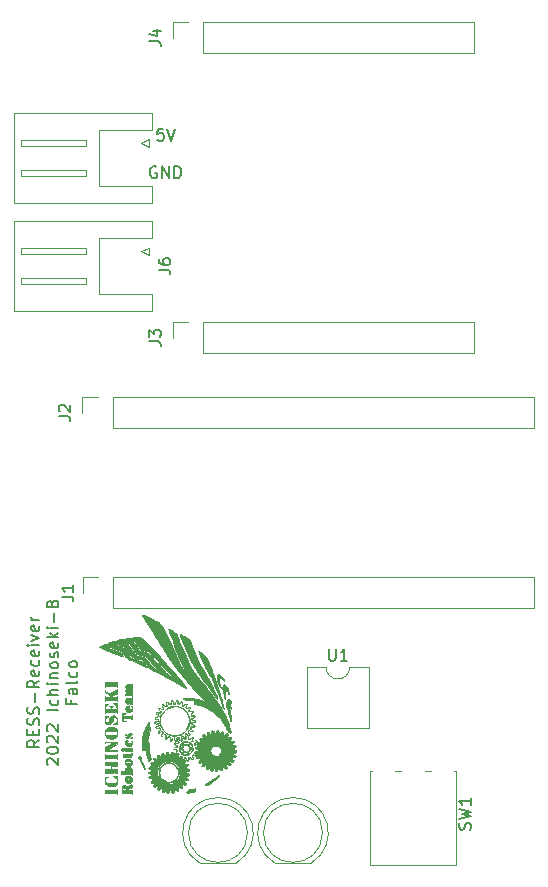
<source format=gbr>
%TF.GenerationSoftware,KiCad,Pcbnew,(6.0.8)*%
%TF.CreationDate,2022-10-07T14:53:03+09:00*%
%TF.ProjectId,Receiver,52656365-6976-4657-922e-6b696361645f,rev?*%
%TF.SameCoordinates,Original*%
%TF.FileFunction,Legend,Top*%
%TF.FilePolarity,Positive*%
%FSLAX46Y46*%
G04 Gerber Fmt 4.6, Leading zero omitted, Abs format (unit mm)*
G04 Created by KiCad (PCBNEW (6.0.8)) date 2022-10-07 14:53:03*
%MOMM*%
%LPD*%
G01*
G04 APERTURE LIST*
%ADD10C,0.150000*%
%ADD11C,0.120000*%
%ADD12C,0.010000*%
G04 APERTURE END LIST*
D10*
X92583095Y-93480000D02*
X92487857Y-93432380D01*
X92345000Y-93432380D01*
X92202142Y-93480000D01*
X92106904Y-93575238D01*
X92059285Y-93670476D01*
X92011666Y-93860952D01*
X92011666Y-94003809D01*
X92059285Y-94194285D01*
X92106904Y-94289523D01*
X92202142Y-94384761D01*
X92345000Y-94432380D01*
X92440238Y-94432380D01*
X92583095Y-94384761D01*
X92630714Y-94337142D01*
X92630714Y-94003809D01*
X92440238Y-94003809D01*
X93059285Y-94432380D02*
X93059285Y-93432380D01*
X93630714Y-94432380D01*
X93630714Y-93432380D01*
X94106904Y-94432380D02*
X94106904Y-93432380D01*
X94345000Y-93432380D01*
X94487857Y-93480000D01*
X94583095Y-93575238D01*
X94630714Y-93670476D01*
X94678333Y-93860952D01*
X94678333Y-94003809D01*
X94630714Y-94194285D01*
X94583095Y-94289523D01*
X94487857Y-94384761D01*
X94345000Y-94432380D01*
X94106904Y-94432380D01*
X93154523Y-90257380D02*
X92678333Y-90257380D01*
X92630714Y-90733571D01*
X92678333Y-90685952D01*
X92773571Y-90638333D01*
X93011666Y-90638333D01*
X93106904Y-90685952D01*
X93154523Y-90733571D01*
X93202142Y-90828809D01*
X93202142Y-91066904D01*
X93154523Y-91162142D01*
X93106904Y-91209761D01*
X93011666Y-91257380D01*
X92773571Y-91257380D01*
X92678333Y-91209761D01*
X92630714Y-91162142D01*
X93487857Y-90257380D02*
X93821190Y-91257380D01*
X94154523Y-90257380D01*
X82662380Y-142017142D02*
X82186190Y-142350476D01*
X82662380Y-142588571D02*
X81662380Y-142588571D01*
X81662380Y-142207619D01*
X81710000Y-142112380D01*
X81757619Y-142064761D01*
X81852857Y-142017142D01*
X81995714Y-142017142D01*
X82090952Y-142064761D01*
X82138571Y-142112380D01*
X82186190Y-142207619D01*
X82186190Y-142588571D01*
X82138571Y-141588571D02*
X82138571Y-141255238D01*
X82662380Y-141112380D02*
X82662380Y-141588571D01*
X81662380Y-141588571D01*
X81662380Y-141112380D01*
X82614761Y-140731428D02*
X82662380Y-140588571D01*
X82662380Y-140350476D01*
X82614761Y-140255238D01*
X82567142Y-140207619D01*
X82471904Y-140160000D01*
X82376666Y-140160000D01*
X82281428Y-140207619D01*
X82233809Y-140255238D01*
X82186190Y-140350476D01*
X82138571Y-140540952D01*
X82090952Y-140636190D01*
X82043333Y-140683809D01*
X81948095Y-140731428D01*
X81852857Y-140731428D01*
X81757619Y-140683809D01*
X81710000Y-140636190D01*
X81662380Y-140540952D01*
X81662380Y-140302857D01*
X81710000Y-140160000D01*
X82614761Y-139779047D02*
X82662380Y-139636190D01*
X82662380Y-139398095D01*
X82614761Y-139302857D01*
X82567142Y-139255238D01*
X82471904Y-139207619D01*
X82376666Y-139207619D01*
X82281428Y-139255238D01*
X82233809Y-139302857D01*
X82186190Y-139398095D01*
X82138571Y-139588571D01*
X82090952Y-139683809D01*
X82043333Y-139731428D01*
X81948095Y-139779047D01*
X81852857Y-139779047D01*
X81757619Y-139731428D01*
X81710000Y-139683809D01*
X81662380Y-139588571D01*
X81662380Y-139350476D01*
X81710000Y-139207619D01*
X82281428Y-138779047D02*
X82281428Y-138017142D01*
X82662380Y-136969523D02*
X82186190Y-137302857D01*
X82662380Y-137540952D02*
X81662380Y-137540952D01*
X81662380Y-137160000D01*
X81710000Y-137064761D01*
X81757619Y-137017142D01*
X81852857Y-136969523D01*
X81995714Y-136969523D01*
X82090952Y-137017142D01*
X82138571Y-137064761D01*
X82186190Y-137160000D01*
X82186190Y-137540952D01*
X82614761Y-136160000D02*
X82662380Y-136255238D01*
X82662380Y-136445714D01*
X82614761Y-136540952D01*
X82519523Y-136588571D01*
X82138571Y-136588571D01*
X82043333Y-136540952D01*
X81995714Y-136445714D01*
X81995714Y-136255238D01*
X82043333Y-136160000D01*
X82138571Y-136112380D01*
X82233809Y-136112380D01*
X82329047Y-136588571D01*
X82614761Y-135255238D02*
X82662380Y-135350476D01*
X82662380Y-135540952D01*
X82614761Y-135636190D01*
X82567142Y-135683809D01*
X82471904Y-135731428D01*
X82186190Y-135731428D01*
X82090952Y-135683809D01*
X82043333Y-135636190D01*
X81995714Y-135540952D01*
X81995714Y-135350476D01*
X82043333Y-135255238D01*
X82614761Y-134445714D02*
X82662380Y-134540952D01*
X82662380Y-134731428D01*
X82614761Y-134826666D01*
X82519523Y-134874285D01*
X82138571Y-134874285D01*
X82043333Y-134826666D01*
X81995714Y-134731428D01*
X81995714Y-134540952D01*
X82043333Y-134445714D01*
X82138571Y-134398095D01*
X82233809Y-134398095D01*
X82329047Y-134874285D01*
X82662380Y-133969523D02*
X81995714Y-133969523D01*
X81662380Y-133969523D02*
X81710000Y-134017142D01*
X81757619Y-133969523D01*
X81710000Y-133921904D01*
X81662380Y-133969523D01*
X81757619Y-133969523D01*
X81995714Y-133588571D02*
X82662380Y-133350476D01*
X81995714Y-133112380D01*
X82614761Y-132350476D02*
X82662380Y-132445714D01*
X82662380Y-132636190D01*
X82614761Y-132731428D01*
X82519523Y-132779047D01*
X82138571Y-132779047D01*
X82043333Y-132731428D01*
X81995714Y-132636190D01*
X81995714Y-132445714D01*
X82043333Y-132350476D01*
X82138571Y-132302857D01*
X82233809Y-132302857D01*
X82329047Y-132779047D01*
X82662380Y-131874285D02*
X81995714Y-131874285D01*
X82186190Y-131874285D02*
X82090952Y-131826666D01*
X82043333Y-131779047D01*
X81995714Y-131683809D01*
X81995714Y-131588571D01*
X83367619Y-144112380D02*
X83320000Y-144064761D01*
X83272380Y-143969523D01*
X83272380Y-143731428D01*
X83320000Y-143636190D01*
X83367619Y-143588571D01*
X83462857Y-143540952D01*
X83558095Y-143540952D01*
X83700952Y-143588571D01*
X84272380Y-144160000D01*
X84272380Y-143540952D01*
X83272380Y-142921904D02*
X83272380Y-142826666D01*
X83320000Y-142731428D01*
X83367619Y-142683809D01*
X83462857Y-142636190D01*
X83653333Y-142588571D01*
X83891428Y-142588571D01*
X84081904Y-142636190D01*
X84177142Y-142683809D01*
X84224761Y-142731428D01*
X84272380Y-142826666D01*
X84272380Y-142921904D01*
X84224761Y-143017142D01*
X84177142Y-143064761D01*
X84081904Y-143112380D01*
X83891428Y-143160000D01*
X83653333Y-143160000D01*
X83462857Y-143112380D01*
X83367619Y-143064761D01*
X83320000Y-143017142D01*
X83272380Y-142921904D01*
X83367619Y-142207619D02*
X83320000Y-142160000D01*
X83272380Y-142064761D01*
X83272380Y-141826666D01*
X83320000Y-141731428D01*
X83367619Y-141683809D01*
X83462857Y-141636190D01*
X83558095Y-141636190D01*
X83700952Y-141683809D01*
X84272380Y-142255238D01*
X84272380Y-141636190D01*
X83367619Y-141255238D02*
X83320000Y-141207619D01*
X83272380Y-141112380D01*
X83272380Y-140874285D01*
X83320000Y-140779047D01*
X83367619Y-140731428D01*
X83462857Y-140683809D01*
X83558095Y-140683809D01*
X83700952Y-140731428D01*
X84272380Y-141302857D01*
X84272380Y-140683809D01*
X84272380Y-139493333D02*
X83272380Y-139493333D01*
X84224761Y-138588571D02*
X84272380Y-138683809D01*
X84272380Y-138874285D01*
X84224761Y-138969523D01*
X84177142Y-139017142D01*
X84081904Y-139064761D01*
X83796190Y-139064761D01*
X83700952Y-139017142D01*
X83653333Y-138969523D01*
X83605714Y-138874285D01*
X83605714Y-138683809D01*
X83653333Y-138588571D01*
X84272380Y-138160000D02*
X83272380Y-138160000D01*
X84272380Y-137731428D02*
X83748571Y-137731428D01*
X83653333Y-137779047D01*
X83605714Y-137874285D01*
X83605714Y-138017142D01*
X83653333Y-138112380D01*
X83700952Y-138160000D01*
X84272380Y-137255238D02*
X83605714Y-137255238D01*
X83272380Y-137255238D02*
X83320000Y-137302857D01*
X83367619Y-137255238D01*
X83320000Y-137207619D01*
X83272380Y-137255238D01*
X83367619Y-137255238D01*
X83605714Y-136779047D02*
X84272380Y-136779047D01*
X83700952Y-136779047D02*
X83653333Y-136731428D01*
X83605714Y-136636190D01*
X83605714Y-136493333D01*
X83653333Y-136398095D01*
X83748571Y-136350476D01*
X84272380Y-136350476D01*
X84272380Y-135731428D02*
X84224761Y-135826666D01*
X84177142Y-135874285D01*
X84081904Y-135921904D01*
X83796190Y-135921904D01*
X83700952Y-135874285D01*
X83653333Y-135826666D01*
X83605714Y-135731428D01*
X83605714Y-135588571D01*
X83653333Y-135493333D01*
X83700952Y-135445714D01*
X83796190Y-135398095D01*
X84081904Y-135398095D01*
X84177142Y-135445714D01*
X84224761Y-135493333D01*
X84272380Y-135588571D01*
X84272380Y-135731428D01*
X84224761Y-135017142D02*
X84272380Y-134921904D01*
X84272380Y-134731428D01*
X84224761Y-134636190D01*
X84129523Y-134588571D01*
X84081904Y-134588571D01*
X83986666Y-134636190D01*
X83939047Y-134731428D01*
X83939047Y-134874285D01*
X83891428Y-134969523D01*
X83796190Y-135017142D01*
X83748571Y-135017142D01*
X83653333Y-134969523D01*
X83605714Y-134874285D01*
X83605714Y-134731428D01*
X83653333Y-134636190D01*
X84224761Y-133779047D02*
X84272380Y-133874285D01*
X84272380Y-134064761D01*
X84224761Y-134160000D01*
X84129523Y-134207619D01*
X83748571Y-134207619D01*
X83653333Y-134160000D01*
X83605714Y-134064761D01*
X83605714Y-133874285D01*
X83653333Y-133779047D01*
X83748571Y-133731428D01*
X83843809Y-133731428D01*
X83939047Y-134207619D01*
X84272380Y-133302857D02*
X83272380Y-133302857D01*
X83891428Y-133207619D02*
X84272380Y-132921904D01*
X83605714Y-132921904D02*
X83986666Y-133302857D01*
X84272380Y-132493333D02*
X83605714Y-132493333D01*
X83272380Y-132493333D02*
X83320000Y-132540952D01*
X83367619Y-132493333D01*
X83320000Y-132445714D01*
X83272380Y-132493333D01*
X83367619Y-132493333D01*
X83891428Y-132017142D02*
X83891428Y-131255238D01*
X83748571Y-130445714D02*
X83796190Y-130302857D01*
X83843809Y-130255238D01*
X83939047Y-130207619D01*
X84081904Y-130207619D01*
X84177142Y-130255238D01*
X84224761Y-130302857D01*
X84272380Y-130398095D01*
X84272380Y-130779047D01*
X83272380Y-130779047D01*
X83272380Y-130445714D01*
X83320000Y-130350476D01*
X83367619Y-130302857D01*
X83462857Y-130255238D01*
X83558095Y-130255238D01*
X83653333Y-130302857D01*
X83700952Y-130350476D01*
X83748571Y-130445714D01*
X83748571Y-130779047D01*
X85358571Y-138612380D02*
X85358571Y-138945714D01*
X85882380Y-138945714D02*
X84882380Y-138945714D01*
X84882380Y-138469523D01*
X85882380Y-137660000D02*
X85358571Y-137660000D01*
X85263333Y-137707619D01*
X85215714Y-137802857D01*
X85215714Y-137993333D01*
X85263333Y-138088571D01*
X85834761Y-137660000D02*
X85882380Y-137755238D01*
X85882380Y-137993333D01*
X85834761Y-138088571D01*
X85739523Y-138136190D01*
X85644285Y-138136190D01*
X85549047Y-138088571D01*
X85501428Y-137993333D01*
X85501428Y-137755238D01*
X85453809Y-137660000D01*
X85882380Y-137040952D02*
X85834761Y-137136190D01*
X85739523Y-137183809D01*
X84882380Y-137183809D01*
X85834761Y-136231428D02*
X85882380Y-136326666D01*
X85882380Y-136517142D01*
X85834761Y-136612380D01*
X85787142Y-136660000D01*
X85691904Y-136707619D01*
X85406190Y-136707619D01*
X85310952Y-136660000D01*
X85263333Y-136612380D01*
X85215714Y-136517142D01*
X85215714Y-136326666D01*
X85263333Y-136231428D01*
X85882380Y-135660000D02*
X85834761Y-135755238D01*
X85787142Y-135802857D01*
X85691904Y-135850476D01*
X85406190Y-135850476D01*
X85310952Y-135802857D01*
X85263333Y-135755238D01*
X85215714Y-135660000D01*
X85215714Y-135517142D01*
X85263333Y-135421904D01*
X85310952Y-135374285D01*
X85406190Y-135326666D01*
X85691904Y-135326666D01*
X85787142Y-135374285D01*
X85834761Y-135421904D01*
X85882380Y-135517142D01*
X85882380Y-135660000D01*
%TO.C,J4*%
X91962380Y-82858333D02*
X92676666Y-82858333D01*
X92819523Y-82905952D01*
X92914761Y-83001190D01*
X92962380Y-83144047D01*
X92962380Y-83239285D01*
X92295714Y-81953571D02*
X92962380Y-81953571D01*
X91914761Y-82191666D02*
X92629047Y-82429761D01*
X92629047Y-81810714D01*
%TO.C,J1*%
X84542380Y-129873333D02*
X85256666Y-129873333D01*
X85399523Y-129920952D01*
X85494761Y-130016190D01*
X85542380Y-130159047D01*
X85542380Y-130254285D01*
X85542380Y-128873333D02*
X85542380Y-129444761D01*
X85542380Y-129159047D02*
X84542380Y-129159047D01*
X84685238Y-129254285D01*
X84780476Y-129349523D01*
X84828095Y-129444761D01*
%TO.C,J2*%
X84297380Y-114608333D02*
X85011666Y-114608333D01*
X85154523Y-114655952D01*
X85249761Y-114751190D01*
X85297380Y-114894047D01*
X85297380Y-114989285D01*
X84392619Y-114179761D02*
X84345000Y-114132142D01*
X84297380Y-114036904D01*
X84297380Y-113798809D01*
X84345000Y-113703571D01*
X84392619Y-113655952D01*
X84487857Y-113608333D01*
X84583095Y-113608333D01*
X84725952Y-113655952D01*
X85297380Y-114227380D01*
X85297380Y-113608333D01*
%TO.C,U1*%
X107183095Y-134277380D02*
X107183095Y-135086904D01*
X107230714Y-135182142D01*
X107278333Y-135229761D01*
X107373571Y-135277380D01*
X107564047Y-135277380D01*
X107659285Y-135229761D01*
X107706904Y-135182142D01*
X107754523Y-135086904D01*
X107754523Y-134277380D01*
X108754523Y-135277380D02*
X108183095Y-135277380D01*
X108468809Y-135277380D02*
X108468809Y-134277380D01*
X108373571Y-134420238D01*
X108278333Y-134515476D01*
X108183095Y-134563095D01*
%TO.C,J6*%
X92762380Y-102203333D02*
X93476666Y-102203333D01*
X93619523Y-102250952D01*
X93714761Y-102346190D01*
X93762380Y-102489047D01*
X93762380Y-102584285D01*
X92762380Y-101298571D02*
X92762380Y-101489047D01*
X92810000Y-101584285D01*
X92857619Y-101631904D01*
X93000476Y-101727142D01*
X93190952Y-101774761D01*
X93571904Y-101774761D01*
X93667142Y-101727142D01*
X93714761Y-101679523D01*
X93762380Y-101584285D01*
X93762380Y-101393809D01*
X93714761Y-101298571D01*
X93667142Y-101250952D01*
X93571904Y-101203333D01*
X93333809Y-101203333D01*
X93238571Y-101250952D01*
X93190952Y-101298571D01*
X93143333Y-101393809D01*
X93143333Y-101584285D01*
X93190952Y-101679523D01*
X93238571Y-101727142D01*
X93333809Y-101774761D01*
%TO.C,J3*%
X91962380Y-108258333D02*
X92676666Y-108258333D01*
X92819523Y-108305952D01*
X92914761Y-108401190D01*
X92962380Y-108544047D01*
X92962380Y-108639285D01*
X91962380Y-107877380D02*
X91962380Y-107258333D01*
X92343333Y-107591666D01*
X92343333Y-107448809D01*
X92390952Y-107353571D01*
X92438571Y-107305952D01*
X92533809Y-107258333D01*
X92771904Y-107258333D01*
X92867142Y-107305952D01*
X92914761Y-107353571D01*
X92962380Y-107448809D01*
X92962380Y-107734523D01*
X92914761Y-107829761D01*
X92867142Y-107877380D01*
%TO.C,SW1*%
X119154761Y-149583333D02*
X119202380Y-149440476D01*
X119202380Y-149202380D01*
X119154761Y-149107142D01*
X119107142Y-149059523D01*
X119011904Y-149011904D01*
X118916666Y-149011904D01*
X118821428Y-149059523D01*
X118773809Y-149107142D01*
X118726190Y-149202380D01*
X118678571Y-149392857D01*
X118630952Y-149488095D01*
X118583333Y-149535714D01*
X118488095Y-149583333D01*
X118392857Y-149583333D01*
X118297619Y-149535714D01*
X118250000Y-149488095D01*
X118202380Y-149392857D01*
X118202380Y-149154761D01*
X118250000Y-149011904D01*
X118202380Y-148678571D02*
X119202380Y-148440476D01*
X118488095Y-148250000D01*
X119202380Y-148059523D01*
X118202380Y-147821428D01*
X119202380Y-146916666D02*
X119202380Y-147488095D01*
X119202380Y-147202380D02*
X118202380Y-147202380D01*
X118345238Y-147297619D01*
X118440476Y-147392857D01*
X118488095Y-147488095D01*
D11*
%TO.C,J4*%
X93950000Y-81195000D02*
X95280000Y-81195000D01*
X96550000Y-81195000D02*
X119470000Y-81195000D01*
X96550000Y-83855000D02*
X96550000Y-81195000D01*
X119470000Y-83855000D02*
X119470000Y-81195000D01*
X93950000Y-82525000D02*
X93950000Y-81195000D01*
X96550000Y-83855000D02*
X119470000Y-83855000D01*
%TO.C,J1*%
X124550000Y-130845000D02*
X124550000Y-128185000D01*
X88930000Y-130845000D02*
X124550000Y-130845000D01*
X88930000Y-130845000D02*
X88930000Y-128185000D01*
X88930000Y-128185000D02*
X124550000Y-128185000D01*
X86330000Y-128185000D02*
X87660000Y-128185000D01*
X86330000Y-129515000D02*
X86330000Y-128185000D01*
%TO.C,J5*%
X80500000Y-88900000D02*
X92220000Y-88900000D01*
X87720000Y-90320000D02*
X87720000Y-92710000D01*
X81110000Y-94210000D02*
X86610000Y-94210000D01*
X86610000Y-91710000D02*
X86610000Y-91210000D01*
X92220000Y-96520000D02*
X92220000Y-95100000D01*
X86610000Y-94210000D02*
X86610000Y-93710000D01*
X92220000Y-95100000D02*
X87720000Y-95100000D01*
X86610000Y-93710000D02*
X81110000Y-93710000D01*
X80500000Y-96520000D02*
X92220000Y-96520000D01*
X92220000Y-88900000D02*
X92220000Y-90320000D01*
X80500000Y-92710000D02*
X80500000Y-96520000D01*
X81110000Y-91710000D02*
X86610000Y-91710000D01*
X91910000Y-91760000D02*
X91310000Y-91460000D01*
X87720000Y-95100000D02*
X87720000Y-92710000D01*
X86610000Y-91210000D02*
X81110000Y-91210000D01*
X91910000Y-91160000D02*
X91910000Y-91760000D01*
X92220000Y-90320000D02*
X87720000Y-90320000D01*
X80500000Y-92710000D02*
X80500000Y-88900000D01*
X91310000Y-91460000D02*
X91910000Y-91160000D01*
X81110000Y-91210000D02*
X81110000Y-91710000D01*
X81110000Y-93710000D02*
X81110000Y-94210000D01*
%TO.C,J8*%
G36*
X94318667Y-142916617D02*
G01*
X94296654Y-142949718D01*
X94262223Y-142973778D01*
X94218447Y-142993934D01*
X94205778Y-142995154D01*
X94224561Y-142972507D01*
X94262223Y-142937993D01*
X94303092Y-142911410D01*
X94318667Y-142916617D01*
G37*
D12*
X94318667Y-142916617D02*
X94296654Y-142949718D01*
X94262223Y-142973778D01*
X94218447Y-142993934D01*
X94205778Y-142995154D01*
X94224561Y-142972507D01*
X94262223Y-142937993D01*
X94303092Y-142911410D01*
X94318667Y-142916617D01*
G36*
X91915800Y-140487082D02*
G01*
X91935437Y-140549820D01*
X91946414Y-140631449D01*
X91947253Y-140659556D01*
X91953606Y-140721559D01*
X91970290Y-140818082D01*
X91993788Y-140928925D01*
X91995408Y-140935893D01*
X92043539Y-141141674D01*
X91968992Y-141373337D01*
X91925203Y-141521690D01*
X91881640Y-141689275D01*
X91847629Y-141840180D01*
X91847231Y-141842176D01*
X91824980Y-141957249D01*
X91814480Y-142030059D01*
X91816170Y-142073643D01*
X91830492Y-142101039D01*
X91856773Y-142124398D01*
X91879747Y-142147914D01*
X91896350Y-142182554D01*
X91908153Y-142237987D01*
X91916725Y-142323883D01*
X91923636Y-142449914D01*
X91928228Y-142564556D01*
X91939930Y-142779855D01*
X91958931Y-142959195D01*
X91987863Y-143122869D01*
X92016019Y-143241242D01*
X92052581Y-143384196D01*
X92075068Y-143484430D01*
X92083730Y-143553820D01*
X92078813Y-143604245D01*
X92060566Y-143647581D01*
X92029236Y-143695705D01*
X92025612Y-143700924D01*
X91966659Y-143764129D01*
X91914661Y-143781881D01*
X91878514Y-143753019D01*
X91869259Y-143721343D01*
X91850033Y-143646923D01*
X91835691Y-143608778D01*
X91789069Y-143484267D01*
X91742676Y-143330593D01*
X91703505Y-143173508D01*
X91678546Y-143038762D01*
X91676495Y-143022374D01*
X91662258Y-142931651D01*
X91644765Y-142865817D01*
X91631910Y-142843288D01*
X91590535Y-142834248D01*
X91513816Y-142828985D01*
X91462987Y-142828383D01*
X91319975Y-142829490D01*
X91335067Y-142358356D01*
X91345370Y-142126911D01*
X91362080Y-141932391D01*
X91388518Y-141756063D01*
X91428002Y-141579192D01*
X91483852Y-141383044D01*
X91537850Y-141213920D01*
X91575862Y-141108912D01*
X91625683Y-140986198D01*
X91682370Y-140856253D01*
X91740981Y-140729551D01*
X91796572Y-140616568D01*
X91844201Y-140527779D01*
X91878923Y-140473657D01*
X91892686Y-140462000D01*
X91915800Y-140487082D01*
G37*
X91915800Y-140487082D02*
X91935437Y-140549820D01*
X91946414Y-140631449D01*
X91947253Y-140659556D01*
X91953606Y-140721559D01*
X91970290Y-140818082D01*
X91993788Y-140928925D01*
X91995408Y-140935893D01*
X92043539Y-141141674D01*
X91968992Y-141373337D01*
X91925203Y-141521690D01*
X91881640Y-141689275D01*
X91847629Y-141840180D01*
X91847231Y-141842176D01*
X91824980Y-141957249D01*
X91814480Y-142030059D01*
X91816170Y-142073643D01*
X91830492Y-142101039D01*
X91856773Y-142124398D01*
X91879747Y-142147914D01*
X91896350Y-142182554D01*
X91908153Y-142237987D01*
X91916725Y-142323883D01*
X91923636Y-142449914D01*
X91928228Y-142564556D01*
X91939930Y-142779855D01*
X91958931Y-142959195D01*
X91987863Y-143122869D01*
X92016019Y-143241242D01*
X92052581Y-143384196D01*
X92075068Y-143484430D01*
X92083730Y-143553820D01*
X92078813Y-143604245D01*
X92060566Y-143647581D01*
X92029236Y-143695705D01*
X92025612Y-143700924D01*
X91966659Y-143764129D01*
X91914661Y-143781881D01*
X91878514Y-143753019D01*
X91869259Y-143721343D01*
X91850033Y-143646923D01*
X91835691Y-143608778D01*
X91789069Y-143484267D01*
X91742676Y-143330593D01*
X91703505Y-143173508D01*
X91678546Y-143038762D01*
X91676495Y-143022374D01*
X91662258Y-142931651D01*
X91644765Y-142865817D01*
X91631910Y-142843288D01*
X91590535Y-142834248D01*
X91513816Y-142828985D01*
X91462987Y-142828383D01*
X91319975Y-142829490D01*
X91335067Y-142358356D01*
X91345370Y-142126911D01*
X91362080Y-141932391D01*
X91388518Y-141756063D01*
X91428002Y-141579192D01*
X91483852Y-141383044D01*
X91537850Y-141213920D01*
X91575862Y-141108912D01*
X91625683Y-140986198D01*
X91682370Y-140856253D01*
X91740981Y-140729551D01*
X91796572Y-140616568D01*
X91844201Y-140527779D01*
X91878923Y-140473657D01*
X91892686Y-140462000D01*
X91915800Y-140487082D01*
G36*
X95785899Y-140850725D02*
G01*
X95786223Y-140857111D01*
X95764527Y-140884249D01*
X95756335Y-140885334D01*
X95739479Y-140868044D01*
X95743889Y-140857111D01*
X95769250Y-140830188D01*
X95773777Y-140828889D01*
X95785899Y-140850725D01*
G37*
X95785899Y-140850725D02*
X95786223Y-140857111D01*
X95764527Y-140884249D01*
X95756335Y-140885334D01*
X95739479Y-140868044D01*
X95743889Y-140857111D01*
X95769250Y-140830188D01*
X95773777Y-140828889D01*
X95785899Y-140850725D01*
G36*
X95826984Y-146109742D02*
G01*
X95838575Y-146141914D01*
X95853821Y-146207891D01*
X95857315Y-146225927D01*
X95866066Y-146297128D01*
X95852013Y-146334225D01*
X95810443Y-146356426D01*
X95755243Y-146371532D01*
X95659498Y-146392214D01*
X95538435Y-146415333D01*
X95449637Y-146430808D01*
X95318158Y-146452203D01*
X95231130Y-146463702D01*
X95177436Y-146465320D01*
X95145959Y-146457074D01*
X95125583Y-146438980D01*
X95119714Y-146431279D01*
X95102504Y-146367224D01*
X95139849Y-146300160D01*
X95221250Y-146238246D01*
X95272631Y-146217791D01*
X95358935Y-146192939D01*
X95466062Y-146166683D01*
X95579909Y-146142013D01*
X95686377Y-146121921D01*
X95771363Y-146109399D01*
X95820766Y-146107439D01*
X95826984Y-146109742D01*
G37*
X95826984Y-146109742D02*
X95838575Y-146141914D01*
X95853821Y-146207891D01*
X95857315Y-146225927D01*
X95866066Y-146297128D01*
X95852013Y-146334225D01*
X95810443Y-146356426D01*
X95755243Y-146371532D01*
X95659498Y-146392214D01*
X95538435Y-146415333D01*
X95449637Y-146430808D01*
X95318158Y-146452203D01*
X95231130Y-146463702D01*
X95177436Y-146465320D01*
X95145959Y-146457074D01*
X95125583Y-146438980D01*
X95119714Y-146431279D01*
X95102504Y-146367224D01*
X95139849Y-146300160D01*
X95221250Y-146238246D01*
X95272631Y-146217791D01*
X95358935Y-146192939D01*
X95466062Y-146166683D01*
X95579909Y-146142013D01*
X95686377Y-146121921D01*
X95771363Y-146109399D01*
X95820766Y-146107439D01*
X95826984Y-146109742D01*
G36*
X90477709Y-138728083D02*
G01*
X90520136Y-138739003D01*
X90534902Y-138767598D01*
X90536457Y-138811000D01*
X90528274Y-138885363D01*
X90511445Y-138934473D01*
X90465222Y-138963499D01*
X90394662Y-138972509D01*
X90328806Y-138959836D01*
X90307970Y-138946148D01*
X90285162Y-138901380D01*
X90266301Y-138829118D01*
X90265206Y-138822676D01*
X90249572Y-138726334D01*
X90393230Y-138726334D01*
X90477709Y-138728083D01*
G37*
X90477709Y-138728083D02*
X90520136Y-138739003D01*
X90534902Y-138767598D01*
X90536457Y-138811000D01*
X90528274Y-138885363D01*
X90511445Y-138934473D01*
X90465222Y-138963499D01*
X90394662Y-138972509D01*
X90328806Y-138959836D01*
X90307970Y-138946148D01*
X90285162Y-138901380D01*
X90266301Y-138829118D01*
X90265206Y-138822676D01*
X90249572Y-138726334D01*
X90393230Y-138726334D01*
X90477709Y-138728083D01*
G36*
X93470996Y-139075468D02*
G01*
X93444934Y-139110689D01*
X93432861Y-139116314D01*
X93405338Y-139112970D01*
X93407848Y-139077317D01*
X93429500Y-139040106D01*
X93446987Y-139038761D01*
X93470996Y-139075468D01*
G37*
X93470996Y-139075468D02*
X93444934Y-139110689D01*
X93432861Y-139116314D01*
X93405338Y-139112970D01*
X93407848Y-139077317D01*
X93429500Y-139040106D01*
X93446987Y-139038761D01*
X93470996Y-139075468D01*
G36*
X94052616Y-138895061D02*
G01*
X94087937Y-138925653D01*
X94077889Y-138936080D01*
X94059277Y-138937103D01*
X94007588Y-138922113D01*
X93992951Y-138907901D01*
X93982301Y-138871666D01*
X94008623Y-138869184D01*
X94052616Y-138895061D01*
G37*
X94052616Y-138895061D02*
X94087937Y-138925653D01*
X94077889Y-138936080D01*
X94059277Y-138937103D01*
X94007588Y-138922113D01*
X93992951Y-138907901D01*
X93982301Y-138871666D01*
X94008623Y-138869184D01*
X94052616Y-138895061D01*
G36*
X94195921Y-142587624D02*
G01*
X94184596Y-142605568D01*
X94149334Y-142621000D01*
X94095940Y-142630734D01*
X94074524Y-142626154D01*
X94085850Y-142608211D01*
X94121112Y-142592778D01*
X94174506Y-142583044D01*
X94195921Y-142587624D01*
G37*
X94195921Y-142587624D02*
X94184596Y-142605568D01*
X94149334Y-142621000D01*
X94095940Y-142630734D01*
X94074524Y-142626154D01*
X94085850Y-142608211D01*
X94121112Y-142592778D01*
X94174506Y-142583044D01*
X94195921Y-142587624D01*
G36*
X90189422Y-144663182D02*
G01*
X90320674Y-144665114D01*
X90410075Y-144669079D01*
X90462482Y-144675187D01*
X90479734Y-144680784D01*
X90496464Y-144717390D01*
X90505726Y-144789655D01*
X90506439Y-144831055D01*
X90502586Y-144900420D01*
X90495193Y-144932005D01*
X90489976Y-144928167D01*
X90467889Y-144913869D01*
X90411083Y-144903638D01*
X90313796Y-144897035D01*
X90170263Y-144893621D01*
X90026537Y-144892889D01*
X89577334Y-144892889D01*
X89577334Y-144667111D01*
X89781945Y-144664980D01*
X90011465Y-144663175D01*
X90189422Y-144663182D01*
G37*
X90189422Y-144663182D02*
X90320674Y-144665114D01*
X90410075Y-144669079D01*
X90462482Y-144675187D01*
X90479734Y-144680784D01*
X90496464Y-144717390D01*
X90505726Y-144789655D01*
X90506439Y-144831055D01*
X90502586Y-144900420D01*
X90495193Y-144932005D01*
X90489976Y-144928167D01*
X90467889Y-144913869D01*
X90411083Y-144903638D01*
X90313796Y-144897035D01*
X90170263Y-144893621D01*
X90026537Y-144892889D01*
X89577334Y-144892889D01*
X89577334Y-144667111D01*
X89781945Y-144664980D01*
X90011465Y-144663175D01*
X90189422Y-144663182D01*
G36*
X95054705Y-139227278D02*
G01*
X95096790Y-139268291D01*
X95124403Y-139276667D01*
X95161051Y-139292359D01*
X95165334Y-139304889D01*
X95147080Y-139332322D01*
X95141486Y-139333111D01*
X95103638Y-139312575D01*
X95058888Y-139266678D01*
X95028469Y-139218996D01*
X95025081Y-139203889D01*
X95036859Y-139202466D01*
X95054705Y-139227278D01*
G37*
X95054705Y-139227278D02*
X95096790Y-139268291D01*
X95124403Y-139276667D01*
X95161051Y-139292359D01*
X95165334Y-139304889D01*
X95147080Y-139332322D01*
X95141486Y-139333111D01*
X95103638Y-139312575D01*
X95058888Y-139266678D01*
X95028469Y-139218996D01*
X95025081Y-139203889D01*
X95036859Y-139202466D01*
X95054705Y-139227278D01*
G36*
X88823477Y-140903428D02*
G01*
X88961254Y-140930528D01*
X89025179Y-140955913D01*
X89133639Y-141025076D01*
X89204082Y-141109281D01*
X89243859Y-141221589D01*
X89260262Y-141373599D01*
X89261767Y-141491924D01*
X89251986Y-141574974D01*
X89227276Y-141643402D01*
X89205670Y-141682843D01*
X89108312Y-141796757D01*
X88976346Y-141867777D01*
X88808234Y-141896547D01*
X88700181Y-141894621D01*
X88525164Y-141862528D01*
X88381251Y-141796665D01*
X88274595Y-141702193D01*
X88211346Y-141584272D01*
X88196234Y-141471851D01*
X88199030Y-141426374D01*
X88209031Y-141435663D01*
X88222239Y-141467411D01*
X88260948Y-141518104D01*
X88333837Y-141554307D01*
X88446823Y-141577450D01*
X88605819Y-141588964D01*
X88733041Y-141590889D01*
X88918048Y-141586990D01*
X89053754Y-141573518D01*
X89146874Y-141547811D01*
X89204128Y-141507205D01*
X89232232Y-141449039D01*
X89238235Y-141390652D01*
X89228714Y-141322453D01*
X89194392Y-141272897D01*
X89128018Y-141238801D01*
X89022342Y-141216983D01*
X88870115Y-141204261D01*
X88807280Y-141201472D01*
X88604108Y-141198632D01*
X88450459Y-141208358D01*
X88340551Y-141231935D01*
X88268601Y-141270648D01*
X88228826Y-141325779D01*
X88227081Y-141330333D01*
X88208362Y-141378332D01*
X88200100Y-141379240D01*
X88197202Y-141328947D01*
X88196673Y-141305785D01*
X88220142Y-141185581D01*
X88289083Y-141069991D01*
X88393581Y-140974504D01*
X88419018Y-140958512D01*
X88530810Y-140917512D01*
X88672812Y-140899120D01*
X88823477Y-140903428D01*
G37*
X88823477Y-140903428D02*
X88961254Y-140930528D01*
X89025179Y-140955913D01*
X89133639Y-141025076D01*
X89204082Y-141109281D01*
X89243859Y-141221589D01*
X89260262Y-141373599D01*
X89261767Y-141491924D01*
X89251986Y-141574974D01*
X89227276Y-141643402D01*
X89205670Y-141682843D01*
X89108312Y-141796757D01*
X88976346Y-141867777D01*
X88808234Y-141896547D01*
X88700181Y-141894621D01*
X88525164Y-141862528D01*
X88381251Y-141796665D01*
X88274595Y-141702193D01*
X88211346Y-141584272D01*
X88196234Y-141471851D01*
X88199030Y-141426374D01*
X88209031Y-141435663D01*
X88222239Y-141467411D01*
X88260948Y-141518104D01*
X88333837Y-141554307D01*
X88446823Y-141577450D01*
X88605819Y-141588964D01*
X88733041Y-141590889D01*
X88918048Y-141586990D01*
X89053754Y-141573518D01*
X89146874Y-141547811D01*
X89204128Y-141507205D01*
X89232232Y-141449039D01*
X89238235Y-141390652D01*
X89228714Y-141322453D01*
X89194392Y-141272897D01*
X89128018Y-141238801D01*
X89022342Y-141216983D01*
X88870115Y-141204261D01*
X88807280Y-141201472D01*
X88604108Y-141198632D01*
X88450459Y-141208358D01*
X88340551Y-141231935D01*
X88268601Y-141270648D01*
X88228826Y-141325779D01*
X88227081Y-141330333D01*
X88208362Y-141378332D01*
X88200100Y-141379240D01*
X88197202Y-141328947D01*
X88196673Y-141305785D01*
X88220142Y-141185581D01*
X88289083Y-141069991D01*
X88393581Y-140974504D01*
X88419018Y-140958512D01*
X88530810Y-140917512D01*
X88672812Y-140899120D01*
X88823477Y-140903428D01*
G36*
X93088036Y-139141299D02*
G01*
X93105112Y-139171149D01*
X93148635Y-139262242D01*
X93159109Y-139314172D01*
X93137500Y-139332821D01*
X93131668Y-139333111D01*
X93114798Y-139315828D01*
X93119192Y-139304939D01*
X93117618Y-139263473D01*
X93092635Y-139213993D01*
X93059280Y-139151419D01*
X93048667Y-139108528D01*
X93059814Y-139103931D01*
X93088036Y-139141299D01*
G37*
X93088036Y-139141299D02*
X93105112Y-139171149D01*
X93148635Y-139262242D01*
X93159109Y-139314172D01*
X93137500Y-139332821D01*
X93131668Y-139333111D01*
X93114798Y-139315828D01*
X93119192Y-139304939D01*
X93117618Y-139263473D01*
X93092635Y-139213993D01*
X93059280Y-139151419D01*
X93048667Y-139108528D01*
X93059814Y-139103931D01*
X93088036Y-139141299D01*
G36*
X94047047Y-142751143D02*
G01*
X94092889Y-142765920D01*
X94151614Y-142788665D01*
X94160184Y-142799236D01*
X94122283Y-142802400D01*
X94121112Y-142802420D01*
X94049280Y-142793143D01*
X94009040Y-142777325D01*
X93977522Y-142749981D01*
X93992575Y-142740929D01*
X94047047Y-142751143D01*
G37*
X94047047Y-142751143D02*
X94092889Y-142765920D01*
X94151614Y-142788665D01*
X94160184Y-142799236D01*
X94122283Y-142802400D01*
X94121112Y-142802420D01*
X94049280Y-142793143D01*
X94009040Y-142777325D01*
X93977522Y-142749981D01*
X93992575Y-142740929D01*
X94047047Y-142751143D01*
G36*
X93528445Y-138782778D02*
G01*
X93514334Y-138796889D01*
X93500223Y-138782778D01*
X93514334Y-138768667D01*
X93528445Y-138782778D01*
G37*
X93528445Y-138782778D02*
X93514334Y-138796889D01*
X93500223Y-138782778D01*
X93514334Y-138768667D01*
X93528445Y-138782778D01*
G36*
X95640275Y-141783296D02*
G01*
X95642380Y-141841257D01*
X95624399Y-141917219D01*
X95602100Y-141969033D01*
X95572766Y-142029741D01*
X95575744Y-142061163D01*
X95618461Y-142084678D01*
X95646145Y-142095782D01*
X95691865Y-142115885D01*
X95686886Y-142123572D01*
X95655623Y-142125323D01*
X95581097Y-142106198D01*
X95544541Y-142051844D01*
X95554028Y-141974910D01*
X95556296Y-141969726D01*
X95581481Y-141888591D01*
X95588667Y-141829450D01*
X95598496Y-141777051D01*
X95616889Y-141760223D01*
X95640275Y-141783296D01*
G37*
X95640275Y-141783296D02*
X95642380Y-141841257D01*
X95624399Y-141917219D01*
X95602100Y-141969033D01*
X95572766Y-142029741D01*
X95575744Y-142061163D01*
X95618461Y-142084678D01*
X95646145Y-142095782D01*
X95691865Y-142115885D01*
X95686886Y-142123572D01*
X95655623Y-142125323D01*
X95581097Y-142106198D01*
X95544541Y-142051844D01*
X95554028Y-141974910D01*
X95556296Y-141969726D01*
X95581481Y-141888591D01*
X95588667Y-141829450D01*
X95598496Y-141777051D01*
X95616889Y-141760223D01*
X95640275Y-141783296D01*
G36*
X95953348Y-142112618D02*
G01*
X95917094Y-142150135D01*
X95906167Y-142158934D01*
X95872738Y-142183342D01*
X95879746Y-142168727D01*
X95895512Y-142148278D01*
X95930326Y-142109192D01*
X95944900Y-142098889D01*
X95953348Y-142112618D01*
G37*
X95953348Y-142112618D02*
X95917094Y-142150135D01*
X95906167Y-142158934D01*
X95872738Y-142183342D01*
X95879746Y-142168727D01*
X95895512Y-142148278D01*
X95930326Y-142109192D01*
X95944900Y-142098889D01*
X95953348Y-142112618D01*
G36*
X95647062Y-139517761D02*
G01*
X95669738Y-139558706D01*
X95669750Y-139616498D01*
X95647743Y-139656040D01*
X95633321Y-139647010D01*
X95636924Y-139615373D01*
X95635865Y-139569425D01*
X95618515Y-139558889D01*
X95598753Y-139541729D01*
X95603063Y-139530207D01*
X95636885Y-139513926D01*
X95647062Y-139517761D01*
G37*
X95647062Y-139517761D02*
X95669738Y-139558706D01*
X95669750Y-139616498D01*
X95647743Y-139656040D01*
X95633321Y-139647010D01*
X95636924Y-139615373D01*
X95635865Y-139569425D01*
X95618515Y-139558889D01*
X95598753Y-139541729D01*
X95603063Y-139530207D01*
X95636885Y-139513926D01*
X95647062Y-139517761D01*
G36*
X93596737Y-136757029D02*
G01*
X93404357Y-136658070D01*
X93196819Y-136552364D01*
X92983005Y-136444433D01*
X92771797Y-136338799D01*
X92572079Y-136239984D01*
X92464399Y-136187465D01*
X92392731Y-136152510D01*
X92379800Y-136146268D01*
X92233432Y-136074959D01*
X92127421Y-136019986D01*
X92051055Y-135973642D01*
X91993622Y-135928219D01*
X91944412Y-135876013D01*
X91892711Y-135809315D01*
X91871800Y-135780785D01*
X91709124Y-135566001D01*
X91569667Y-135399656D01*
X91453977Y-135282328D01*
X91362602Y-135214599D01*
X91320807Y-135198237D01*
X91250092Y-135181029D01*
X91140210Y-135151464D01*
X91005429Y-135113678D01*
X90860018Y-135071808D01*
X90718246Y-135029989D01*
X90594380Y-134992359D01*
X90502690Y-134963053D01*
X90470602Y-134951776D01*
X90413898Y-134909931D01*
X90336860Y-134822198D01*
X90243209Y-134693752D01*
X90136666Y-134529768D01*
X90020954Y-134335420D01*
X89996916Y-134293145D01*
X89959719Y-134230424D01*
X89922985Y-134182354D01*
X89876917Y-134142753D01*
X89811716Y-134105436D01*
X89717584Y-134064219D01*
X89584722Y-134012919D01*
X89506778Y-133983814D01*
X89412028Y-133945461D01*
X89356188Y-133910557D01*
X89324127Y-133866246D01*
X89304336Y-133811799D01*
X89296873Y-133780258D01*
X90064746Y-133780258D01*
X90079461Y-133846901D01*
X90130405Y-133895613D01*
X90150715Y-133903204D01*
X90192712Y-133935791D01*
X90260433Y-134016614D01*
X90352791Y-134144237D01*
X90468699Y-134317227D01*
X90494556Y-134357058D01*
X90587830Y-134498730D01*
X90674440Y-134625342D01*
X90748418Y-134728551D01*
X90803798Y-134800016D01*
X90833223Y-134830574D01*
X90860410Y-134845528D01*
X90899709Y-134860806D01*
X90959005Y-134878482D01*
X91046186Y-134900628D01*
X91169140Y-134929315D01*
X91335752Y-134966617D01*
X91430698Y-134987564D01*
X91480122Y-134999616D01*
X91523182Y-135015527D01*
X91566212Y-135041032D01*
X91615545Y-135081870D01*
X91677515Y-135143776D01*
X91758453Y-135232489D01*
X91864694Y-135353745D01*
X91972329Y-135478232D01*
X92115608Y-135643929D01*
X92226852Y-135771338D01*
X92310685Y-135865086D01*
X92371733Y-135929806D01*
X92414618Y-135970126D01*
X92443965Y-135990677D01*
X92464399Y-135996089D01*
X92480544Y-135990992D01*
X92482986Y-135989542D01*
X92507414Y-135961546D01*
X92502240Y-135919253D01*
X92463989Y-135854624D01*
X92389186Y-135759618D01*
X92377673Y-135745895D01*
X92302569Y-135657999D01*
X92204110Y-135544469D01*
X92096592Y-135421722D01*
X92018556Y-135333434D01*
X91920317Y-135222490D01*
X91826763Y-135116275D01*
X91749422Y-135027911D01*
X91705006Y-134976595D01*
X91619450Y-134898510D01*
X91543821Y-134874000D01*
X91474442Y-134866716D01*
X91368631Y-134847594D01*
X91244108Y-134820733D01*
X91118587Y-134790231D01*
X91009789Y-134760186D01*
X90935428Y-134734697D01*
X90928810Y-134731742D01*
X90889066Y-134696904D01*
X90826563Y-134623394D01*
X90747852Y-134520780D01*
X90659483Y-134398629D01*
X90568006Y-134266508D01*
X90479970Y-134133985D01*
X90401925Y-134010628D01*
X90340423Y-133906003D01*
X90302012Y-133829678D01*
X90293088Y-133803160D01*
X90258325Y-133712630D01*
X90202117Y-133670378D01*
X90145740Y-133673299D01*
X90086695Y-133715713D01*
X90064746Y-133780258D01*
X89296873Y-133780258D01*
X89281531Y-133715415D01*
X89269447Y-133623536D01*
X89269058Y-133613988D01*
X89268843Y-133605170D01*
X90462129Y-133605170D01*
X90509475Y-133666444D01*
X90527848Y-133678484D01*
X90584343Y-133723991D01*
X90657305Y-133800022D01*
X90731362Y-133890496D01*
X90734445Y-133894611D01*
X90814103Y-133999756D01*
X90910906Y-134125214D01*
X91006584Y-134247346D01*
X91026013Y-134271855D01*
X91104861Y-134369117D01*
X91160937Y-134429957D01*
X91205652Y-134462869D01*
X91250418Y-134476348D01*
X91304162Y-134478889D01*
X91424476Y-134489013D01*
X91557269Y-134515832D01*
X91683865Y-134554017D01*
X91785591Y-134598238D01*
X91831355Y-134629334D01*
X91870106Y-134667607D01*
X91940744Y-134740061D01*
X92036554Y-134839696D01*
X92150816Y-134959516D01*
X92276814Y-135092523D01*
X92323588Y-135142111D01*
X92480613Y-135308732D01*
X92622655Y-135459341D01*
X92758489Y-135603219D01*
X92896886Y-135749649D01*
X93046620Y-135907911D01*
X93216466Y-136087289D01*
X93415195Y-136297063D01*
X93445014Y-136328534D01*
X93591973Y-136479787D01*
X93711434Y-136594600D01*
X93800943Y-136670776D01*
X93858046Y-136706118D01*
X93869277Y-136708445D01*
X93895712Y-136689833D01*
X93886476Y-136640407D01*
X93845282Y-136569784D01*
X93789500Y-136501975D01*
X93730688Y-136438929D01*
X93643725Y-136346278D01*
X93539292Y-136235380D01*
X93428074Y-136117592D01*
X93401445Y-136089438D01*
X93237097Y-135915697D01*
X93061774Y-135730266D01*
X92881519Y-135539541D01*
X92702374Y-135349921D01*
X92530381Y-135167805D01*
X92371582Y-134999590D01*
X92232020Y-134851674D01*
X92117737Y-134730456D01*
X92034775Y-134642334D01*
X92020417Y-134627056D01*
X91936241Y-134540104D01*
X91875544Y-134487374D01*
X91824887Y-134460391D01*
X91770830Y-134450681D01*
X91739093Y-134449662D01*
X91632580Y-134440748D01*
X91505593Y-134418845D01*
X91380637Y-134388897D01*
X91280217Y-134355849D01*
X91251253Y-134342492D01*
X91210313Y-134306527D01*
X91145846Y-134234031D01*
X91065642Y-134135430D01*
X90977496Y-134021150D01*
X90889199Y-133901618D01*
X90808545Y-133787260D01*
X90743324Y-133688501D01*
X90701331Y-133615769D01*
X90692112Y-133594377D01*
X90646407Y-133508879D01*
X90586472Y-133467805D01*
X90521102Y-133476855D01*
X90515723Y-133480027D01*
X90463904Y-133538006D01*
X90462129Y-133605170D01*
X89268843Y-133605170D01*
X89266889Y-133525198D01*
X89513834Y-133479977D01*
X89700136Y-133447554D01*
X89905679Y-133414645D01*
X90119651Y-133382707D01*
X90331242Y-133353198D01*
X90529639Y-133327578D01*
X90704032Y-133307302D01*
X90843608Y-133293831D01*
X90932281Y-133288693D01*
X91043678Y-133291071D01*
X91143437Y-133305551D01*
X91238721Y-133336527D01*
X91336693Y-133388390D01*
X91444513Y-133465536D01*
X91569345Y-133572356D01*
X91718351Y-133713244D01*
X91870427Y-133864137D01*
X92013251Y-134008907D01*
X92156717Y-134156491D01*
X92290893Y-134296515D01*
X92405847Y-134418608D01*
X92491647Y-134512395D01*
X92498334Y-134519921D01*
X92605776Y-134640186D01*
X92732230Y-134780010D01*
X92858094Y-134917783D01*
X92921667Y-134986688D01*
X93236870Y-135327890D01*
X93516025Y-135632785D01*
X93762597Y-135905379D01*
X93980050Y-136149675D01*
X94171848Y-136369677D01*
X94341455Y-136569388D01*
X94492335Y-136752811D01*
X94627953Y-136923951D01*
X94751771Y-137086811D01*
X94824465Y-137185840D01*
X94929890Y-137332616D01*
X95004524Y-137439880D01*
X95051698Y-137513088D01*
X95074739Y-137557693D01*
X95076978Y-137579150D01*
X95067055Y-137583334D01*
X95037544Y-137569710D01*
X94967543Y-137531863D01*
X94865131Y-137474328D01*
X94738389Y-137401639D01*
X94605425Y-137324215D01*
X94449189Y-137232754D01*
X94296476Y-137143596D01*
X94159367Y-137063779D01*
X94049945Y-137000338D01*
X93994112Y-136968193D01*
X93900497Y-136916612D01*
X93869277Y-136900038D01*
X93765078Y-136844717D01*
X93596737Y-136757029D01*
G37*
X93596737Y-136757029D02*
X93404357Y-136658070D01*
X93196819Y-136552364D01*
X92983005Y-136444433D01*
X92771797Y-136338799D01*
X92572079Y-136239984D01*
X92464399Y-136187465D01*
X92392731Y-136152510D01*
X92379800Y-136146268D01*
X92233432Y-136074959D01*
X92127421Y-136019986D01*
X92051055Y-135973642D01*
X91993622Y-135928219D01*
X91944412Y-135876013D01*
X91892711Y-135809315D01*
X91871800Y-135780785D01*
X91709124Y-135566001D01*
X91569667Y-135399656D01*
X91453977Y-135282328D01*
X91362602Y-135214599D01*
X91320807Y-135198237D01*
X91250092Y-135181029D01*
X91140210Y-135151464D01*
X91005429Y-135113678D01*
X90860018Y-135071808D01*
X90718246Y-135029989D01*
X90594380Y-134992359D01*
X90502690Y-134963053D01*
X90470602Y-134951776D01*
X90413898Y-134909931D01*
X90336860Y-134822198D01*
X90243209Y-134693752D01*
X90136666Y-134529768D01*
X90020954Y-134335420D01*
X89996916Y-134293145D01*
X89959719Y-134230424D01*
X89922985Y-134182354D01*
X89876917Y-134142753D01*
X89811716Y-134105436D01*
X89717584Y-134064219D01*
X89584722Y-134012919D01*
X89506778Y-133983814D01*
X89412028Y-133945461D01*
X89356188Y-133910557D01*
X89324127Y-133866246D01*
X89304336Y-133811799D01*
X89296873Y-133780258D01*
X90064746Y-133780258D01*
X90079461Y-133846901D01*
X90130405Y-133895613D01*
X90150715Y-133903204D01*
X90192712Y-133935791D01*
X90260433Y-134016614D01*
X90352791Y-134144237D01*
X90468699Y-134317227D01*
X90494556Y-134357058D01*
X90587830Y-134498730D01*
X90674440Y-134625342D01*
X90748418Y-134728551D01*
X90803798Y-134800016D01*
X90833223Y-134830574D01*
X90860410Y-134845528D01*
X90899709Y-134860806D01*
X90959005Y-134878482D01*
X91046186Y-134900628D01*
X91169140Y-134929315D01*
X91335752Y-134966617D01*
X91430698Y-134987564D01*
X91480122Y-134999616D01*
X91523182Y-135015527D01*
X91566212Y-135041032D01*
X91615545Y-135081870D01*
X91677515Y-135143776D01*
X91758453Y-135232489D01*
X91864694Y-135353745D01*
X91972329Y-135478232D01*
X92115608Y-135643929D01*
X92226852Y-135771338D01*
X92310685Y-135865086D01*
X92371733Y-135929806D01*
X92414618Y-135970126D01*
X92443965Y-135990677D01*
X92464399Y-135996089D01*
X92480544Y-135990992D01*
X92482986Y-135989542D01*
X92507414Y-135961546D01*
X92502240Y-135919253D01*
X92463989Y-135854624D01*
X92389186Y-135759618D01*
X92377673Y-135745895D01*
X92302569Y-135657999D01*
X92204110Y-135544469D01*
X92096592Y-135421722D01*
X92018556Y-135333434D01*
X91920317Y-135222490D01*
X91826763Y-135116275D01*
X91749422Y-135027911D01*
X91705006Y-134976595D01*
X91619450Y-134898510D01*
X91543821Y-134874000D01*
X91474442Y-134866716D01*
X91368631Y-134847594D01*
X91244108Y-134820733D01*
X91118587Y-134790231D01*
X91009789Y-134760186D01*
X90935428Y-134734697D01*
X90928810Y-134731742D01*
X90889066Y-134696904D01*
X90826563Y-134623394D01*
X90747852Y-134520780D01*
X90659483Y-134398629D01*
X90568006Y-134266508D01*
X90479970Y-134133985D01*
X90401925Y-134010628D01*
X90340423Y-133906003D01*
X90302012Y-133829678D01*
X90293088Y-133803160D01*
X90258325Y-133712630D01*
X90202117Y-133670378D01*
X90145740Y-133673299D01*
X90086695Y-133715713D01*
X90064746Y-133780258D01*
X89296873Y-133780258D01*
X89281531Y-133715415D01*
X89269447Y-133623536D01*
X89269058Y-133613988D01*
X89268843Y-133605170D01*
X90462129Y-133605170D01*
X90509475Y-133666444D01*
X90527848Y-133678484D01*
X90584343Y-133723991D01*
X90657305Y-133800022D01*
X90731362Y-133890496D01*
X90734445Y-133894611D01*
X90814103Y-133999756D01*
X90910906Y-134125214D01*
X91006584Y-134247346D01*
X91026013Y-134271855D01*
X91104861Y-134369117D01*
X91160937Y-134429957D01*
X91205652Y-134462869D01*
X91250418Y-134476348D01*
X91304162Y-134478889D01*
X91424476Y-134489013D01*
X91557269Y-134515832D01*
X91683865Y-134554017D01*
X91785591Y-134598238D01*
X91831355Y-134629334D01*
X91870106Y-134667607D01*
X91940744Y-134740061D01*
X92036554Y-134839696D01*
X92150816Y-134959516D01*
X92276814Y-135092523D01*
X92323588Y-135142111D01*
X92480613Y-135308732D01*
X92622655Y-135459341D01*
X92758489Y-135603219D01*
X92896886Y-135749649D01*
X93046620Y-135907911D01*
X93216466Y-136087289D01*
X93415195Y-136297063D01*
X93445014Y-136328534D01*
X93591973Y-136479787D01*
X93711434Y-136594600D01*
X93800943Y-136670776D01*
X93858046Y-136706118D01*
X93869277Y-136708445D01*
X93895712Y-136689833D01*
X93886476Y-136640407D01*
X93845282Y-136569784D01*
X93789500Y-136501975D01*
X93730688Y-136438929D01*
X93643725Y-136346278D01*
X93539292Y-136235380D01*
X93428074Y-136117592D01*
X93401445Y-136089438D01*
X93237097Y-135915697D01*
X93061774Y-135730266D01*
X92881519Y-135539541D01*
X92702374Y-135349921D01*
X92530381Y-135167805D01*
X92371582Y-134999590D01*
X92232020Y-134851674D01*
X92117737Y-134730456D01*
X92034775Y-134642334D01*
X92020417Y-134627056D01*
X91936241Y-134540104D01*
X91875544Y-134487374D01*
X91824887Y-134460391D01*
X91770830Y-134450681D01*
X91739093Y-134449662D01*
X91632580Y-134440748D01*
X91505593Y-134418845D01*
X91380637Y-134388897D01*
X91280217Y-134355849D01*
X91251253Y-134342492D01*
X91210313Y-134306527D01*
X91145846Y-134234031D01*
X91065642Y-134135430D01*
X90977496Y-134021150D01*
X90889199Y-133901618D01*
X90808545Y-133787260D01*
X90743324Y-133688501D01*
X90701331Y-133615769D01*
X90692112Y-133594377D01*
X90646407Y-133508879D01*
X90586472Y-133467805D01*
X90521102Y-133476855D01*
X90515723Y-133480027D01*
X90463904Y-133538006D01*
X90462129Y-133605170D01*
X89268843Y-133605170D01*
X89266889Y-133525198D01*
X89513834Y-133479977D01*
X89700136Y-133447554D01*
X89905679Y-133414645D01*
X90119651Y-133382707D01*
X90331242Y-133353198D01*
X90529639Y-133327578D01*
X90704032Y-133307302D01*
X90843608Y-133293831D01*
X90932281Y-133288693D01*
X91043678Y-133291071D01*
X91143437Y-133305551D01*
X91238721Y-133336527D01*
X91336693Y-133388390D01*
X91444513Y-133465536D01*
X91569345Y-133572356D01*
X91718351Y-133713244D01*
X91870427Y-133864137D01*
X92013251Y-134008907D01*
X92156717Y-134156491D01*
X92290893Y-134296515D01*
X92405847Y-134418608D01*
X92491647Y-134512395D01*
X92498334Y-134519921D01*
X92605776Y-134640186D01*
X92732230Y-134780010D01*
X92858094Y-134917783D01*
X92921667Y-134986688D01*
X93236870Y-135327890D01*
X93516025Y-135632785D01*
X93762597Y-135905379D01*
X93980050Y-136149675D01*
X94171848Y-136369677D01*
X94341455Y-136569388D01*
X94492335Y-136752811D01*
X94627953Y-136923951D01*
X94751771Y-137086811D01*
X94824465Y-137185840D01*
X94929890Y-137332616D01*
X95004524Y-137439880D01*
X95051698Y-137513088D01*
X95074739Y-137557693D01*
X95076978Y-137579150D01*
X95067055Y-137583334D01*
X95037544Y-137569710D01*
X94967543Y-137531863D01*
X94865131Y-137474328D01*
X94738389Y-137401639D01*
X94605425Y-137324215D01*
X94449189Y-137232754D01*
X94296476Y-137143596D01*
X94159367Y-137063779D01*
X94049945Y-137000338D01*
X93994112Y-136968193D01*
X93900497Y-136916612D01*
X93869277Y-136900038D01*
X93765078Y-136844717D01*
X93596737Y-136757029D01*
G36*
X95549317Y-139743206D02*
G01*
X95524677Y-139767868D01*
X95484372Y-139817162D01*
X95495396Y-139858784D01*
X95552682Y-139887366D01*
X95647138Y-139897556D01*
X95738700Y-139903278D01*
X95790783Y-139923971D01*
X95813426Y-139952097D01*
X95825338Y-139996199D01*
X95798946Y-140035193D01*
X95765030Y-140061283D01*
X95689679Y-140106567D01*
X95622340Y-140136153D01*
X95570941Y-140166710D01*
X95570659Y-140206067D01*
X95618054Y-140248541D01*
X95709688Y-140288451D01*
X95715667Y-140290371D01*
X95806556Y-140325711D01*
X95853011Y-140363258D01*
X95865586Y-140396893D01*
X95861749Y-140440539D01*
X95824817Y-140465384D01*
X95772548Y-140477892D01*
X95701346Y-140486109D01*
X95656759Y-140481809D01*
X95653203Y-140479499D01*
X95663087Y-140466290D01*
X95703908Y-140461568D01*
X95775684Y-140449779D01*
X95814445Y-140432810D01*
X95839799Y-140406726D01*
X95821007Y-140377937D01*
X95801995Y-140362686D01*
X95734844Y-140332833D01*
X95654366Y-140320889D01*
X95586044Y-140312208D01*
X95552697Y-140277649D01*
X95543720Y-140249967D01*
X95545460Y-140171343D01*
X95585116Y-140113670D01*
X95641512Y-140094214D01*
X95701799Y-140076515D01*
X95757823Y-140037083D01*
X95785864Y-139993222D01*
X95786223Y-139988648D01*
X95761585Y-139966410D01*
X95701963Y-139946699D01*
X95628791Y-139933696D01*
X95563505Y-139931583D01*
X95533205Y-139939282D01*
X95502727Y-139933669D01*
X95477766Y-139891988D01*
X95464778Y-139834606D01*
X95470222Y-139781890D01*
X95478627Y-139767123D01*
X95522529Y-139733892D01*
X95542734Y-139729120D01*
X95549317Y-139743206D01*
G37*
X95549317Y-139743206D02*
X95524677Y-139767868D01*
X95484372Y-139817162D01*
X95495396Y-139858784D01*
X95552682Y-139887366D01*
X95647138Y-139897556D01*
X95738700Y-139903278D01*
X95790783Y-139923971D01*
X95813426Y-139952097D01*
X95825338Y-139996199D01*
X95798946Y-140035193D01*
X95765030Y-140061283D01*
X95689679Y-140106567D01*
X95622340Y-140136153D01*
X95570941Y-140166710D01*
X95570659Y-140206067D01*
X95618054Y-140248541D01*
X95709688Y-140288451D01*
X95715667Y-140290371D01*
X95806556Y-140325711D01*
X95853011Y-140363258D01*
X95865586Y-140396893D01*
X95861749Y-140440539D01*
X95824817Y-140465384D01*
X95772548Y-140477892D01*
X95701346Y-140486109D01*
X95656759Y-140481809D01*
X95653203Y-140479499D01*
X95663087Y-140466290D01*
X95703908Y-140461568D01*
X95775684Y-140449779D01*
X95814445Y-140432810D01*
X95839799Y-140406726D01*
X95821007Y-140377937D01*
X95801995Y-140362686D01*
X95734844Y-140332833D01*
X95654366Y-140320889D01*
X95586044Y-140312208D01*
X95552697Y-140277649D01*
X95543720Y-140249967D01*
X95545460Y-140171343D01*
X95585116Y-140113670D01*
X95641512Y-140094214D01*
X95701799Y-140076515D01*
X95757823Y-140037083D01*
X95785864Y-139993222D01*
X95786223Y-139988648D01*
X95761585Y-139966410D01*
X95701963Y-139946699D01*
X95628791Y-139933696D01*
X95563505Y-139931583D01*
X95533205Y-139939282D01*
X95502727Y-139933669D01*
X95477766Y-139891988D01*
X95464778Y-139834606D01*
X95470222Y-139781890D01*
X95478627Y-139767123D01*
X95522529Y-139733892D01*
X95542734Y-139729120D01*
X95549317Y-139743206D01*
G36*
X95551037Y-139540074D02*
G01*
X95547163Y-139556853D01*
X95532223Y-139558889D01*
X95508993Y-139548563D01*
X95513408Y-139540074D01*
X95546901Y-139536697D01*
X95551037Y-139540074D01*
G37*
X95551037Y-139540074D02*
X95547163Y-139556853D01*
X95532223Y-139558889D01*
X95508993Y-139548563D01*
X95513408Y-139540074D01*
X95546901Y-139536697D01*
X95551037Y-139540074D01*
G36*
X94867864Y-141848354D02*
G01*
X94847834Y-141809611D01*
X94794951Y-141728948D01*
X94741778Y-141703778D01*
X94701071Y-141713178D01*
X94687649Y-141748567D01*
X94699402Y-141820731D01*
X94710724Y-141862463D01*
X94724463Y-141937588D01*
X94704869Y-141989217D01*
X94653818Y-142035907D01*
X94618251Y-142052508D01*
X94578074Y-142038101D01*
X94517155Y-141986871D01*
X94516777Y-141986519D01*
X94442783Y-141929674D01*
X94380064Y-141902611D01*
X94338845Y-141906928D01*
X94329352Y-141944221D01*
X94332778Y-141957778D01*
X94334689Y-142004492D01*
X94316625Y-142014223D01*
X94273843Y-142034761D01*
X94246067Y-142063611D01*
X94210564Y-142095924D01*
X94176012Y-142079858D01*
X94173811Y-142077723D01*
X94154024Y-142049385D01*
X94183003Y-142042445D01*
X94232230Y-142017069D01*
X94257982Y-141940741D01*
X94262223Y-141869894D01*
X94285471Y-141797225D01*
X94342966Y-141752865D01*
X94416331Y-141750071D01*
X94424500Y-141752839D01*
X94459350Y-141776895D01*
X94446946Y-141795080D01*
X94396265Y-141796578D01*
X94389223Y-141795352D01*
X94335232Y-141794786D01*
X94318741Y-141826666D01*
X94318667Y-141830691D01*
X94331211Y-141864168D01*
X94378160Y-141870111D01*
X94403294Y-141867097D01*
X94475591Y-141869633D01*
X94524905Y-141911485D01*
X94530945Y-141920339D01*
X94577270Y-141968999D01*
X94617682Y-141986000D01*
X94642328Y-141976830D01*
X94651132Y-141940932D01*
X94646199Y-141865725D01*
X94642712Y-141836466D01*
X94633749Y-141748870D01*
X94638684Y-141699665D01*
X94663049Y-141671421D01*
X94701342Y-141651706D01*
X94751771Y-141633659D01*
X94789734Y-141642011D01*
X94834134Y-141684435D01*
X94861160Y-141716573D01*
X94934678Y-141791086D01*
X94987021Y-141814955D01*
X95015076Y-141791010D01*
X95015733Y-141722084D01*
X94985882Y-141611006D01*
X94983750Y-141605000D01*
X94971784Y-141567415D01*
X94983755Y-141580306D01*
X94995272Y-141597945D01*
X95039294Y-141638666D01*
X95067958Y-141647334D01*
X95098590Y-141658477D01*
X95104333Y-141698182D01*
X95085412Y-141775866D01*
X95072019Y-141816667D01*
X95039099Y-141885903D01*
X94995116Y-141913110D01*
X94968000Y-141915445D01*
X94966113Y-141914946D01*
X94912442Y-141900744D01*
X94889979Y-141874344D01*
X94924683Y-141874344D01*
X94933974Y-141895611D01*
X94966113Y-141901334D01*
X95016964Y-141895066D01*
X95013775Y-141878222D01*
X94982793Y-141863252D01*
X94937380Y-141863553D01*
X94924683Y-141874344D01*
X94889979Y-141874344D01*
X94867864Y-141848354D01*
G37*
X94867864Y-141848354D02*
X94847834Y-141809611D01*
X94794951Y-141728948D01*
X94741778Y-141703778D01*
X94701071Y-141713178D01*
X94687649Y-141748567D01*
X94699402Y-141820731D01*
X94710724Y-141862463D01*
X94724463Y-141937588D01*
X94704869Y-141989217D01*
X94653818Y-142035907D01*
X94618251Y-142052508D01*
X94578074Y-142038101D01*
X94517155Y-141986871D01*
X94516777Y-141986519D01*
X94442783Y-141929674D01*
X94380064Y-141902611D01*
X94338845Y-141906928D01*
X94329352Y-141944221D01*
X94332778Y-141957778D01*
X94334689Y-142004492D01*
X94316625Y-142014223D01*
X94273843Y-142034761D01*
X94246067Y-142063611D01*
X94210564Y-142095924D01*
X94176012Y-142079858D01*
X94173811Y-142077723D01*
X94154024Y-142049385D01*
X94183003Y-142042445D01*
X94232230Y-142017069D01*
X94257982Y-141940741D01*
X94262223Y-141869894D01*
X94285471Y-141797225D01*
X94342966Y-141752865D01*
X94416331Y-141750071D01*
X94424500Y-141752839D01*
X94459350Y-141776895D01*
X94446946Y-141795080D01*
X94396265Y-141796578D01*
X94389223Y-141795352D01*
X94335232Y-141794786D01*
X94318741Y-141826666D01*
X94318667Y-141830691D01*
X94331211Y-141864168D01*
X94378160Y-141870111D01*
X94403294Y-141867097D01*
X94475591Y-141869633D01*
X94524905Y-141911485D01*
X94530945Y-141920339D01*
X94577270Y-141968999D01*
X94617682Y-141986000D01*
X94642328Y-141976830D01*
X94651132Y-141940932D01*
X94646199Y-141865725D01*
X94642712Y-141836466D01*
X94633749Y-141748870D01*
X94638684Y-141699665D01*
X94663049Y-141671421D01*
X94701342Y-141651706D01*
X94751771Y-141633659D01*
X94789734Y-141642011D01*
X94834134Y-141684435D01*
X94861160Y-141716573D01*
X94934678Y-141791086D01*
X94987021Y-141814955D01*
X95015076Y-141791010D01*
X95015733Y-141722084D01*
X94985882Y-141611006D01*
X94983750Y-141605000D01*
X94971784Y-141567415D01*
X94983755Y-141580306D01*
X94995272Y-141597945D01*
X95039294Y-141638666D01*
X95067958Y-141647334D01*
X95098590Y-141658477D01*
X95104333Y-141698182D01*
X95085412Y-141775866D01*
X95072019Y-141816667D01*
X95039099Y-141885903D01*
X94995116Y-141913110D01*
X94968000Y-141915445D01*
X94966113Y-141914946D01*
X94912442Y-141900744D01*
X94889979Y-141874344D01*
X94924683Y-141874344D01*
X94933974Y-141895611D01*
X94966113Y-141901334D01*
X95016964Y-141895066D01*
X95013775Y-141878222D01*
X94982793Y-141863252D01*
X94937380Y-141863553D01*
X94924683Y-141874344D01*
X94889979Y-141874344D01*
X94867864Y-141848354D01*
G36*
X93184393Y-145483616D02*
G01*
X93032822Y-145366812D01*
X93011270Y-145343974D01*
X92900831Y-145207525D01*
X92829772Y-145080351D01*
X92789514Y-144941966D01*
X92771478Y-144771883D01*
X92771448Y-144771297D01*
X92770381Y-144736963D01*
X92819660Y-144736963D01*
X92839757Y-144927468D01*
X92904920Y-145106348D01*
X93014784Y-145263938D01*
X93076018Y-145323041D01*
X93214146Y-145426519D01*
X93348137Y-145490787D01*
X93500878Y-145526193D01*
X93535243Y-145530669D01*
X93734661Y-145528322D01*
X93918076Y-145477643D01*
X94080299Y-145385696D01*
X94216144Y-145259548D01*
X94320425Y-145106262D01*
X94387954Y-144932905D01*
X94413545Y-144746543D01*
X94392011Y-144554240D01*
X94347839Y-144423768D01*
X94244778Y-144252164D01*
X94107598Y-144117006D01*
X93945179Y-144019858D01*
X93766405Y-143962285D01*
X93580158Y-143945850D01*
X93395320Y-143972117D01*
X93220774Y-144042651D01*
X93065402Y-144159015D01*
X93033409Y-144192320D01*
X92916122Y-144359725D01*
X92844994Y-144544494D01*
X92819660Y-144736963D01*
X92770381Y-144736963D01*
X92767766Y-144652819D01*
X92774235Y-144566759D01*
X92795522Y-144489360D01*
X92836295Y-144396864D01*
X92850867Y-144366997D01*
X92965989Y-144190165D01*
X93111689Y-144054363D01*
X93279910Y-143959626D01*
X93462597Y-143905992D01*
X93651691Y-143893498D01*
X93839137Y-143922183D01*
X94016878Y-143992081D01*
X94176857Y-144103232D01*
X94311016Y-144255672D01*
X94372308Y-144359972D01*
X94422099Y-144469783D01*
X94448203Y-144563108D01*
X94457203Y-144668978D01*
X94457352Y-144735119D01*
X94452843Y-144848027D01*
X94443411Y-144948544D01*
X94431677Y-145012437D01*
X94362104Y-145162335D01*
X94250620Y-145309195D01*
X94110618Y-145438687D01*
X93955491Y-145536479D01*
X93931547Y-145547615D01*
X93751153Y-145598189D01*
X93557321Y-145602350D01*
X93535243Y-145597877D01*
X93363814Y-145563144D01*
X93184393Y-145483616D01*
G37*
X93184393Y-145483616D02*
X93032822Y-145366812D01*
X93011270Y-145343974D01*
X92900831Y-145207525D01*
X92829772Y-145080351D01*
X92789514Y-144941966D01*
X92771478Y-144771883D01*
X92771448Y-144771297D01*
X92770381Y-144736963D01*
X92819660Y-144736963D01*
X92839757Y-144927468D01*
X92904920Y-145106348D01*
X93014784Y-145263938D01*
X93076018Y-145323041D01*
X93214146Y-145426519D01*
X93348137Y-145490787D01*
X93500878Y-145526193D01*
X93535243Y-145530669D01*
X93734661Y-145528322D01*
X93918076Y-145477643D01*
X94080299Y-145385696D01*
X94216144Y-145259548D01*
X94320425Y-145106262D01*
X94387954Y-144932905D01*
X94413545Y-144746543D01*
X94392011Y-144554240D01*
X94347839Y-144423768D01*
X94244778Y-144252164D01*
X94107598Y-144117006D01*
X93945179Y-144019858D01*
X93766405Y-143962285D01*
X93580158Y-143945850D01*
X93395320Y-143972117D01*
X93220774Y-144042651D01*
X93065402Y-144159015D01*
X93033409Y-144192320D01*
X92916122Y-144359725D01*
X92844994Y-144544494D01*
X92819660Y-144736963D01*
X92770381Y-144736963D01*
X92767766Y-144652819D01*
X92774235Y-144566759D01*
X92795522Y-144489360D01*
X92836295Y-144396864D01*
X92850867Y-144366997D01*
X92965989Y-144190165D01*
X93111689Y-144054363D01*
X93279910Y-143959626D01*
X93462597Y-143905992D01*
X93651691Y-143893498D01*
X93839137Y-143922183D01*
X94016878Y-143992081D01*
X94176857Y-144103232D01*
X94311016Y-144255672D01*
X94372308Y-144359972D01*
X94422099Y-144469783D01*
X94448203Y-144563108D01*
X94457203Y-144668978D01*
X94457352Y-144735119D01*
X94452843Y-144848027D01*
X94443411Y-144948544D01*
X94431677Y-145012437D01*
X94362104Y-145162335D01*
X94250620Y-145309195D01*
X94110618Y-145438687D01*
X93955491Y-145536479D01*
X93931547Y-145547615D01*
X93751153Y-145598189D01*
X93557321Y-145602350D01*
X93535243Y-145597877D01*
X93363814Y-145563144D01*
X93184393Y-145483616D01*
G36*
X90043275Y-139580238D02*
G01*
X90037519Y-139575444D01*
X89990579Y-139527392D01*
X89966844Y-139474067D01*
X89958821Y-139394206D01*
X89958374Y-139354278D01*
X89977666Y-139354278D01*
X90007737Y-139392858D01*
X90084022Y-139411643D01*
X90092624Y-139412426D01*
X90162504Y-139413782D01*
X90192490Y-139397242D01*
X90198223Y-139363037D01*
X90189495Y-139325373D01*
X90153346Y-139308518D01*
X90083264Y-139304889D01*
X90009524Y-139309201D01*
X89979096Y-139326107D01*
X89977666Y-139354278D01*
X89958374Y-139354278D01*
X89958334Y-139350674D01*
X89967722Y-139231593D01*
X90001083Y-139155110D01*
X90066207Y-139109751D01*
X90135101Y-139090325D01*
X90226445Y-139072056D01*
X90226445Y-139417778D01*
X90319829Y-139417778D01*
X90427376Y-139398092D01*
X90494569Y-139339445D01*
X90516938Y-139276667D01*
X90524076Y-139262223D01*
X90530071Y-139296760D01*
X90533046Y-139355561D01*
X90530461Y-139453121D01*
X90511970Y-139517452D01*
X90470851Y-139571020D01*
X90467617Y-139574283D01*
X90376873Y-139628741D01*
X90262350Y-139647923D01*
X90162504Y-139634255D01*
X90144375Y-139631773D01*
X90043275Y-139580238D01*
G37*
X90043275Y-139580238D02*
X90037519Y-139575444D01*
X89990579Y-139527392D01*
X89966844Y-139474067D01*
X89958821Y-139394206D01*
X89958374Y-139354278D01*
X89977666Y-139354278D01*
X90007737Y-139392858D01*
X90084022Y-139411643D01*
X90092624Y-139412426D01*
X90162504Y-139413782D01*
X90192490Y-139397242D01*
X90198223Y-139363037D01*
X90189495Y-139325373D01*
X90153346Y-139308518D01*
X90083264Y-139304889D01*
X90009524Y-139309201D01*
X89979096Y-139326107D01*
X89977666Y-139354278D01*
X89958374Y-139354278D01*
X89958334Y-139350674D01*
X89967722Y-139231593D01*
X90001083Y-139155110D01*
X90066207Y-139109751D01*
X90135101Y-139090325D01*
X90226445Y-139072056D01*
X90226445Y-139417778D01*
X90319829Y-139417778D01*
X90427376Y-139398092D01*
X90494569Y-139339445D01*
X90516938Y-139276667D01*
X90524076Y-139262223D01*
X90530071Y-139296760D01*
X90533046Y-139355561D01*
X90530461Y-139453121D01*
X90511970Y-139517452D01*
X90470851Y-139571020D01*
X90467617Y-139574283D01*
X90376873Y-139628741D01*
X90262350Y-139647923D01*
X90162504Y-139634255D01*
X90144375Y-139631773D01*
X90043275Y-139580238D01*
G36*
X94375112Y-142056556D02*
G01*
X94361000Y-142070667D01*
X94346889Y-142056556D01*
X94361000Y-142042445D01*
X94375112Y-142056556D01*
G37*
X94375112Y-142056556D02*
X94361000Y-142070667D01*
X94346889Y-142056556D01*
X94361000Y-142042445D01*
X94375112Y-142056556D01*
G36*
X95687606Y-140867830D02*
G01*
X95701556Y-140885334D01*
X95685350Y-140912437D01*
X95680389Y-140913124D01*
X95640816Y-140899023D01*
X95616889Y-140885334D01*
X95594725Y-140864747D01*
X95622756Y-140857857D01*
X95638056Y-140857544D01*
X95687606Y-140867830D01*
G37*
X95687606Y-140867830D02*
X95701556Y-140885334D01*
X95685350Y-140912437D01*
X95680389Y-140913124D01*
X95640816Y-140899023D01*
X95616889Y-140885334D01*
X95594725Y-140864747D01*
X95622756Y-140857857D01*
X95638056Y-140857544D01*
X95687606Y-140867830D01*
G36*
X95393792Y-139184220D02*
G01*
X95407250Y-139193683D01*
X95443761Y-139248197D01*
X95436411Y-139301528D01*
X95416310Y-139320869D01*
X95396879Y-139318600D01*
X95403347Y-139282576D01*
X95406198Y-139225160D01*
X95369804Y-139205170D01*
X95298674Y-139224371D01*
X95279051Y-139233905D01*
X95222254Y-139259690D01*
X95194192Y-139265397D01*
X95193556Y-139264005D01*
X95215916Y-139243009D01*
X95270699Y-139210088D01*
X95280250Y-139205063D01*
X95348683Y-139177691D01*
X95393792Y-139184220D01*
G37*
X95393792Y-139184220D02*
X95407250Y-139193683D01*
X95443761Y-139248197D01*
X95436411Y-139301528D01*
X95416310Y-139320869D01*
X95396879Y-139318600D01*
X95403347Y-139282576D01*
X95406198Y-139225160D01*
X95369804Y-139205170D01*
X95298674Y-139224371D01*
X95279051Y-139233905D01*
X95222254Y-139259690D01*
X95194192Y-139265397D01*
X95193556Y-139264005D01*
X95215916Y-139243009D01*
X95270699Y-139210088D01*
X95280250Y-139205063D01*
X95348683Y-139177691D01*
X95393792Y-139184220D01*
G36*
X95613937Y-140499629D02*
G01*
X95599494Y-140525021D01*
X95586208Y-140534075D01*
X95566927Y-140573454D01*
X95569455Y-140606297D01*
X95570055Y-140649578D01*
X95557803Y-140659556D01*
X95539839Y-140635021D01*
X95532224Y-140575909D01*
X95532223Y-140574889D01*
X95544844Y-140507672D01*
X95574556Y-140490223D01*
X95613937Y-140499629D01*
G37*
X95613937Y-140499629D02*
X95599494Y-140525021D01*
X95586208Y-140534075D01*
X95566927Y-140573454D01*
X95569455Y-140606297D01*
X95570055Y-140649578D01*
X95557803Y-140659556D01*
X95539839Y-140635021D01*
X95532224Y-140575909D01*
X95532223Y-140574889D01*
X95544844Y-140507672D01*
X95574556Y-140490223D01*
X95613937Y-140499629D01*
G36*
X98749323Y-138540423D02*
G01*
X98821209Y-138610180D01*
X98881827Y-138712671D01*
X98885281Y-138720606D01*
X98914148Y-138801216D01*
X98911933Y-138834841D01*
X98878478Y-138821714D01*
X98839734Y-138788058D01*
X98764871Y-138730450D01*
X98713165Y-138715882D01*
X98691822Y-138740191D01*
X98708047Y-138799216D01*
X98737203Y-138847279D01*
X98766834Y-138903339D01*
X98804949Y-138993468D01*
X98845380Y-139100523D01*
X98881959Y-139207366D01*
X98908518Y-139296856D01*
X98918888Y-139351853D01*
X98918889Y-139352166D01*
X98904597Y-139386469D01*
X98895197Y-139389556D01*
X98867426Y-139366781D01*
X98839358Y-139319000D01*
X98803199Y-139264735D01*
X98769469Y-139250215D01*
X98750531Y-139278914D01*
X98749556Y-139293760D01*
X98756362Y-139344636D01*
X98773950Y-139428968D01*
X98791724Y-139501808D01*
X98818620Y-139627240D01*
X98842241Y-139776921D01*
X98861071Y-139935405D01*
X98873592Y-140087242D01*
X98878286Y-140216983D01*
X98873634Y-140309181D01*
X98872012Y-140318946D01*
X98862040Y-140363735D01*
X98852109Y-140377411D01*
X98838652Y-140354002D01*
X98818106Y-140287534D01*
X98788964Y-140179778D01*
X98755518Y-140058453D01*
X98710884Y-139902852D01*
X98660762Y-139732557D01*
X98610848Y-139567153D01*
X98608315Y-139558889D01*
X98544308Y-139331020D01*
X98505518Y-139141711D01*
X98490824Y-138979599D01*
X98499104Y-138833323D01*
X98524404Y-138709052D01*
X98559195Y-138602464D01*
X98597830Y-138541866D01*
X98648416Y-138516967D01*
X98677537Y-138514667D01*
X98749323Y-138540423D01*
G37*
X98749323Y-138540423D02*
X98821209Y-138610180D01*
X98881827Y-138712671D01*
X98885281Y-138720606D01*
X98914148Y-138801216D01*
X98911933Y-138834841D01*
X98878478Y-138821714D01*
X98839734Y-138788058D01*
X98764871Y-138730450D01*
X98713165Y-138715882D01*
X98691822Y-138740191D01*
X98708047Y-138799216D01*
X98737203Y-138847279D01*
X98766834Y-138903339D01*
X98804949Y-138993468D01*
X98845380Y-139100523D01*
X98881959Y-139207366D01*
X98908518Y-139296856D01*
X98918888Y-139351853D01*
X98918889Y-139352166D01*
X98904597Y-139386469D01*
X98895197Y-139389556D01*
X98867426Y-139366781D01*
X98839358Y-139319000D01*
X98803199Y-139264735D01*
X98769469Y-139250215D01*
X98750531Y-139278914D01*
X98749556Y-139293760D01*
X98756362Y-139344636D01*
X98773950Y-139428968D01*
X98791724Y-139501808D01*
X98818620Y-139627240D01*
X98842241Y-139776921D01*
X98861071Y-139935405D01*
X98873592Y-140087242D01*
X98878286Y-140216983D01*
X98873634Y-140309181D01*
X98872012Y-140318946D01*
X98862040Y-140363735D01*
X98852109Y-140377411D01*
X98838652Y-140354002D01*
X98818106Y-140287534D01*
X98788964Y-140179778D01*
X98755518Y-140058453D01*
X98710884Y-139902852D01*
X98660762Y-139732557D01*
X98610848Y-139567153D01*
X98608315Y-139558889D01*
X98544308Y-139331020D01*
X98505518Y-139141711D01*
X98490824Y-138979599D01*
X98499104Y-138833323D01*
X98524404Y-138709052D01*
X98559195Y-138602464D01*
X98597830Y-138541866D01*
X98648416Y-138516967D01*
X98677537Y-138514667D01*
X98749323Y-138540423D01*
G36*
X92844210Y-141125617D02*
G01*
X92813474Y-141165474D01*
X92779664Y-141204407D01*
X92724804Y-141277605D01*
X92712144Y-141322940D01*
X92738223Y-141336889D01*
X92764623Y-141359075D01*
X92766445Y-141371159D01*
X92751693Y-141383133D01*
X92718897Y-141357881D01*
X92688242Y-141316721D01*
X92693154Y-141272844D01*
X92710724Y-141236759D01*
X92756743Y-141173139D01*
X92800606Y-141136156D01*
X92839315Y-141117815D01*
X92844210Y-141125617D01*
G37*
X92844210Y-141125617D02*
X92813474Y-141165474D01*
X92779664Y-141204407D01*
X92724804Y-141277605D01*
X92712144Y-141322940D01*
X92738223Y-141336889D01*
X92764623Y-141359075D01*
X92766445Y-141371159D01*
X92751693Y-141383133D01*
X92718897Y-141357881D01*
X92688242Y-141316721D01*
X92693154Y-141272844D01*
X92710724Y-141236759D01*
X92756743Y-141173139D01*
X92800606Y-141136156D01*
X92839315Y-141117815D01*
X92844210Y-141125617D01*
G36*
X94459609Y-142186530D02*
G01*
X94459778Y-142191085D01*
X94439732Y-142243193D01*
X94416763Y-142268789D01*
X94374065Y-142295415D01*
X94364542Y-142282381D01*
X94389651Y-142236714D01*
X94405763Y-142215707D01*
X94444995Y-142176433D01*
X94459609Y-142186530D01*
G37*
X94459609Y-142186530D02*
X94459778Y-142191085D01*
X94439732Y-142243193D01*
X94416763Y-142268789D01*
X94374065Y-142295415D01*
X94364542Y-142282381D01*
X94389651Y-142236714D01*
X94405763Y-142215707D01*
X94444995Y-142176433D01*
X94459609Y-142186530D01*
G36*
X89145866Y-145066687D02*
G01*
X89204871Y-145075677D01*
X89220142Y-145083389D01*
X89231133Y-145121675D01*
X89244686Y-145195786D01*
X89251952Y-145245667D01*
X89261510Y-145325191D01*
X89260725Y-145355500D01*
X89247866Y-145343160D01*
X89233123Y-145317070D01*
X89206622Y-145276762D01*
X89166851Y-145236881D01*
X89103069Y-145188638D01*
X89004538Y-145123242D01*
X88966904Y-145099160D01*
X88943992Y-145079613D01*
X88958906Y-145069063D01*
X89019308Y-145064624D01*
X89060613Y-145063882D01*
X89145866Y-145066687D01*
G37*
X89145866Y-145066687D02*
X89204871Y-145075677D01*
X89220142Y-145083389D01*
X89231133Y-145121675D01*
X89244686Y-145195786D01*
X89251952Y-145245667D01*
X89261510Y-145325191D01*
X89260725Y-145355500D01*
X89247866Y-145343160D01*
X89233123Y-145317070D01*
X89206622Y-145276762D01*
X89166851Y-145236881D01*
X89103069Y-145188638D01*
X89004538Y-145123242D01*
X88966904Y-145099160D01*
X88943992Y-145079613D01*
X88958906Y-145069063D01*
X89019308Y-145064624D01*
X89060613Y-145063882D01*
X89145866Y-145066687D01*
G36*
X95454185Y-141836609D02*
G01*
X95431414Y-141880167D01*
X95390414Y-141934760D01*
X95350522Y-141957775D01*
X95350185Y-141957778D01*
X95271644Y-141942072D01*
X95227204Y-141901075D01*
X95222210Y-141877148D01*
X95230780Y-141850470D01*
X95243377Y-141861059D01*
X95299873Y-141907004D01*
X95363535Y-141899414D01*
X95417104Y-141850547D01*
X95459153Y-141798587D01*
X95471632Y-141794187D01*
X95454185Y-141836609D01*
G37*
X95454185Y-141836609D02*
X95431414Y-141880167D01*
X95390414Y-141934760D01*
X95350522Y-141957775D01*
X95350185Y-141957778D01*
X95271644Y-141942072D01*
X95227204Y-141901075D01*
X95222210Y-141877148D01*
X95230780Y-141850470D01*
X95243377Y-141861059D01*
X95299873Y-141907004D01*
X95363535Y-141899414D01*
X95417104Y-141850547D01*
X95459153Y-141798587D01*
X95471632Y-141794187D01*
X95454185Y-141836609D01*
G36*
X95184149Y-141600297D02*
G01*
X95180274Y-141617075D01*
X95165334Y-141619111D01*
X95142104Y-141608785D01*
X95146519Y-141600297D01*
X95180012Y-141596919D01*
X95184149Y-141600297D01*
G37*
X95184149Y-141600297D02*
X95180274Y-141617075D01*
X95165334Y-141619111D01*
X95142104Y-141608785D01*
X95146519Y-141600297D01*
X95180012Y-141596919D01*
X95184149Y-141600297D01*
G36*
X88427735Y-139986545D02*
G01*
X88471437Y-139997446D01*
X88476318Y-140003389D01*
X88454551Y-140030415D01*
X88400376Y-140072882D01*
X88375509Y-140089647D01*
X88300409Y-140154084D01*
X88243117Y-140230155D01*
X88235851Y-140244869D01*
X88209851Y-140301268D01*
X88198743Y-140308698D01*
X88195935Y-140270385D01*
X88195860Y-140264445D01*
X88200029Y-140187917D01*
X88211247Y-140096207D01*
X88212559Y-140088056D01*
X88226702Y-140022259D01*
X88252003Y-139991626D01*
X88306332Y-139982724D01*
X88353360Y-139982223D01*
X88427735Y-139986545D01*
G37*
X88427735Y-139986545D02*
X88471437Y-139997446D01*
X88476318Y-140003389D01*
X88454551Y-140030415D01*
X88400376Y-140072882D01*
X88375509Y-140089647D01*
X88300409Y-140154084D01*
X88243117Y-140230155D01*
X88235851Y-140244869D01*
X88209851Y-140301268D01*
X88198743Y-140308698D01*
X88195935Y-140270385D01*
X88195860Y-140264445D01*
X88200029Y-140187917D01*
X88211247Y-140096207D01*
X88212559Y-140088056D01*
X88226702Y-140022259D01*
X88252003Y-139991626D01*
X88306332Y-139982724D01*
X88353360Y-139982223D01*
X88427735Y-139986545D01*
G36*
X90206290Y-133748854D02*
G01*
X90226445Y-133771668D01*
X90205930Y-133809891D01*
X90198223Y-133815667D01*
X90156368Y-133821188D01*
X90127004Y-133798791D01*
X90128872Y-133771384D01*
X90163845Y-133748523D01*
X90206290Y-133748854D01*
G37*
X90206290Y-133748854D02*
X90226445Y-133771668D01*
X90205930Y-133809891D01*
X90198223Y-133815667D01*
X90156368Y-133821188D01*
X90127004Y-133798791D01*
X90128872Y-133771384D01*
X90163845Y-133748523D01*
X90206290Y-133748854D01*
G36*
X89958202Y-145393566D02*
G01*
X89970589Y-145399896D01*
X90036437Y-145417764D01*
X90137012Y-145426934D01*
X90251259Y-145427327D01*
X90358123Y-145418870D01*
X90436274Y-145401588D01*
X90489231Y-145389578D01*
X90506953Y-145411838D01*
X90491971Y-145474346D01*
X90480112Y-145505245D01*
X90421816Y-145581285D01*
X90329823Y-145629224D01*
X90220301Y-145647413D01*
X90109414Y-145634204D01*
X90013329Y-145587948D01*
X89979544Y-145556283D01*
X89935624Y-145489636D01*
X89916064Y-145429134D01*
X89916000Y-145426545D01*
X89924069Y-145388080D01*
X89958202Y-145393566D01*
G37*
X89958202Y-145393566D02*
X89970589Y-145399896D01*
X90036437Y-145417764D01*
X90137012Y-145426934D01*
X90251259Y-145427327D01*
X90358123Y-145418870D01*
X90436274Y-145401588D01*
X90489231Y-145389578D01*
X90506953Y-145411838D01*
X90491971Y-145474346D01*
X90480112Y-145505245D01*
X90421816Y-145581285D01*
X90329823Y-145629224D01*
X90220301Y-145647413D01*
X90109414Y-145634204D01*
X90013329Y-145587948D01*
X89979544Y-145556283D01*
X89935624Y-145489636D01*
X89916064Y-145429134D01*
X89916000Y-145426545D01*
X89924069Y-145388080D01*
X89958202Y-145393566D01*
G36*
X90480445Y-142113000D02*
G01*
X90466334Y-142127111D01*
X90452223Y-142113000D01*
X90466334Y-142098889D01*
X90480445Y-142113000D01*
G37*
X90480445Y-142113000D02*
X90466334Y-142127111D01*
X90452223Y-142113000D01*
X90466334Y-142098889D01*
X90480445Y-142113000D01*
G36*
X90488959Y-142704602D02*
G01*
X90501267Y-142763314D01*
X90503315Y-142783278D01*
X90506883Y-142851755D01*
X90504749Y-142888862D01*
X90503315Y-142890919D01*
X90473246Y-142892151D01*
X90399020Y-142894044D01*
X90292918Y-142896308D01*
X90205274Y-142897975D01*
X89915992Y-142903223D01*
X89915996Y-142797389D01*
X89916000Y-142691556D01*
X90184112Y-142691556D01*
X90302358Y-142690855D01*
X90398792Y-142688974D01*
X90459830Y-142686243D01*
X90473389Y-142684500D01*
X90488959Y-142704602D01*
G37*
X90488959Y-142704602D02*
X90501267Y-142763314D01*
X90503315Y-142783278D01*
X90506883Y-142851755D01*
X90504749Y-142888862D01*
X90503315Y-142890919D01*
X90473246Y-142892151D01*
X90399020Y-142894044D01*
X90292918Y-142896308D01*
X90205274Y-142897975D01*
X89915992Y-142903223D01*
X89915996Y-142797389D01*
X89916000Y-142691556D01*
X90184112Y-142691556D01*
X90302358Y-142690855D01*
X90398792Y-142688974D01*
X90459830Y-142686243D01*
X90473389Y-142684500D01*
X90488959Y-142704602D01*
G36*
X90452223Y-139121445D02*
G01*
X90438112Y-139135556D01*
X90424000Y-139121445D01*
X90438112Y-139107334D01*
X90452223Y-139121445D01*
G37*
X90452223Y-139121445D02*
X90438112Y-139135556D01*
X90424000Y-139121445D01*
X90438112Y-139107334D01*
X90452223Y-139121445D01*
G36*
X93049613Y-141274763D02*
G01*
X93075896Y-141306812D01*
X93101439Y-141362583D01*
X93096869Y-141391923D01*
X93077213Y-141407245D01*
X93060845Y-141402821D01*
X93064997Y-141383617D01*
X93055790Y-141338049D01*
X93016061Y-141297484D01*
X92976537Y-141265262D01*
X92983690Y-141253097D01*
X92999061Y-141252223D01*
X93049613Y-141274763D01*
G37*
X93049613Y-141274763D02*
X93075896Y-141306812D01*
X93101439Y-141362583D01*
X93096869Y-141391923D01*
X93077213Y-141407245D01*
X93060845Y-141402821D01*
X93064997Y-141383617D01*
X93055790Y-141338049D01*
X93016061Y-141297484D01*
X92976537Y-141265262D01*
X92983690Y-141253097D01*
X92999061Y-141252223D01*
X93049613Y-141274763D01*
G36*
X92989995Y-141595875D02*
G01*
X93015567Y-141640919D01*
X93041612Y-141652982D01*
X93071191Y-141668183D01*
X93058920Y-141682963D01*
X93018690Y-141681975D01*
X92982940Y-141647055D01*
X92969850Y-141599027D01*
X92973215Y-141584783D01*
X92985936Y-141571398D01*
X92989995Y-141595875D01*
G37*
X92989995Y-141595875D02*
X93015567Y-141640919D01*
X93041612Y-141652982D01*
X93071191Y-141668183D01*
X93058920Y-141682963D01*
X93018690Y-141681975D01*
X92982940Y-141647055D01*
X92969850Y-141599027D01*
X92973215Y-141584783D01*
X92985936Y-141571398D01*
X92989995Y-141595875D01*
G36*
X88381911Y-145095830D02*
G01*
X88519000Y-145104556D01*
X88401899Y-145171655D01*
X88294286Y-145253641D01*
X88234135Y-145344380D01*
X88222699Y-145436110D01*
X88261231Y-145521068D01*
X88335556Y-145582954D01*
X88391131Y-145610133D01*
X88455043Y-145627373D01*
X88541312Y-145636711D01*
X88663958Y-145640185D01*
X88730667Y-145640384D01*
X88918931Y-145633381D01*
X89058639Y-145611563D01*
X89156223Y-145572862D01*
X89218112Y-145515207D01*
X89238334Y-145477023D01*
X89254822Y-145443238D01*
X89262476Y-145455614D01*
X89265057Y-145513778D01*
X89252693Y-145608220D01*
X89220304Y-145703574D01*
X89217457Y-145709328D01*
X89152291Y-145809232D01*
X89069938Y-145875394D01*
X88958231Y-145914184D01*
X88805001Y-145931971D01*
X88790840Y-145932666D01*
X88618667Y-145930692D01*
X88486871Y-145903966D01*
X88383161Y-145848045D01*
X88295251Y-145758483D01*
X88289887Y-145751519D01*
X88251430Y-145697175D01*
X88227618Y-145647066D01*
X88215112Y-145585639D01*
X88210572Y-145497344D01*
X88210539Y-145382005D01*
X88213034Y-145265745D01*
X88218080Y-145172104D01*
X88224803Y-145114506D01*
X88228672Y-145103255D01*
X88263995Y-145095484D01*
X88335709Y-145093859D01*
X88381911Y-145095830D01*
G37*
X88381911Y-145095830D02*
X88519000Y-145104556D01*
X88401899Y-145171655D01*
X88294286Y-145253641D01*
X88234135Y-145344380D01*
X88222699Y-145436110D01*
X88261231Y-145521068D01*
X88335556Y-145582954D01*
X88391131Y-145610133D01*
X88455043Y-145627373D01*
X88541312Y-145636711D01*
X88663958Y-145640185D01*
X88730667Y-145640384D01*
X88918931Y-145633381D01*
X89058639Y-145611563D01*
X89156223Y-145572862D01*
X89218112Y-145515207D01*
X89238334Y-145477023D01*
X89254822Y-145443238D01*
X89262476Y-145455614D01*
X89265057Y-145513778D01*
X89252693Y-145608220D01*
X89220304Y-145703574D01*
X89217457Y-145709328D01*
X89152291Y-145809232D01*
X89069938Y-145875394D01*
X88958231Y-145914184D01*
X88805001Y-145931971D01*
X88790840Y-145932666D01*
X88618667Y-145930692D01*
X88486871Y-145903966D01*
X88383161Y-145848045D01*
X88295251Y-145758483D01*
X88289887Y-145751519D01*
X88251430Y-145697175D01*
X88227618Y-145647066D01*
X88215112Y-145585639D01*
X88210572Y-145497344D01*
X88210539Y-145382005D01*
X88213034Y-145265745D01*
X88218080Y-145172104D01*
X88224803Y-145114506D01*
X88228672Y-145103255D01*
X88263995Y-145095484D01*
X88335709Y-145093859D01*
X88381911Y-145095830D01*
G36*
X90388381Y-141450710D02*
G01*
X90450717Y-141494774D01*
X90471986Y-141528887D01*
X90449991Y-141544864D01*
X90412885Y-141541925D01*
X90365657Y-141540364D01*
X90337146Y-141567972D01*
X90313688Y-141637347D01*
X90268066Y-141762937D01*
X90209951Y-141838735D01*
X90133759Y-141870969D01*
X90102219Y-141873111D01*
X90016422Y-141856273D01*
X89962708Y-141821500D01*
X89925688Y-141771744D01*
X89918149Y-141743475D01*
X89940735Y-141747324D01*
X89959016Y-141760789D01*
X89990946Y-141781386D01*
X90016876Y-141775725D01*
X90044275Y-141735796D01*
X90080614Y-141653590D01*
X90097061Y-141612760D01*
X90160871Y-141495716D01*
X90236884Y-141433164D01*
X90324439Y-141425470D01*
X90388381Y-141450710D01*
G37*
X90388381Y-141450710D02*
X90450717Y-141494774D01*
X90471986Y-141528887D01*
X90449991Y-141544864D01*
X90412885Y-141541925D01*
X90365657Y-141540364D01*
X90337146Y-141567972D01*
X90313688Y-141637347D01*
X90268066Y-141762937D01*
X90209951Y-141838735D01*
X90133759Y-141870969D01*
X90102219Y-141873111D01*
X90016422Y-141856273D01*
X89962708Y-141821500D01*
X89925688Y-141771744D01*
X89918149Y-141743475D01*
X89940735Y-141747324D01*
X89959016Y-141760789D01*
X89990946Y-141781386D01*
X90016876Y-141775725D01*
X90044275Y-141735796D01*
X90080614Y-141653590D01*
X90097061Y-141612760D01*
X90160871Y-141495716D01*
X90236884Y-141433164D01*
X90324439Y-141425470D01*
X90388381Y-141450710D01*
G36*
X97624576Y-144653552D02*
G01*
X97607635Y-144649509D01*
X97566625Y-144610622D01*
X97529814Y-144540385D01*
X97509085Y-144463368D01*
X97507778Y-144443025D01*
X97492121Y-144386696D01*
X97454862Y-144372980D01*
X97410572Y-144401159D01*
X97381548Y-144449249D01*
X97336957Y-144529965D01*
X97283605Y-144595104D01*
X97283452Y-144595242D01*
X97237304Y-144630737D01*
X97205064Y-144627311D01*
X97178036Y-144603465D01*
X97145418Y-144539967D01*
X97129944Y-144441735D01*
X97129526Y-144429282D01*
X97118281Y-144334067D01*
X97090610Y-144291814D01*
X97047810Y-144303232D01*
X96998830Y-144357999D01*
X96921829Y-144444587D01*
X96850540Y-144483293D01*
X96790447Y-144471279D01*
X96786307Y-144468059D01*
X96757065Y-144413891D01*
X96747003Y-144332874D01*
X96757555Y-144251738D01*
X96772818Y-144216502D01*
X96780817Y-144159632D01*
X96768568Y-144138454D01*
X96739366Y-144121459D01*
X96695460Y-144137429D01*
X96645065Y-144172785D01*
X96544071Y-144231093D01*
X96462192Y-144238196D01*
X96408033Y-144202555D01*
X96392153Y-144166112D01*
X96401968Y-144113295D01*
X96437702Y-144033421D01*
X96470867Y-143957185D01*
X96485626Y-143902500D01*
X96483379Y-143887305D01*
X96447736Y-143883472D01*
X96378238Y-143894576D01*
X96338342Y-143904611D01*
X96222198Y-143925347D01*
X96150603Y-143911965D01*
X96125103Y-143866910D01*
X96147248Y-143792629D01*
X96210008Y-143701820D01*
X96260466Y-143628988D01*
X96264817Y-143584127D01*
X96220437Y-143563319D01*
X96124703Y-143562646D01*
X96117182Y-143563167D01*
X96008507Y-143556908D01*
X95946667Y-143523866D01*
X95934214Y-143471068D01*
X95973705Y-143405543D01*
X96040223Y-143351428D01*
X96119757Y-143288673D01*
X96150156Y-143240184D01*
X96130786Y-143209367D01*
X96068445Y-143199556D01*
X96007738Y-143207342D01*
X95985614Y-143239610D01*
X95983778Y-143267092D01*
X95965451Y-143330888D01*
X95912512Y-143351947D01*
X95828020Y-143329566D01*
X95791539Y-143311328D01*
X95741162Y-143280346D01*
X95731371Y-143266504D01*
X95743889Y-143267873D01*
X95850328Y-143293220D01*
X95913318Y-143305580D01*
X95944256Y-143305302D01*
X95954541Y-143292737D01*
X95955556Y-143274374D01*
X95934930Y-143230530D01*
X95883260Y-143173800D01*
X95860345Y-143154214D01*
X95800009Y-143098764D01*
X95778873Y-143052372D01*
X95784735Y-143004844D01*
X95803443Y-142959602D01*
X95839256Y-142937047D01*
X95909357Y-142928505D01*
X95938057Y-142927425D01*
X96020116Y-142921957D01*
X96075974Y-142912665D01*
X96087710Y-142907476D01*
X96088537Y-142903663D01*
X97140995Y-142903663D01*
X97164322Y-143067666D01*
X97233518Y-143200741D01*
X97347006Y-143299940D01*
X97355494Y-143304925D01*
X97501270Y-143359394D01*
X97647570Y-143362589D01*
X97784285Y-143318669D01*
X97901310Y-143231796D01*
X97988534Y-143106129D01*
X98017028Y-143032662D01*
X98039535Y-142909239D01*
X98021320Y-142797385D01*
X97988195Y-142721031D01*
X97894188Y-142592489D01*
X97770957Y-142508683D01*
X97627227Y-142472566D01*
X97471727Y-142487092D01*
X97385764Y-142517109D01*
X97258430Y-142597845D01*
X97178268Y-142708182D01*
X97143101Y-142851562D01*
X97140995Y-142903663D01*
X96088537Y-142903663D01*
X96096228Y-142868187D01*
X96061990Y-142826204D01*
X95996586Y-142794069D01*
X95978630Y-142789449D01*
X95893514Y-142759601D01*
X95852397Y-142709691D01*
X95843099Y-142643807D01*
X95854096Y-142601828D01*
X95896357Y-142571258D01*
X95974474Y-142544720D01*
X96067585Y-142510335D01*
X96112974Y-142475554D01*
X96108210Y-142444516D01*
X96050862Y-142421359D01*
X96047352Y-142420637D01*
X95988691Y-142399698D01*
X95966636Y-142355852D01*
X95964107Y-142315024D01*
X95972159Y-142228963D01*
X96004942Y-142181114D01*
X96072296Y-142164668D01*
X96171881Y-142171248D01*
X96269794Y-142178004D01*
X96316331Y-142163995D01*
X96314236Y-142124479D01*
X96266257Y-142054714D01*
X96250436Y-142035571D01*
X96195796Y-141948958D01*
X96189346Y-141880634D01*
X96230182Y-141836080D01*
X96285608Y-141822051D01*
X96376958Y-141831125D01*
X96447599Y-141860386D01*
X96499534Y-141889911D01*
X96524868Y-141885707D01*
X96535866Y-141864605D01*
X96534985Y-141811708D01*
X96510584Y-141741215D01*
X96507931Y-141735949D01*
X96467922Y-141632245D01*
X96472827Y-141561258D01*
X96522872Y-141521222D01*
X96535948Y-141517351D01*
X96598924Y-141515793D01*
X96661490Y-141551756D01*
X96689486Y-141576924D01*
X96764386Y-141633827D01*
X96815572Y-141639697D01*
X96841682Y-141595332D01*
X96841356Y-141501529D01*
X96839746Y-141488942D01*
X96832403Y-141401897D01*
X96843240Y-141350812D01*
X96872264Y-141319664D01*
X96939038Y-141299904D01*
X97006169Y-141333440D01*
X97068162Y-141417427D01*
X97070766Y-141422393D01*
X97117023Y-141490293D01*
X97155853Y-141502642D01*
X97186060Y-141459986D01*
X97206445Y-141362872D01*
X97206764Y-141360217D01*
X97221364Y-141272064D01*
X97239683Y-141207154D01*
X97250187Y-141188080D01*
X97300670Y-141171131D01*
X97361013Y-141200806D01*
X97421753Y-141270694D01*
X97452436Y-141325056D01*
X97492512Y-141399355D01*
X97522237Y-141428704D01*
X97550354Y-141421267D01*
X97553101Y-141419075D01*
X97587286Y-141370509D01*
X97592445Y-141346552D01*
X97611109Y-141281639D01*
X97655786Y-141217098D01*
X97709500Y-141174221D01*
X97735136Y-141167556D01*
X97778932Y-141175609D01*
X97807732Y-141207906D01*
X97828918Y-141276648D01*
X97841568Y-141343511D01*
X97867434Y-141429240D01*
X97903950Y-141462403D01*
X97946619Y-141441619D01*
X97981551Y-141386505D01*
X98041236Y-141300541D01*
X98105962Y-141264421D01*
X98165887Y-141273543D01*
X98211165Y-141323307D01*
X98231953Y-141409110D01*
X98224447Y-141500043D01*
X98220904Y-141575185D01*
X98246685Y-141604211D01*
X98297624Y-141586444D01*
X98367558Y-141523391D01*
X98447198Y-141449593D01*
X98509949Y-141424692D01*
X98563353Y-141446702D01*
X98582579Y-141466729D01*
X98602554Y-141503769D01*
X98600682Y-141553545D01*
X98575959Y-141634518D01*
X98573003Y-141642786D01*
X98545504Y-141740529D01*
X98551648Y-141793430D01*
X98593956Y-141803738D01*
X98674950Y-141773700D01*
X98703487Y-141759119D01*
X98782139Y-141720951D01*
X98830615Y-141710206D01*
X98866396Y-141724067D01*
X98875760Y-141731340D01*
X98906651Y-141789701D01*
X98897338Y-141866898D01*
X98851115Y-141945792D01*
X98830418Y-141967344D01*
X98788604Y-142024614D01*
X98798223Y-142063168D01*
X98855704Y-142075326D01*
X98879516Y-142073007D01*
X99001789Y-142058973D01*
X99079264Y-142060785D01*
X99121842Y-142080360D01*
X99139426Y-142119616D01*
X99140020Y-142123455D01*
X99127699Y-142189903D01*
X99070205Y-142270641D01*
X99047724Y-142294566D01*
X98993827Y-142356616D01*
X98965602Y-142403100D01*
X98965352Y-142418167D01*
X99003531Y-142430337D01*
X99075206Y-142437078D01*
X99101393Y-142437556D01*
X99211610Y-142451369D01*
X99272338Y-142488666D01*
X99282091Y-142543237D01*
X99239379Y-142608870D01*
X99157253Y-142670821D01*
X99079222Y-142727190D01*
X99049546Y-142770705D01*
X99069292Y-142797545D01*
X99119966Y-142804445D01*
X99199088Y-142820955D01*
X99277830Y-142860695D01*
X99320624Y-142900392D01*
X99339515Y-142956042D01*
X99337034Y-143013822D01*
X99321056Y-143039920D01*
X99282584Y-143051495D01*
X99209061Y-143066040D01*
X99165834Y-143073012D01*
X99076379Y-143096267D01*
X99033898Y-143128874D01*
X99041500Y-143165345D01*
X99095278Y-143197544D01*
X99156795Y-143231902D01*
X99220868Y-143282128D01*
X99269654Y-143332600D01*
X99285778Y-143364344D01*
X99259755Y-143412398D01*
X99187256Y-143443353D01*
X99084244Y-143453556D01*
X99001783Y-143459084D01*
X98945089Y-143473102D01*
X98932874Y-143481983D01*
X98941346Y-143515982D01*
X98982483Y-143571030D01*
X99015875Y-143605260D01*
X99084601Y-143676314D01*
X99111667Y-143727005D01*
X99100800Y-143770528D01*
X99072096Y-143804318D01*
X99031836Y-143837346D01*
X98989777Y-143845311D01*
X98927184Y-143828339D01*
X98870658Y-143805688D01*
X98788535Y-143782080D01*
X98748151Y-143795909D01*
X98750559Y-143845491D01*
X98795116Y-143926662D01*
X98845515Y-144010685D01*
X98859644Y-144067965D01*
X98839922Y-144112856D01*
X98828578Y-144125245D01*
X98759995Y-144156903D01*
X98671189Y-144138598D01*
X98603572Y-144099197D01*
X98529869Y-144062114D01*
X98483927Y-144069285D01*
X98472639Y-144116157D01*
X98490677Y-144173785D01*
X98520833Y-144273618D01*
X98518231Y-144355341D01*
X98487832Y-144409582D01*
X98434597Y-144426969D01*
X98369690Y-144402339D01*
X98306632Y-144348094D01*
X98268867Y-144298520D01*
X98226610Y-144256538D01*
X98190263Y-144249521D01*
X98160170Y-144269193D01*
X98145779Y-144321600D01*
X98142778Y-144395990D01*
X98127878Y-144506170D01*
X98088862Y-144569611D01*
X98034256Y-144584130D01*
X97972586Y-144547540D01*
X97912378Y-144457655D01*
X97911267Y-144455341D01*
X97863156Y-144382535D01*
X97818213Y-144365326D01*
X97781208Y-144402893D01*
X97758823Y-144481666D01*
X97729351Y-144573613D01*
X97681291Y-144634585D01*
X97647570Y-144645862D01*
X97624576Y-144653552D01*
G37*
X97624576Y-144653552D02*
X97607635Y-144649509D01*
X97566625Y-144610622D01*
X97529814Y-144540385D01*
X97509085Y-144463368D01*
X97507778Y-144443025D01*
X97492121Y-144386696D01*
X97454862Y-144372980D01*
X97410572Y-144401159D01*
X97381548Y-144449249D01*
X97336957Y-144529965D01*
X97283605Y-144595104D01*
X97283452Y-144595242D01*
X97237304Y-144630737D01*
X97205064Y-144627311D01*
X97178036Y-144603465D01*
X97145418Y-144539967D01*
X97129944Y-144441735D01*
X97129526Y-144429282D01*
X97118281Y-144334067D01*
X97090610Y-144291814D01*
X97047810Y-144303232D01*
X96998830Y-144357999D01*
X96921829Y-144444587D01*
X96850540Y-144483293D01*
X96790447Y-144471279D01*
X96786307Y-144468059D01*
X96757065Y-144413891D01*
X96747003Y-144332874D01*
X96757555Y-144251738D01*
X96772818Y-144216502D01*
X96780817Y-144159632D01*
X96768568Y-144138454D01*
X96739366Y-144121459D01*
X96695460Y-144137429D01*
X96645065Y-144172785D01*
X96544071Y-144231093D01*
X96462192Y-144238196D01*
X96408033Y-144202555D01*
X96392153Y-144166112D01*
X96401968Y-144113295D01*
X96437702Y-144033421D01*
X96470867Y-143957185D01*
X96485626Y-143902500D01*
X96483379Y-143887305D01*
X96447736Y-143883472D01*
X96378238Y-143894576D01*
X96338342Y-143904611D01*
X96222198Y-143925347D01*
X96150603Y-143911965D01*
X96125103Y-143866910D01*
X96147248Y-143792629D01*
X96210008Y-143701820D01*
X96260466Y-143628988D01*
X96264817Y-143584127D01*
X96220437Y-143563319D01*
X96124703Y-143562646D01*
X96117182Y-143563167D01*
X96008507Y-143556908D01*
X95946667Y-143523866D01*
X95934214Y-143471068D01*
X95973705Y-143405543D01*
X96040223Y-143351428D01*
X96119757Y-143288673D01*
X96150156Y-143240184D01*
X96130786Y-143209367D01*
X96068445Y-143199556D01*
X96007738Y-143207342D01*
X95985614Y-143239610D01*
X95983778Y-143267092D01*
X95965451Y-143330888D01*
X95912512Y-143351947D01*
X95828020Y-143329566D01*
X95791539Y-143311328D01*
X95741162Y-143280346D01*
X95731371Y-143266504D01*
X95743889Y-143267873D01*
X95850328Y-143293220D01*
X95913318Y-143305580D01*
X95944256Y-143305302D01*
X95954541Y-143292737D01*
X95955556Y-143274374D01*
X95934930Y-143230530D01*
X95883260Y-143173800D01*
X95860345Y-143154214D01*
X95800009Y-143098764D01*
X95778873Y-143052372D01*
X95784735Y-143004844D01*
X95803443Y-142959602D01*
X95839256Y-142937047D01*
X95909357Y-142928505D01*
X95938057Y-142927425D01*
X96020116Y-142921957D01*
X96075974Y-142912665D01*
X96087710Y-142907476D01*
X96088537Y-142903663D01*
X97140995Y-142903663D01*
X97164322Y-143067666D01*
X97233518Y-143200741D01*
X97347006Y-143299940D01*
X97355494Y-143304925D01*
X97501270Y-143359394D01*
X97647570Y-143362589D01*
X97784285Y-143318669D01*
X97901310Y-143231796D01*
X97988534Y-143106129D01*
X98017028Y-143032662D01*
X98039535Y-142909239D01*
X98021320Y-142797385D01*
X97988195Y-142721031D01*
X97894188Y-142592489D01*
X97770957Y-142508683D01*
X97627227Y-142472566D01*
X97471727Y-142487092D01*
X97385764Y-142517109D01*
X97258430Y-142597845D01*
X97178268Y-142708182D01*
X97143101Y-142851562D01*
X97140995Y-142903663D01*
X96088537Y-142903663D01*
X96096228Y-142868187D01*
X96061990Y-142826204D01*
X95996586Y-142794069D01*
X95978630Y-142789449D01*
X95893514Y-142759601D01*
X95852397Y-142709691D01*
X95843099Y-142643807D01*
X95854096Y-142601828D01*
X95896357Y-142571258D01*
X95974474Y-142544720D01*
X96067585Y-142510335D01*
X96112974Y-142475554D01*
X96108210Y-142444516D01*
X96050862Y-142421359D01*
X96047352Y-142420637D01*
X95988691Y-142399698D01*
X95966636Y-142355852D01*
X95964107Y-142315024D01*
X95972159Y-142228963D01*
X96004942Y-142181114D01*
X96072296Y-142164668D01*
X96171881Y-142171248D01*
X96269794Y-142178004D01*
X96316331Y-142163995D01*
X96314236Y-142124479D01*
X96266257Y-142054714D01*
X96250436Y-142035571D01*
X96195796Y-141948958D01*
X96189346Y-141880634D01*
X96230182Y-141836080D01*
X96285608Y-141822051D01*
X96376958Y-141831125D01*
X96447599Y-141860386D01*
X96499534Y-141889911D01*
X96524868Y-141885707D01*
X96535866Y-141864605D01*
X96534985Y-141811708D01*
X96510584Y-141741215D01*
X96507931Y-141735949D01*
X96467922Y-141632245D01*
X96472827Y-141561258D01*
X96522872Y-141521222D01*
X96535948Y-141517351D01*
X96598924Y-141515793D01*
X96661490Y-141551756D01*
X96689486Y-141576924D01*
X96764386Y-141633827D01*
X96815572Y-141639697D01*
X96841682Y-141595332D01*
X96841356Y-141501529D01*
X96839746Y-141488942D01*
X96832403Y-141401897D01*
X96843240Y-141350812D01*
X96872264Y-141319664D01*
X96939038Y-141299904D01*
X97006169Y-141333440D01*
X97068162Y-141417427D01*
X97070766Y-141422393D01*
X97117023Y-141490293D01*
X97155853Y-141502642D01*
X97186060Y-141459986D01*
X97206445Y-141362872D01*
X97206764Y-141360217D01*
X97221364Y-141272064D01*
X97239683Y-141207154D01*
X97250187Y-141188080D01*
X97300670Y-141171131D01*
X97361013Y-141200806D01*
X97421753Y-141270694D01*
X97452436Y-141325056D01*
X97492512Y-141399355D01*
X97522237Y-141428704D01*
X97550354Y-141421267D01*
X97553101Y-141419075D01*
X97587286Y-141370509D01*
X97592445Y-141346552D01*
X97611109Y-141281639D01*
X97655786Y-141217098D01*
X97709500Y-141174221D01*
X97735136Y-141167556D01*
X97778932Y-141175609D01*
X97807732Y-141207906D01*
X97828918Y-141276648D01*
X97841568Y-141343511D01*
X97867434Y-141429240D01*
X97903950Y-141462403D01*
X97946619Y-141441619D01*
X97981551Y-141386505D01*
X98041236Y-141300541D01*
X98105962Y-141264421D01*
X98165887Y-141273543D01*
X98211165Y-141323307D01*
X98231953Y-141409110D01*
X98224447Y-141500043D01*
X98220904Y-141575185D01*
X98246685Y-141604211D01*
X98297624Y-141586444D01*
X98367558Y-141523391D01*
X98447198Y-141449593D01*
X98509949Y-141424692D01*
X98563353Y-141446702D01*
X98582579Y-141466729D01*
X98602554Y-141503769D01*
X98600682Y-141553545D01*
X98575959Y-141634518D01*
X98573003Y-141642786D01*
X98545504Y-141740529D01*
X98551648Y-141793430D01*
X98593956Y-141803738D01*
X98674950Y-141773700D01*
X98703487Y-141759119D01*
X98782139Y-141720951D01*
X98830615Y-141710206D01*
X98866396Y-141724067D01*
X98875760Y-141731340D01*
X98906651Y-141789701D01*
X98897338Y-141866898D01*
X98851115Y-141945792D01*
X98830418Y-141967344D01*
X98788604Y-142024614D01*
X98798223Y-142063168D01*
X98855704Y-142075326D01*
X98879516Y-142073007D01*
X99001789Y-142058973D01*
X99079264Y-142060785D01*
X99121842Y-142080360D01*
X99139426Y-142119616D01*
X99140020Y-142123455D01*
X99127699Y-142189903D01*
X99070205Y-142270641D01*
X99047724Y-142294566D01*
X98993827Y-142356616D01*
X98965602Y-142403100D01*
X98965352Y-142418167D01*
X99003531Y-142430337D01*
X99075206Y-142437078D01*
X99101393Y-142437556D01*
X99211610Y-142451369D01*
X99272338Y-142488666D01*
X99282091Y-142543237D01*
X99239379Y-142608870D01*
X99157253Y-142670821D01*
X99079222Y-142727190D01*
X99049546Y-142770705D01*
X99069292Y-142797545D01*
X99119966Y-142804445D01*
X99199088Y-142820955D01*
X99277830Y-142860695D01*
X99320624Y-142900392D01*
X99339515Y-142956042D01*
X99337034Y-143013822D01*
X99321056Y-143039920D01*
X99282584Y-143051495D01*
X99209061Y-143066040D01*
X99165834Y-143073012D01*
X99076379Y-143096267D01*
X99033898Y-143128874D01*
X99041500Y-143165345D01*
X99095278Y-143197544D01*
X99156795Y-143231902D01*
X99220868Y-143282128D01*
X99269654Y-143332600D01*
X99285778Y-143364344D01*
X99259755Y-143412398D01*
X99187256Y-143443353D01*
X99084244Y-143453556D01*
X99001783Y-143459084D01*
X98945089Y-143473102D01*
X98932874Y-143481983D01*
X98941346Y-143515982D01*
X98982483Y-143571030D01*
X99015875Y-143605260D01*
X99084601Y-143676314D01*
X99111667Y-143727005D01*
X99100800Y-143770528D01*
X99072096Y-143804318D01*
X99031836Y-143837346D01*
X98989777Y-143845311D01*
X98927184Y-143828339D01*
X98870658Y-143805688D01*
X98788535Y-143782080D01*
X98748151Y-143795909D01*
X98750559Y-143845491D01*
X98795116Y-143926662D01*
X98845515Y-144010685D01*
X98859644Y-144067965D01*
X98839922Y-144112856D01*
X98828578Y-144125245D01*
X98759995Y-144156903D01*
X98671189Y-144138598D01*
X98603572Y-144099197D01*
X98529869Y-144062114D01*
X98483927Y-144069285D01*
X98472639Y-144116157D01*
X98490677Y-144173785D01*
X98520833Y-144273618D01*
X98518231Y-144355341D01*
X98487832Y-144409582D01*
X98434597Y-144426969D01*
X98369690Y-144402339D01*
X98306632Y-144348094D01*
X98268867Y-144298520D01*
X98226610Y-144256538D01*
X98190263Y-144249521D01*
X98160170Y-144269193D01*
X98145779Y-144321600D01*
X98142778Y-144395990D01*
X98127878Y-144506170D01*
X98088862Y-144569611D01*
X98034256Y-144584130D01*
X97972586Y-144547540D01*
X97912378Y-144457655D01*
X97911267Y-144455341D01*
X97863156Y-144382535D01*
X97818213Y-144365326D01*
X97781208Y-144402893D01*
X97758823Y-144481666D01*
X97729351Y-144573613D01*
X97681291Y-144634585D01*
X97647570Y-144645862D01*
X97624576Y-144653552D01*
G36*
X90375861Y-145079810D02*
G01*
X90458757Y-145153921D01*
X90496117Y-145237434D01*
X90504938Y-145287665D01*
X90488986Y-145302649D01*
X90434840Y-145291084D01*
X90419895Y-145286823D01*
X90305082Y-145266269D01*
X90174488Y-145260974D01*
X90053960Y-145270911D01*
X89988393Y-145287302D01*
X89936325Y-145301556D01*
X89917937Y-145280994D01*
X89916000Y-145244969D01*
X89942209Y-145158675D01*
X90013651Y-145089568D01*
X90119554Y-145047831D01*
X90125907Y-145046580D01*
X90261596Y-145042320D01*
X90375861Y-145079810D01*
G37*
X90375861Y-145079810D02*
X90458757Y-145153921D01*
X90496117Y-145237434D01*
X90504938Y-145287665D01*
X90488986Y-145302649D01*
X90434840Y-145291084D01*
X90419895Y-145286823D01*
X90305082Y-145266269D01*
X90174488Y-145260974D01*
X90053960Y-145270911D01*
X89988393Y-145287302D01*
X89936325Y-145301556D01*
X89917937Y-145280994D01*
X89916000Y-145244969D01*
X89942209Y-145158675D01*
X90013651Y-145089568D01*
X90119554Y-145047831D01*
X90125907Y-145046580D01*
X90261596Y-145042320D01*
X90375861Y-145079810D01*
G36*
X90121411Y-142012302D02*
G01*
X90158567Y-142053736D01*
X90160139Y-142112586D01*
X90123837Y-142169243D01*
X90076919Y-142198169D01*
X90047637Y-142185370D01*
X89994883Y-142159041D01*
X89966800Y-142155334D01*
X89924079Y-142138771D01*
X89921218Y-142098595D01*
X89956233Y-142049071D01*
X89984663Y-142026979D01*
X90059751Y-141999608D01*
X90121411Y-142012302D01*
G37*
X90121411Y-142012302D02*
X90158567Y-142053736D01*
X90160139Y-142112586D01*
X90123837Y-142169243D01*
X90076919Y-142198169D01*
X90047637Y-142185370D01*
X89994883Y-142159041D01*
X89966800Y-142155334D01*
X89924079Y-142138771D01*
X89921218Y-142098595D01*
X89956233Y-142049071D01*
X89984663Y-142026979D01*
X90059751Y-141999608D01*
X90121411Y-142012302D01*
G36*
X93805212Y-138843517D02*
G01*
X93801848Y-138898674D01*
X93791213Y-138945056D01*
X93769841Y-138986874D01*
X93756067Y-138994445D01*
X93743958Y-138972319D01*
X93748127Y-138922287D01*
X93763938Y-138868872D01*
X93785815Y-138837140D01*
X93805212Y-138843517D01*
G37*
X93805212Y-138843517D02*
X93801848Y-138898674D01*
X93791213Y-138945056D01*
X93769841Y-138986874D01*
X93756067Y-138994445D01*
X93743958Y-138972319D01*
X93748127Y-138922287D01*
X93763938Y-138868872D01*
X93785815Y-138837140D01*
X93805212Y-138843517D01*
G36*
X93353653Y-141716541D02*
G01*
X93348301Y-141752073D01*
X93345124Y-141819056D01*
X93358557Y-141858507D01*
X93360036Y-141859572D01*
X93386487Y-141897442D01*
X93387334Y-141905015D01*
X93371548Y-141911444D01*
X93345000Y-141891254D01*
X93306592Y-141817125D01*
X93316959Y-141733408D01*
X93333698Y-141703778D01*
X93352127Y-141686864D01*
X93353653Y-141716541D01*
G37*
X93353653Y-141716541D02*
X93348301Y-141752073D01*
X93345124Y-141819056D01*
X93358557Y-141858507D01*
X93360036Y-141859572D01*
X93386487Y-141897442D01*
X93387334Y-141905015D01*
X93371548Y-141911444D01*
X93345000Y-141891254D01*
X93306592Y-141817125D01*
X93316959Y-141733408D01*
X93333698Y-141703778D01*
X93352127Y-141686864D01*
X93353653Y-141716541D01*
G36*
X95108889Y-138923889D02*
G01*
X95136058Y-138961276D01*
X95137112Y-138969554D01*
X95119723Y-138984855D01*
X95108889Y-138980334D01*
X95081721Y-138942947D01*
X95080667Y-138934669D01*
X95098056Y-138919368D01*
X95108889Y-138923889D01*
G37*
X95108889Y-138923889D02*
X95136058Y-138961276D01*
X95137112Y-138969554D01*
X95119723Y-138984855D01*
X95108889Y-138980334D01*
X95081721Y-138942947D01*
X95080667Y-138934669D01*
X95098056Y-138919368D01*
X95108889Y-138923889D01*
G36*
X90473711Y-143104957D02*
G01*
X90480445Y-143114889D01*
X90506553Y-143200762D01*
X90495044Y-143297783D01*
X90459278Y-143365519D01*
X90432319Y-143391630D01*
X90395701Y-143409056D01*
X90338133Y-143419750D01*
X90248324Y-143425664D01*
X90114981Y-143428750D01*
X90091671Y-143429075D01*
X89963438Y-143429542D01*
X89857204Y-143427598D01*
X89784915Y-143423615D01*
X89758853Y-143418705D01*
X89745108Y-143383632D01*
X89730090Y-143316106D01*
X89727656Y-143301831D01*
X89711060Y-143199556D01*
X90081641Y-143199556D01*
X90232071Y-143199229D01*
X90335057Y-143197222D01*
X90399602Y-143191993D01*
X90434705Y-143182002D01*
X90449369Y-143165709D01*
X90452593Y-143141574D01*
X90452655Y-143136056D01*
X90457111Y-143094818D01*
X90473711Y-143104957D01*
G37*
X90473711Y-143104957D02*
X90480445Y-143114889D01*
X90506553Y-143200762D01*
X90495044Y-143297783D01*
X90459278Y-143365519D01*
X90432319Y-143391630D01*
X90395701Y-143409056D01*
X90338133Y-143419750D01*
X90248324Y-143425664D01*
X90114981Y-143428750D01*
X90091671Y-143429075D01*
X89963438Y-143429542D01*
X89857204Y-143427598D01*
X89784915Y-143423615D01*
X89758853Y-143418705D01*
X89745108Y-143383632D01*
X89730090Y-143316106D01*
X89727656Y-143301831D01*
X89711060Y-143199556D01*
X90081641Y-143199556D01*
X90232071Y-143199229D01*
X90335057Y-143197222D01*
X90399602Y-143191993D01*
X90434705Y-143182002D01*
X90449369Y-143165709D01*
X90452593Y-143141574D01*
X90452655Y-143136056D01*
X90457111Y-143094818D01*
X90473711Y-143104957D01*
G36*
X89944330Y-143922395D02*
G01*
X89949867Y-143927689D01*
X89995763Y-143945304D01*
X90080179Y-143956484D01*
X90185541Y-143961068D01*
X90294274Y-143958893D01*
X90388804Y-143949798D01*
X90451557Y-143933620D01*
X90454078Y-143932341D01*
X90496831Y-143921008D01*
X90506695Y-143951961D01*
X90484206Y-144027291D01*
X90480682Y-144036147D01*
X90417547Y-144120842D01*
X90314645Y-144172793D01*
X90203883Y-144187334D01*
X90108481Y-144177373D01*
X90036338Y-144139206D01*
X89998496Y-144104838D01*
X89945668Y-144037009D01*
X89917458Y-143971561D01*
X89916000Y-143958082D01*
X89921962Y-143915452D01*
X89944330Y-143922395D01*
G37*
X89944330Y-143922395D02*
X89949867Y-143927689D01*
X89995763Y-143945304D01*
X90080179Y-143956484D01*
X90185541Y-143961068D01*
X90294274Y-143958893D01*
X90388804Y-143949798D01*
X90451557Y-143933620D01*
X90454078Y-143932341D01*
X90496831Y-143921008D01*
X90506695Y-143951961D01*
X90484206Y-144027291D01*
X90480682Y-144036147D01*
X90417547Y-144120842D01*
X90314645Y-144172793D01*
X90203883Y-144187334D01*
X90108481Y-144177373D01*
X90036338Y-144139206D01*
X89998496Y-144104838D01*
X89945668Y-144037009D01*
X89917458Y-143971561D01*
X89916000Y-143958082D01*
X89921962Y-143915452D01*
X89944330Y-143922395D01*
G36*
X90447974Y-145765611D02*
G01*
X90455484Y-145769524D01*
X90499388Y-145824327D01*
X90508667Y-145890377D01*
X90497432Y-145981338D01*
X90457499Y-146040703D01*
X90379529Y-146076440D01*
X90268778Y-146095023D01*
X90159875Y-146113769D01*
X90085001Y-146141120D01*
X90064167Y-146157521D01*
X90036622Y-146186767D01*
X90029105Y-146168876D01*
X90028889Y-146154710D01*
X90003034Y-146110697D01*
X89929603Y-146085657D01*
X89814796Y-146081416D01*
X89786310Y-146083314D01*
X89713403Y-146094440D01*
X89679400Y-146120229D01*
X89667181Y-146169945D01*
X89658251Y-146247556D01*
X90067279Y-146247556D01*
X90228295Y-146246929D01*
X90341539Y-146244371D01*
X90415674Y-146238867D01*
X90459365Y-146229405D01*
X90481276Y-146214970D01*
X90489213Y-146198167D01*
X90495527Y-146199784D01*
X90500800Y-146248040D01*
X90504107Y-146333130D01*
X90504535Y-146360445D01*
X90503797Y-146467710D01*
X90497972Y-146523667D01*
X90486252Y-146533291D01*
X90478184Y-146522723D01*
X90460119Y-146502499D01*
X90427352Y-146488601D01*
X90370500Y-146479890D01*
X90280177Y-146475229D01*
X90146998Y-146473476D01*
X90071223Y-146473334D01*
X89915669Y-146474171D01*
X89807107Y-146477440D01*
X89736101Y-146484282D01*
X89693212Y-146495835D01*
X89669005Y-146513238D01*
X89662040Y-146522723D01*
X89648623Y-146530844D01*
X89640776Y-146499672D01*
X89638103Y-146424014D01*
X89640207Y-146298678D01*
X89641554Y-146255273D01*
X89648057Y-146108657D01*
X89657323Y-146007422D01*
X89671192Y-145940514D01*
X89691501Y-145896878D01*
X89703735Y-145881329D01*
X89781457Y-145832612D01*
X89873986Y-145825329D01*
X89962119Y-145855891D01*
X90026653Y-145920715D01*
X90037554Y-145943663D01*
X90059511Y-145955482D01*
X90097050Y-145917469D01*
X90149893Y-145872964D01*
X90234255Y-145850780D01*
X90276366Y-145846914D01*
X90359647Y-145837236D01*
X90398722Y-145818698D01*
X90406095Y-145789697D01*
X90412290Y-145756969D01*
X90447974Y-145765611D01*
G37*
X90447974Y-145765611D02*
X90455484Y-145769524D01*
X90499388Y-145824327D01*
X90508667Y-145890377D01*
X90497432Y-145981338D01*
X90457499Y-146040703D01*
X90379529Y-146076440D01*
X90268778Y-146095023D01*
X90159875Y-146113769D01*
X90085001Y-146141120D01*
X90064167Y-146157521D01*
X90036622Y-146186767D01*
X90029105Y-146168876D01*
X90028889Y-146154710D01*
X90003034Y-146110697D01*
X89929603Y-146085657D01*
X89814796Y-146081416D01*
X89786310Y-146083314D01*
X89713403Y-146094440D01*
X89679400Y-146120229D01*
X89667181Y-146169945D01*
X89658251Y-146247556D01*
X90067279Y-146247556D01*
X90228295Y-146246929D01*
X90341539Y-146244371D01*
X90415674Y-146238867D01*
X90459365Y-146229405D01*
X90481276Y-146214970D01*
X90489213Y-146198167D01*
X90495527Y-146199784D01*
X90500800Y-146248040D01*
X90504107Y-146333130D01*
X90504535Y-146360445D01*
X90503797Y-146467710D01*
X90497972Y-146523667D01*
X90486252Y-146533291D01*
X90478184Y-146522723D01*
X90460119Y-146502499D01*
X90427352Y-146488601D01*
X90370500Y-146479890D01*
X90280177Y-146475229D01*
X90146998Y-146473476D01*
X90071223Y-146473334D01*
X89915669Y-146474171D01*
X89807107Y-146477440D01*
X89736101Y-146484282D01*
X89693212Y-146495835D01*
X89669005Y-146513238D01*
X89662040Y-146522723D01*
X89648623Y-146530844D01*
X89640776Y-146499672D01*
X89638103Y-146424014D01*
X89640207Y-146298678D01*
X89641554Y-146255273D01*
X89648057Y-146108657D01*
X89657323Y-146007422D01*
X89671192Y-145940514D01*
X89691501Y-145896878D01*
X89703735Y-145881329D01*
X89781457Y-145832612D01*
X89873986Y-145825329D01*
X89962119Y-145855891D01*
X90026653Y-145920715D01*
X90037554Y-145943663D01*
X90059511Y-145955482D01*
X90097050Y-145917469D01*
X90149893Y-145872964D01*
X90234255Y-145850780D01*
X90276366Y-145846914D01*
X90359647Y-145837236D01*
X90398722Y-145818698D01*
X90406095Y-145789697D01*
X90412290Y-145756969D01*
X90447974Y-145765611D01*
G36*
X89263837Y-137729184D02*
G01*
X89266574Y-137802128D01*
X89266889Y-137892892D01*
X89265044Y-138006903D01*
X89258382Y-138073585D01*
X89245208Y-138101966D01*
X89227559Y-138102692D01*
X89186460Y-138108176D01*
X89111797Y-138134530D01*
X89018954Y-138174514D01*
X88923314Y-138220888D01*
X88840260Y-138266412D01*
X88785177Y-138303847D01*
X88773435Y-138316409D01*
X88789511Y-138332273D01*
X88859569Y-138342015D01*
X88981445Y-138345334D01*
X88981599Y-138345334D01*
X89099696Y-138343152D01*
X89173753Y-138335020D01*
X89216062Y-138318553D01*
X89236406Y-138295945D01*
X89251037Y-138285663D01*
X89259859Y-138319145D01*
X89263629Y-138401267D01*
X89263803Y-138472334D01*
X89261590Y-138571665D01*
X89256889Y-138639642D01*
X89250576Y-138665558D01*
X89248198Y-138662834D01*
X89227228Y-138649296D01*
X89173046Y-138639385D01*
X89080011Y-138632717D01*
X88942479Y-138628906D01*
X88754809Y-138627569D01*
X88730667Y-138627556D01*
X88537090Y-138628643D01*
X88394277Y-138632160D01*
X88296586Y-138638493D01*
X88238374Y-138648025D01*
X88213999Y-138661142D01*
X88213136Y-138662834D01*
X88206742Y-138653812D01*
X88202107Y-138599060D01*
X88199970Y-138509286D01*
X88199947Y-138472334D01*
X88201842Y-138375124D01*
X88205990Y-138311368D01*
X88211623Y-138290786D01*
X88213899Y-138295945D01*
X88227871Y-138320255D01*
X88261714Y-138335131D01*
X88326645Y-138342741D01*
X88433879Y-138345249D01*
X88469545Y-138345334D01*
X88712284Y-138345334D01*
X88643864Y-138271930D01*
X88588317Y-138216756D01*
X88506780Y-138140903D01*
X88416301Y-138060209D01*
X88410781Y-138055403D01*
X88323824Y-137983040D01*
X88268129Y-137946138D01*
X88235197Y-137940094D01*
X88220713Y-137952418D01*
X88204116Y-137960433D01*
X88197091Y-137915154D01*
X88196861Y-137879667D01*
X88201672Y-137818628D01*
X88212216Y-137802091D01*
X88217595Y-137810099D01*
X88247554Y-137850874D01*
X88306634Y-137914213D01*
X88373517Y-137978444D01*
X88510256Y-138103469D01*
X88836105Y-137938203D01*
X88964011Y-137871376D01*
X89077088Y-137808691D01*
X89163724Y-137756830D01*
X89212309Y-137722476D01*
X89214422Y-137720468D01*
X89240426Y-137697114D01*
X89256009Y-137697099D01*
X89263837Y-137729184D01*
G37*
X89263837Y-137729184D02*
X89266574Y-137802128D01*
X89266889Y-137892892D01*
X89265044Y-138006903D01*
X89258382Y-138073585D01*
X89245208Y-138101966D01*
X89227559Y-138102692D01*
X89186460Y-138108176D01*
X89111797Y-138134530D01*
X89018954Y-138174514D01*
X88923314Y-138220888D01*
X88840260Y-138266412D01*
X88785177Y-138303847D01*
X88773435Y-138316409D01*
X88789511Y-138332273D01*
X88859569Y-138342015D01*
X88981445Y-138345334D01*
X88981599Y-138345334D01*
X89099696Y-138343152D01*
X89173753Y-138335020D01*
X89216062Y-138318553D01*
X89236406Y-138295945D01*
X89251037Y-138285663D01*
X89259859Y-138319145D01*
X89263629Y-138401267D01*
X89263803Y-138472334D01*
X89261590Y-138571665D01*
X89256889Y-138639642D01*
X89250576Y-138665558D01*
X89248198Y-138662834D01*
X89227228Y-138649296D01*
X89173046Y-138639385D01*
X89080011Y-138632717D01*
X88942479Y-138628906D01*
X88754809Y-138627569D01*
X88730667Y-138627556D01*
X88537090Y-138628643D01*
X88394277Y-138632160D01*
X88296586Y-138638493D01*
X88238374Y-138648025D01*
X88213999Y-138661142D01*
X88213136Y-138662834D01*
X88206742Y-138653812D01*
X88202107Y-138599060D01*
X88199970Y-138509286D01*
X88199947Y-138472334D01*
X88201842Y-138375124D01*
X88205990Y-138311368D01*
X88211623Y-138290786D01*
X88213899Y-138295945D01*
X88227871Y-138320255D01*
X88261714Y-138335131D01*
X88326645Y-138342741D01*
X88433879Y-138345249D01*
X88469545Y-138345334D01*
X88712284Y-138345334D01*
X88643864Y-138271930D01*
X88588317Y-138216756D01*
X88506780Y-138140903D01*
X88416301Y-138060209D01*
X88410781Y-138055403D01*
X88323824Y-137983040D01*
X88268129Y-137946138D01*
X88235197Y-137940094D01*
X88220713Y-137952418D01*
X88204116Y-137960433D01*
X88197091Y-137915154D01*
X88196861Y-137879667D01*
X88201672Y-137818628D01*
X88212216Y-137802091D01*
X88217595Y-137810099D01*
X88247554Y-137850874D01*
X88306634Y-137914213D01*
X88373517Y-137978444D01*
X88510256Y-138103469D01*
X88836105Y-137938203D01*
X88964011Y-137871376D01*
X89077088Y-137808691D01*
X89163724Y-137756830D01*
X89212309Y-137722476D01*
X89214422Y-137720468D01*
X89240426Y-137697114D01*
X89256009Y-137697099D01*
X89263837Y-137729184D01*
G36*
X95511102Y-140859931D02*
G01*
X95496945Y-140876377D01*
X95455739Y-140932398D01*
X95457957Y-140974270D01*
X95505596Y-141023455D01*
X95511056Y-141028038D01*
X95547162Y-141064795D01*
X95547353Y-141081014D01*
X95546334Y-141081053D01*
X95503676Y-141065477D01*
X95463286Y-141039627D01*
X95426068Y-140997152D01*
X95428931Y-140941692D01*
X95435063Y-140922886D01*
X95468582Y-140862871D01*
X95504000Y-140834128D01*
X95527410Y-140832555D01*
X95511102Y-140859931D01*
G37*
X95511102Y-140859931D02*
X95496945Y-140876377D01*
X95455739Y-140932398D01*
X95457957Y-140974270D01*
X95505596Y-141023455D01*
X95511056Y-141028038D01*
X95547162Y-141064795D01*
X95547353Y-141081014D01*
X95546334Y-141081053D01*
X95503676Y-141065477D01*
X95463286Y-141039627D01*
X95426068Y-140997152D01*
X95428931Y-140941692D01*
X95435063Y-140922886D01*
X95468582Y-140862871D01*
X95504000Y-140834128D01*
X95527410Y-140832555D01*
X95511102Y-140859931D01*
G36*
X89838389Y-139701164D02*
G01*
X89986556Y-139702327D01*
X89859556Y-139764664D01*
X89765285Y-139823967D01*
X89724833Y-139883664D01*
X89723538Y-139890500D01*
X89721534Y-139915592D01*
X89729545Y-139933013D01*
X89756081Y-139944162D01*
X89809650Y-139950439D01*
X89898763Y-139953243D01*
X90031928Y-139953975D01*
X90109630Y-139954000D01*
X90265901Y-139953674D01*
X90374710Y-139951760D01*
X90445038Y-139946859D01*
X90485869Y-139937571D01*
X90506184Y-139922496D01*
X90514965Y-139900233D01*
X90516972Y-139890500D01*
X90522358Y-139887206D01*
X90526534Y-139931606D01*
X90528893Y-140014957D01*
X90529203Y-140066889D01*
X90527945Y-140166005D01*
X90524576Y-140230420D01*
X90519701Y-140251387D01*
X90516972Y-140243278D01*
X90510104Y-140218173D01*
X90494840Y-140200745D01*
X90462199Y-140189594D01*
X90403199Y-140183320D01*
X90308857Y-140180522D01*
X90170192Y-140179800D01*
X90109630Y-140179778D01*
X89953546Y-140180065D01*
X89845402Y-140181827D01*
X89776694Y-140186419D01*
X89738918Y-140195191D01*
X89723569Y-140209498D01*
X89722143Y-140230692D01*
X89723538Y-140241202D01*
X89759193Y-140300062D01*
X89846587Y-140360620D01*
X89859556Y-140367407D01*
X89986556Y-140432188D01*
X89838389Y-140432983D01*
X89690223Y-140433778D01*
X89690223Y-139700000D01*
X89838389Y-139701164D01*
G37*
X89838389Y-139701164D02*
X89986556Y-139702327D01*
X89859556Y-139764664D01*
X89765285Y-139823967D01*
X89724833Y-139883664D01*
X89723538Y-139890500D01*
X89721534Y-139915592D01*
X89729545Y-139933013D01*
X89756081Y-139944162D01*
X89809650Y-139950439D01*
X89898763Y-139953243D01*
X90031928Y-139953975D01*
X90109630Y-139954000D01*
X90265901Y-139953674D01*
X90374710Y-139951760D01*
X90445038Y-139946859D01*
X90485869Y-139937571D01*
X90506184Y-139922496D01*
X90514965Y-139900233D01*
X90516972Y-139890500D01*
X90522358Y-139887206D01*
X90526534Y-139931606D01*
X90528893Y-140014957D01*
X90529203Y-140066889D01*
X90527945Y-140166005D01*
X90524576Y-140230420D01*
X90519701Y-140251387D01*
X90516972Y-140243278D01*
X90510104Y-140218173D01*
X90494840Y-140200745D01*
X90462199Y-140189594D01*
X90403199Y-140183320D01*
X90308857Y-140180522D01*
X90170192Y-140179800D01*
X90109630Y-140179778D01*
X89953546Y-140180065D01*
X89845402Y-140181827D01*
X89776694Y-140186419D01*
X89738918Y-140195191D01*
X89723569Y-140209498D01*
X89722143Y-140230692D01*
X89723538Y-140241202D01*
X89759193Y-140300062D01*
X89846587Y-140360620D01*
X89859556Y-140367407D01*
X89986556Y-140432188D01*
X89838389Y-140432983D01*
X89690223Y-140433778D01*
X89690223Y-139700000D01*
X89838389Y-139701164D01*
G36*
X90508667Y-139177889D02*
G01*
X90494556Y-139192000D01*
X90480445Y-139177889D01*
X90494556Y-139163778D01*
X90508667Y-139177889D01*
G37*
X90508667Y-139177889D02*
X90494556Y-139192000D01*
X90480445Y-139177889D01*
X90494556Y-139163778D01*
X90508667Y-139177889D01*
G36*
X95193556Y-141520334D02*
G01*
X95179445Y-141534445D01*
X95165334Y-141520334D01*
X95179445Y-141506223D01*
X95193556Y-141520334D01*
G37*
X95193556Y-141520334D02*
X95179445Y-141534445D01*
X95165334Y-141520334D01*
X95179445Y-141506223D01*
X95193556Y-141520334D01*
G36*
X95353892Y-139403118D02*
G01*
X95338079Y-139424474D01*
X95311769Y-139488246D01*
X95330426Y-139536519D01*
X95386054Y-139554193D01*
X95405574Y-139551915D01*
X95457850Y-139550048D01*
X95475778Y-139562803D01*
X95451260Y-139579953D01*
X95392291Y-139587111D01*
X95392104Y-139587111D01*
X95313142Y-139569868D01*
X95273762Y-139526412D01*
X95280077Y-139469154D01*
X95313922Y-139428386D01*
X95352784Y-139397013D01*
X95353892Y-139403118D01*
G37*
X95353892Y-139403118D02*
X95338079Y-139424474D01*
X95311769Y-139488246D01*
X95330426Y-139536519D01*
X95386054Y-139554193D01*
X95405574Y-139551915D01*
X95457850Y-139550048D01*
X95475778Y-139562803D01*
X95451260Y-139579953D01*
X95392291Y-139587111D01*
X95392104Y-139587111D01*
X95313142Y-139569868D01*
X95273762Y-139526412D01*
X95280077Y-139469154D01*
X95313922Y-139428386D01*
X95352784Y-139397013D01*
X95353892Y-139403118D01*
G36*
X92675732Y-140588613D02*
G01*
X92662963Y-140612519D01*
X92620886Y-140628948D01*
X92599463Y-140630476D01*
X92573215Y-140625168D01*
X92596009Y-140605763D01*
X92606284Y-140599666D01*
X92653459Y-140581608D01*
X92675732Y-140588613D01*
G37*
X92675732Y-140588613D02*
X92662963Y-140612519D01*
X92620886Y-140628948D01*
X92599463Y-140630476D01*
X92573215Y-140625168D01*
X92596009Y-140605763D01*
X92606284Y-140599666D01*
X92653459Y-140581608D01*
X92675732Y-140588613D01*
G36*
X93669556Y-138980334D02*
G01*
X93655445Y-138994445D01*
X93641334Y-138980334D01*
X93655445Y-138966223D01*
X93669556Y-138980334D01*
G37*
X93669556Y-138980334D02*
X93655445Y-138994445D01*
X93641334Y-138980334D01*
X93655445Y-138966223D01*
X93669556Y-138980334D01*
G36*
X90526188Y-137243064D02*
G01*
X90532278Y-137293399D01*
X90534702Y-137357556D01*
X90536971Y-137512778D01*
X90275875Y-137512778D01*
X90153426Y-137513621D01*
X90077015Y-137517678D01*
X90036242Y-137527239D01*
X90020707Y-137544599D01*
X90019747Y-137569223D01*
X90021193Y-137608458D01*
X90007346Y-137601156D01*
X89984470Y-137570884D01*
X89949735Y-137489587D01*
X89950353Y-137405042D01*
X89965821Y-137368836D01*
X90030134Y-137315473D01*
X90139397Y-137283865D01*
X90297520Y-137272914D01*
X90306904Y-137272889D01*
X90432467Y-137267548D01*
X90502831Y-137251539D01*
X90518198Y-137237611D01*
X90526188Y-137243064D01*
G37*
X90526188Y-137243064D02*
X90532278Y-137293399D01*
X90534702Y-137357556D01*
X90536971Y-137512778D01*
X90275875Y-137512778D01*
X90153426Y-137513621D01*
X90077015Y-137517678D01*
X90036242Y-137527239D01*
X90020707Y-137544599D01*
X90019747Y-137569223D01*
X90021193Y-137608458D01*
X90007346Y-137601156D01*
X89984470Y-137570884D01*
X89949735Y-137489587D01*
X89950353Y-137405042D01*
X89965821Y-137368836D01*
X90030134Y-137315473D01*
X90139397Y-137283865D01*
X90297520Y-137272914D01*
X90306904Y-137272889D01*
X90432467Y-137267548D01*
X90502831Y-137251539D01*
X90518198Y-137237611D01*
X90526188Y-137243064D01*
G36*
X91089219Y-143602656D02*
G01*
X91035614Y-143549940D01*
X91022792Y-143487074D01*
X91078539Y-143487074D01*
X91089419Y-143536566D01*
X91095689Y-143543867D01*
X91143723Y-143561979D01*
X91190035Y-143542903D01*
X91209959Y-143498538D01*
X91208929Y-143489243D01*
X91176384Y-143442142D01*
X91150313Y-143430628D01*
X91102803Y-143443538D01*
X91078539Y-143487074D01*
X91022792Y-143487074D01*
X91021845Y-143482429D01*
X91043913Y-143418416D01*
X91097825Y-143376196D01*
X91140286Y-143368889D01*
X91222651Y-143391648D01*
X91271748Y-143450324D01*
X91277316Y-143530514D01*
X91270782Y-143552032D01*
X91261630Y-143587810D01*
X91263425Y-143629757D01*
X91279270Y-143687032D01*
X91312269Y-143768794D01*
X91365524Y-143884199D01*
X91425202Y-144007729D01*
X91490371Y-144145600D01*
X91545279Y-144269863D01*
X91585454Y-144369764D01*
X91606427Y-144434545D01*
X91608436Y-144448583D01*
X91605523Y-144492525D01*
X91590294Y-144488249D01*
X91563852Y-144455445D01*
X91507144Y-144368672D01*
X91435485Y-144237476D01*
X91353305Y-144070443D01*
X91266161Y-143878724D01*
X91198325Y-143737895D01*
X91143723Y-143653495D01*
X91139609Y-143647135D01*
X91089219Y-143602656D01*
G37*
X91089219Y-143602656D02*
X91035614Y-143549940D01*
X91022792Y-143487074D01*
X91078539Y-143487074D01*
X91089419Y-143536566D01*
X91095689Y-143543867D01*
X91143723Y-143561979D01*
X91190035Y-143542903D01*
X91209959Y-143498538D01*
X91208929Y-143489243D01*
X91176384Y-143442142D01*
X91150313Y-143430628D01*
X91102803Y-143443538D01*
X91078539Y-143487074D01*
X91022792Y-143487074D01*
X91021845Y-143482429D01*
X91043913Y-143418416D01*
X91097825Y-143376196D01*
X91140286Y-143368889D01*
X91222651Y-143391648D01*
X91271748Y-143450324D01*
X91277316Y-143530514D01*
X91270782Y-143552032D01*
X91261630Y-143587810D01*
X91263425Y-143629757D01*
X91279270Y-143687032D01*
X91312269Y-143768794D01*
X91365524Y-143884199D01*
X91425202Y-144007729D01*
X91490371Y-144145600D01*
X91545279Y-144269863D01*
X91585454Y-144369764D01*
X91606427Y-144434545D01*
X91608436Y-144448583D01*
X91605523Y-144492525D01*
X91590294Y-144488249D01*
X91563852Y-144455445D01*
X91507144Y-144368672D01*
X91435485Y-144237476D01*
X91353305Y-144070443D01*
X91266161Y-143878724D01*
X91198325Y-143737895D01*
X91143723Y-143653495D01*
X91139609Y-143647135D01*
X91089219Y-143602656D01*
G36*
X92704341Y-140257497D02*
G01*
X92707187Y-140313834D01*
X92700365Y-140381496D01*
X92671257Y-140405199D01*
X92664877Y-140405556D01*
X92595487Y-140420168D01*
X92516517Y-140456029D01*
X92449679Y-140501176D01*
X92417107Y-140542070D01*
X92408762Y-140554484D01*
X92408456Y-140519234D01*
X92423781Y-140470267D01*
X92470049Y-140434007D01*
X92539514Y-140405841D01*
X92631014Y-140363388D01*
X92677660Y-140311653D01*
X92684867Y-140292163D01*
X92698158Y-140250299D01*
X92704341Y-140257497D01*
G37*
X92704341Y-140257497D02*
X92707187Y-140313834D01*
X92700365Y-140381496D01*
X92671257Y-140405199D01*
X92664877Y-140405556D01*
X92595487Y-140420168D01*
X92516517Y-140456029D01*
X92449679Y-140501176D01*
X92417107Y-140542070D01*
X92408762Y-140554484D01*
X92408456Y-140519234D01*
X92423781Y-140470267D01*
X92470049Y-140434007D01*
X92539514Y-140405841D01*
X92631014Y-140363388D01*
X92677660Y-140311653D01*
X92684867Y-140292163D01*
X92698158Y-140250299D01*
X92704341Y-140257497D01*
G36*
X92560944Y-140021315D02*
G01*
X92552203Y-140041889D01*
X92523540Y-140056465D01*
X92469019Y-140077745D01*
X92448945Y-140087018D01*
X92428635Y-140077862D01*
X92427778Y-140070457D01*
X92451028Y-140041692D01*
X92501181Y-140019714D01*
X92548843Y-140015373D01*
X92560944Y-140021315D01*
G37*
X92560944Y-140021315D02*
X92552203Y-140041889D01*
X92523540Y-140056465D01*
X92469019Y-140077745D01*
X92448945Y-140087018D01*
X92428635Y-140077862D01*
X92427778Y-140070457D01*
X92451028Y-140041692D01*
X92501181Y-140019714D01*
X92548843Y-140015373D01*
X92560944Y-140021315D01*
G36*
X89098480Y-139968589D02*
G01*
X89177687Y-140025806D01*
X89229298Y-140106360D01*
X89256675Y-140219626D01*
X89263179Y-140374981D01*
X89261837Y-140424197D01*
X89256426Y-140534368D01*
X89249840Y-140620882D01*
X89243223Y-140669892D01*
X89241019Y-140675726D01*
X89208517Y-140682478D01*
X89137728Y-140686852D01*
X89079341Y-140687778D01*
X88929422Y-140687778D01*
X89084044Y-140538014D01*
X89165579Y-140455098D01*
X89212607Y-140393727D01*
X89234000Y-140339331D01*
X89238667Y-140284014D01*
X89221281Y-140193119D01*
X89176980Y-140116747D01*
X89117548Y-140072075D01*
X89089724Y-140066889D01*
X89013000Y-140094674D01*
X88942627Y-140176677D01*
X88880235Y-140310868D01*
X88869996Y-140340357D01*
X88809558Y-140489521D01*
X88740690Y-140590361D01*
X88656324Y-140650983D01*
X88578128Y-140675026D01*
X88459722Y-140675043D01*
X88350071Y-140636580D01*
X88261943Y-140568571D01*
X88208103Y-140479951D01*
X88197719Y-140408805D01*
X88201868Y-140363794D01*
X88209736Y-140372375D01*
X88214867Y-140391445D01*
X88253300Y-140475560D01*
X88320502Y-140514078D01*
X88366583Y-140518445D01*
X88429045Y-140505862D01*
X88479330Y-140462675D01*
X88523295Y-140380732D01*
X88566798Y-140251876D01*
X88572624Y-140231610D01*
X88636027Y-140086377D01*
X88727816Y-139984733D01*
X88841484Y-139929933D01*
X88970526Y-139925229D01*
X89098480Y-139968589D01*
G37*
X89098480Y-139968589D02*
X89177687Y-140025806D01*
X89229298Y-140106360D01*
X89256675Y-140219626D01*
X89263179Y-140374981D01*
X89261837Y-140424197D01*
X89256426Y-140534368D01*
X89249840Y-140620882D01*
X89243223Y-140669892D01*
X89241019Y-140675726D01*
X89208517Y-140682478D01*
X89137728Y-140686852D01*
X89079341Y-140687778D01*
X88929422Y-140687778D01*
X89084044Y-140538014D01*
X89165579Y-140455098D01*
X89212607Y-140393727D01*
X89234000Y-140339331D01*
X89238667Y-140284014D01*
X89221281Y-140193119D01*
X89176980Y-140116747D01*
X89117548Y-140072075D01*
X89089724Y-140066889D01*
X89013000Y-140094674D01*
X88942627Y-140176677D01*
X88880235Y-140310868D01*
X88869996Y-140340357D01*
X88809558Y-140489521D01*
X88740690Y-140590361D01*
X88656324Y-140650983D01*
X88578128Y-140675026D01*
X88459722Y-140675043D01*
X88350071Y-140636580D01*
X88261943Y-140568571D01*
X88208103Y-140479951D01*
X88197719Y-140408805D01*
X88201868Y-140363794D01*
X88209736Y-140372375D01*
X88214867Y-140391445D01*
X88253300Y-140475560D01*
X88320502Y-140514078D01*
X88366583Y-140518445D01*
X88429045Y-140505862D01*
X88479330Y-140462675D01*
X88523295Y-140380732D01*
X88566798Y-140251876D01*
X88572624Y-140231610D01*
X88636027Y-140086377D01*
X88727816Y-139984733D01*
X88841484Y-139929933D01*
X88970526Y-139925229D01*
X89098480Y-139968589D01*
G36*
X90168478Y-138773947D02*
G01*
X90191370Y-138832413D01*
X90179532Y-138902723D01*
X90141485Y-138933831D01*
X90080370Y-138933664D01*
X90017878Y-138905333D01*
X89988156Y-138875276D01*
X89953292Y-138815457D01*
X89946043Y-138780248D01*
X89968339Y-138780318D01*
X89971297Y-138782069D01*
X90013858Y-138781954D01*
X90053672Y-138764266D01*
X90118847Y-138747126D01*
X90168478Y-138773947D01*
G37*
X90168478Y-138773947D02*
X90191370Y-138832413D01*
X90179532Y-138902723D01*
X90141485Y-138933831D01*
X90080370Y-138933664D01*
X90017878Y-138905333D01*
X89988156Y-138875276D01*
X89953292Y-138815457D01*
X89946043Y-138780248D01*
X89968339Y-138780318D01*
X89971297Y-138782069D01*
X90013858Y-138781954D01*
X90053672Y-138764266D01*
X90118847Y-138747126D01*
X90168478Y-138773947D01*
G36*
X95857327Y-142226172D02*
G01*
X95829233Y-142257466D01*
X95798797Y-142297608D01*
X95811815Y-142333480D01*
X95827217Y-142351410D01*
X95866134Y-142406269D01*
X95862312Y-142434805D01*
X95848312Y-142437556D01*
X95799400Y-142414541D01*
X95768758Y-142360008D01*
X95761151Y-142295727D01*
X95781342Y-142243464D01*
X95802642Y-142228909D01*
X95853773Y-142213218D01*
X95857327Y-142226172D01*
G37*
X95857327Y-142226172D02*
X95829233Y-142257466D01*
X95798797Y-142297608D01*
X95811815Y-142333480D01*
X95827217Y-142351410D01*
X95866134Y-142406269D01*
X95862312Y-142434805D01*
X95848312Y-142437556D01*
X95799400Y-142414541D01*
X95768758Y-142360008D01*
X95761151Y-142295727D01*
X95781342Y-142243464D01*
X95802642Y-142228909D01*
X95853773Y-142213218D01*
X95857327Y-142226172D01*
G36*
X95669415Y-140676376D02*
G01*
X95728941Y-140717327D01*
X95743889Y-140729237D01*
X95790462Y-140772486D01*
X95804565Y-140796741D01*
X95800334Y-140798637D01*
X95761919Y-140782097D01*
X95702393Y-140741146D01*
X95687445Y-140729237D01*
X95640872Y-140685987D01*
X95626769Y-140661733D01*
X95631000Y-140659836D01*
X95669415Y-140676376D01*
G37*
X95669415Y-140676376D02*
X95728941Y-140717327D01*
X95743889Y-140729237D01*
X95790462Y-140772486D01*
X95804565Y-140796741D01*
X95800334Y-140798637D01*
X95761919Y-140782097D01*
X95702393Y-140741146D01*
X95687445Y-140729237D01*
X95640872Y-140685987D01*
X95626769Y-140661733D01*
X95631000Y-140659836D01*
X95669415Y-140676376D01*
G36*
X91392226Y-131392359D02*
G01*
X91466981Y-131417716D01*
X91575943Y-131461190D01*
X91711068Y-131519032D01*
X91864312Y-131587491D01*
X92027630Y-131662814D01*
X92192978Y-131741251D01*
X92352313Y-131819052D01*
X92497591Y-131892464D01*
X92620766Y-131957738D01*
X92713796Y-132011121D01*
X92759812Y-132041754D01*
X92812825Y-132093967D01*
X92885054Y-132181179D01*
X92966166Y-132290299D01*
X93030885Y-132385148D01*
X93125718Y-132532939D01*
X93214746Y-132678594D01*
X93300768Y-132827849D01*
X93386586Y-132986436D01*
X93474998Y-133160092D01*
X93568805Y-133354550D01*
X93670807Y-133575546D01*
X93783805Y-133828812D01*
X93910597Y-134120084D01*
X94053985Y-134455097D01*
X94135920Y-134648223D01*
X94298442Y-135022575D01*
X94456035Y-135366644D01*
X94605610Y-135674019D01*
X94744075Y-135938288D01*
X94832976Y-136094596D01*
X94896852Y-136195009D01*
X94966691Y-136293288D01*
X95035358Y-136380926D01*
X95095715Y-136449418D01*
X95140626Y-136490257D01*
X95162956Y-136494937D01*
X95164176Y-136489370D01*
X95152437Y-136453343D01*
X95119206Y-136376169D01*
X95068673Y-136266966D01*
X95005029Y-136134850D01*
X94952302Y-136028385D01*
X94666871Y-135437184D01*
X94408156Y-134854617D01*
X94168802Y-134262810D01*
X93941454Y-133643886D01*
X93798693Y-133224804D01*
X93739115Y-133044614D01*
X93685926Y-132882997D01*
X93641562Y-132747409D01*
X93608453Y-132645303D01*
X93589035Y-132584134D01*
X93584889Y-132569684D01*
X93605639Y-132563208D01*
X93661731Y-132585296D01*
X93743928Y-132629888D01*
X93842994Y-132690925D01*
X93949692Y-132762348D01*
X94054786Y-132838096D01*
X94149040Y-132912112D01*
X94223215Y-132978336D01*
X94248481Y-133005007D01*
X94287672Y-133065933D01*
X94335741Y-133163723D01*
X94384664Y-133281389D01*
X94404582Y-133335613D01*
X94455034Y-133470993D01*
X94526321Y-133650269D01*
X94615351Y-133866216D01*
X94719031Y-134111609D01*
X94834271Y-134379223D01*
X94957976Y-134661831D01*
X95087056Y-134952209D01*
X95218418Y-135243131D01*
X95258309Y-135330524D01*
X95351709Y-135530977D01*
X95438398Y-135707053D01*
X95523534Y-135866339D01*
X95612275Y-136016422D01*
X95709781Y-136164890D01*
X95821208Y-136319330D01*
X95951716Y-136487328D01*
X96106462Y-136676473D01*
X96290606Y-136894350D01*
X96438913Y-137067042D01*
X96521105Y-137165947D01*
X96629948Y-137302259D01*
X96759100Y-137467586D01*
X96902222Y-137653533D01*
X97052976Y-137851707D01*
X97205022Y-138053715D01*
X97352020Y-138251164D01*
X97487632Y-138435659D01*
X97605517Y-138598807D01*
X97699337Y-138732216D01*
X97724940Y-138769772D01*
X97937769Y-139098391D01*
X98134949Y-139428239D01*
X98311507Y-139750007D01*
X98462470Y-140054385D01*
X98582866Y-140332061D01*
X98636352Y-140476111D01*
X98702497Y-140677162D01*
X98759081Y-140866282D01*
X98804555Y-141036625D01*
X98837372Y-141181347D01*
X98855982Y-141293599D01*
X98858839Y-141366538D01*
X98844394Y-141393315D01*
X98843758Y-141393334D01*
X98810523Y-141380174D01*
X98746500Y-141346611D01*
X98703266Y-141321951D01*
X98648523Y-141285945D01*
X98603021Y-141243322D01*
X98559237Y-141183407D01*
X98509646Y-141095520D01*
X98446728Y-140968984D01*
X98429870Y-140933896D01*
X98208839Y-140534587D01*
X97947502Y-140174307D01*
X97647778Y-139854625D01*
X97311586Y-139577109D01*
X96940842Y-139343330D01*
X96537465Y-139154856D01*
X96103373Y-139013258D01*
X96072829Y-139005381D01*
X95958500Y-138975846D01*
X95867471Y-138951319D01*
X95811702Y-138935081D01*
X95800049Y-138930576D01*
X95792978Y-138901487D01*
X95779545Y-138834399D01*
X95769844Y-138782778D01*
X95743889Y-138641667D01*
X95377000Y-138625602D01*
X95194847Y-138614929D01*
X95061345Y-138600505D01*
X94968769Y-138581257D01*
X94920179Y-138562303D01*
X94838725Y-138513152D01*
X94805986Y-138475706D01*
X94823479Y-138449050D01*
X94892719Y-138432265D01*
X95015224Y-138424437D01*
X95149160Y-138423965D01*
X95572548Y-138449676D01*
X95973098Y-138518059D01*
X96368124Y-138632117D01*
X96385945Y-138638335D01*
X96517174Y-138683069D01*
X96626976Y-138717858D01*
X96705710Y-138739853D01*
X96743738Y-138746200D01*
X96745778Y-138744786D01*
X96726021Y-138718051D01*
X96673563Y-138664863D01*
X96598627Y-138595427D01*
X96576213Y-138575522D01*
X96453059Y-138460781D01*
X96300081Y-138307990D01*
X96122673Y-138123211D01*
X95926226Y-137912503D01*
X95716136Y-137681929D01*
X95497793Y-137437549D01*
X95276593Y-137185423D01*
X95057928Y-136931613D01*
X94847190Y-136682180D01*
X94649775Y-136443184D01*
X94471073Y-136220686D01*
X94400007Y-136129889D01*
X94297531Y-135998280D01*
X94185517Y-135855270D01*
X94081318Y-135722984D01*
X94034748Y-135664223D01*
X93791523Y-135339556D01*
X93546489Y-134976921D01*
X93310973Y-134593244D01*
X93265278Y-134514196D01*
X93182782Y-134371668D01*
X93102347Y-134235732D01*
X93031604Y-134119076D01*
X92978180Y-134034393D01*
X92964747Y-134014308D01*
X92923931Y-133951650D01*
X92860333Y-133849911D01*
X92779811Y-133718654D01*
X92688220Y-133567437D01*
X92591417Y-133405821D01*
X92571431Y-133372223D01*
X92466125Y-133196481D01*
X92356953Y-133016899D01*
X92251961Y-132846532D01*
X92159197Y-132698436D01*
X92086708Y-132585667D01*
X92085227Y-132583416D01*
X91896021Y-132294831D01*
X91737625Y-132050443D01*
X91608704Y-131848053D01*
X91507923Y-131685464D01*
X91433946Y-131560475D01*
X91385438Y-131470888D01*
X91361062Y-131414504D01*
X91359484Y-131389125D01*
X91359721Y-131388872D01*
X91392226Y-131392359D01*
G37*
X91392226Y-131392359D02*
X91466981Y-131417716D01*
X91575943Y-131461190D01*
X91711068Y-131519032D01*
X91864312Y-131587491D01*
X92027630Y-131662814D01*
X92192978Y-131741251D01*
X92352313Y-131819052D01*
X92497591Y-131892464D01*
X92620766Y-131957738D01*
X92713796Y-132011121D01*
X92759812Y-132041754D01*
X92812825Y-132093967D01*
X92885054Y-132181179D01*
X92966166Y-132290299D01*
X93030885Y-132385148D01*
X93125718Y-132532939D01*
X93214746Y-132678594D01*
X93300768Y-132827849D01*
X93386586Y-132986436D01*
X93474998Y-133160092D01*
X93568805Y-133354550D01*
X93670807Y-133575546D01*
X93783805Y-133828812D01*
X93910597Y-134120084D01*
X94053985Y-134455097D01*
X94135920Y-134648223D01*
X94298442Y-135022575D01*
X94456035Y-135366644D01*
X94605610Y-135674019D01*
X94744075Y-135938288D01*
X94832976Y-136094596D01*
X94896852Y-136195009D01*
X94966691Y-136293288D01*
X95035358Y-136380926D01*
X95095715Y-136449418D01*
X95140626Y-136490257D01*
X95162956Y-136494937D01*
X95164176Y-136489370D01*
X95152437Y-136453343D01*
X95119206Y-136376169D01*
X95068673Y-136266966D01*
X95005029Y-136134850D01*
X94952302Y-136028385D01*
X94666871Y-135437184D01*
X94408156Y-134854617D01*
X94168802Y-134262810D01*
X93941454Y-133643886D01*
X93798693Y-133224804D01*
X93739115Y-133044614D01*
X93685926Y-132882997D01*
X93641562Y-132747409D01*
X93608453Y-132645303D01*
X93589035Y-132584134D01*
X93584889Y-132569684D01*
X93605639Y-132563208D01*
X93661731Y-132585296D01*
X93743928Y-132629888D01*
X93842994Y-132690925D01*
X93949692Y-132762348D01*
X94054786Y-132838096D01*
X94149040Y-132912112D01*
X94223215Y-132978336D01*
X94248481Y-133005007D01*
X94287672Y-133065933D01*
X94335741Y-133163723D01*
X94384664Y-133281389D01*
X94404582Y-133335613D01*
X94455034Y-133470993D01*
X94526321Y-133650269D01*
X94615351Y-133866216D01*
X94719031Y-134111609D01*
X94834271Y-134379223D01*
X94957976Y-134661831D01*
X95087056Y-134952209D01*
X95218418Y-135243131D01*
X95258309Y-135330524D01*
X95351709Y-135530977D01*
X95438398Y-135707053D01*
X95523534Y-135866339D01*
X95612275Y-136016422D01*
X95709781Y-136164890D01*
X95821208Y-136319330D01*
X95951716Y-136487328D01*
X96106462Y-136676473D01*
X96290606Y-136894350D01*
X96438913Y-137067042D01*
X96521105Y-137165947D01*
X96629948Y-137302259D01*
X96759100Y-137467586D01*
X96902222Y-137653533D01*
X97052976Y-137851707D01*
X97205022Y-138053715D01*
X97352020Y-138251164D01*
X97487632Y-138435659D01*
X97605517Y-138598807D01*
X97699337Y-138732216D01*
X97724940Y-138769772D01*
X97937769Y-139098391D01*
X98134949Y-139428239D01*
X98311507Y-139750007D01*
X98462470Y-140054385D01*
X98582866Y-140332061D01*
X98636352Y-140476111D01*
X98702497Y-140677162D01*
X98759081Y-140866282D01*
X98804555Y-141036625D01*
X98837372Y-141181347D01*
X98855982Y-141293599D01*
X98858839Y-141366538D01*
X98844394Y-141393315D01*
X98843758Y-141393334D01*
X98810523Y-141380174D01*
X98746500Y-141346611D01*
X98703266Y-141321951D01*
X98648523Y-141285945D01*
X98603021Y-141243322D01*
X98559237Y-141183407D01*
X98509646Y-141095520D01*
X98446728Y-140968984D01*
X98429870Y-140933896D01*
X98208839Y-140534587D01*
X97947502Y-140174307D01*
X97647778Y-139854625D01*
X97311586Y-139577109D01*
X96940842Y-139343330D01*
X96537465Y-139154856D01*
X96103373Y-139013258D01*
X96072829Y-139005381D01*
X95958500Y-138975846D01*
X95867471Y-138951319D01*
X95811702Y-138935081D01*
X95800049Y-138930576D01*
X95792978Y-138901487D01*
X95779545Y-138834399D01*
X95769844Y-138782778D01*
X95743889Y-138641667D01*
X95377000Y-138625602D01*
X95194847Y-138614929D01*
X95061345Y-138600505D01*
X94968769Y-138581257D01*
X94920179Y-138562303D01*
X94838725Y-138513152D01*
X94805986Y-138475706D01*
X94823479Y-138449050D01*
X94892719Y-138432265D01*
X95015224Y-138424437D01*
X95149160Y-138423965D01*
X95572548Y-138449676D01*
X95973098Y-138518059D01*
X96368124Y-138632117D01*
X96385945Y-138638335D01*
X96517174Y-138683069D01*
X96626976Y-138717858D01*
X96705710Y-138739853D01*
X96743738Y-138746200D01*
X96745778Y-138744786D01*
X96726021Y-138718051D01*
X96673563Y-138664863D01*
X96598627Y-138595427D01*
X96576213Y-138575522D01*
X96453059Y-138460781D01*
X96300081Y-138307990D01*
X96122673Y-138123211D01*
X95926226Y-137912503D01*
X95716136Y-137681929D01*
X95497793Y-137437549D01*
X95276593Y-137185423D01*
X95057928Y-136931613D01*
X94847190Y-136682180D01*
X94649775Y-136443184D01*
X94471073Y-136220686D01*
X94400007Y-136129889D01*
X94297531Y-135998280D01*
X94185517Y-135855270D01*
X94081318Y-135722984D01*
X94034748Y-135664223D01*
X93791523Y-135339556D01*
X93546489Y-134976921D01*
X93310973Y-134593244D01*
X93265278Y-134514196D01*
X93182782Y-134371668D01*
X93102347Y-134235732D01*
X93031604Y-134119076D01*
X92978180Y-134034393D01*
X92964747Y-134014308D01*
X92923931Y-133951650D01*
X92860333Y-133849911D01*
X92779811Y-133718654D01*
X92688220Y-133567437D01*
X92591417Y-133405821D01*
X92571431Y-133372223D01*
X92466125Y-133196481D01*
X92356953Y-133016899D01*
X92251961Y-132846532D01*
X92159197Y-132698436D01*
X92086708Y-132585667D01*
X92085227Y-132583416D01*
X91896021Y-132294831D01*
X91737625Y-132050443D01*
X91608704Y-131848053D01*
X91507923Y-131685464D01*
X91433946Y-131560475D01*
X91385438Y-131470888D01*
X91361062Y-131414504D01*
X91359484Y-131389125D01*
X91359721Y-131388872D01*
X91392226Y-131392359D01*
G36*
X89754245Y-142679842D02*
G01*
X89796261Y-142702219D01*
X89803112Y-142719372D01*
X89812340Y-142765271D01*
X89818846Y-142784387D01*
X89813416Y-142834628D01*
X89788608Y-142871361D01*
X89738056Y-142908061D01*
X89707962Y-142917334D01*
X89650178Y-142893826D01*
X89615038Y-142836869D01*
X89608109Y-142766811D01*
X89634952Y-142704001D01*
X89646535Y-142692680D01*
X89695796Y-142675206D01*
X89754245Y-142679842D01*
G37*
X89754245Y-142679842D02*
X89796261Y-142702219D01*
X89803112Y-142719372D01*
X89812340Y-142765271D01*
X89818846Y-142784387D01*
X89813416Y-142834628D01*
X89788608Y-142871361D01*
X89738056Y-142908061D01*
X89707962Y-142917334D01*
X89650178Y-142893826D01*
X89615038Y-142836869D01*
X89608109Y-142766811D01*
X89634952Y-142704001D01*
X89646535Y-142692680D01*
X89695796Y-142675206D01*
X89754245Y-142679842D01*
G36*
X90536998Y-137752667D02*
G01*
X90537016Y-137879667D01*
X90268841Y-137870675D01*
X90131293Y-137868712D01*
X90045338Y-137874901D01*
X90006512Y-137890780D01*
X90010353Y-137917885D01*
X90041483Y-137948964D01*
X90098146Y-137967912D01*
X90206385Y-137975356D01*
X90309661Y-137973586D01*
X90537022Y-137964334D01*
X90536523Y-138119556D01*
X90532627Y-138205101D01*
X90522258Y-138241916D01*
X90511865Y-138236652D01*
X90484823Y-138218283D01*
X90426660Y-138208236D01*
X90328453Y-138205663D01*
X90214665Y-138208430D01*
X89941626Y-138218334D01*
X89949980Y-138105445D01*
X89963860Y-138027700D01*
X89989077Y-137999288D01*
X89993612Y-137999611D01*
X90025495Y-137992044D01*
X90019504Y-137958727D01*
X89986556Y-137922000D01*
X89949545Y-137858738D01*
X89950418Y-137777744D01*
X89987228Y-137701277D01*
X90007723Y-137680145D01*
X90051924Y-137651701D01*
X90112193Y-137634931D01*
X90203006Y-137627173D01*
X90304101Y-137625667D01*
X90536979Y-137625667D01*
X90536998Y-137752667D01*
G37*
X90536998Y-137752667D02*
X90537016Y-137879667D01*
X90268841Y-137870675D01*
X90131293Y-137868712D01*
X90045338Y-137874901D01*
X90006512Y-137890780D01*
X90010353Y-137917885D01*
X90041483Y-137948964D01*
X90098146Y-137967912D01*
X90206385Y-137975356D01*
X90309661Y-137973586D01*
X90537022Y-137964334D01*
X90536523Y-138119556D01*
X90532627Y-138205101D01*
X90522258Y-138241916D01*
X90511865Y-138236652D01*
X90484823Y-138218283D01*
X90426660Y-138208236D01*
X90328453Y-138205663D01*
X90214665Y-138208430D01*
X89941626Y-138218334D01*
X89949980Y-138105445D01*
X89963860Y-138027700D01*
X89989077Y-137999288D01*
X89993612Y-137999611D01*
X90025495Y-137992044D01*
X90019504Y-137958727D01*
X89986556Y-137922000D01*
X89949545Y-137858738D01*
X89950418Y-137777744D01*
X89987228Y-137701277D01*
X90007723Y-137680145D01*
X90051924Y-137651701D01*
X90112193Y-137634931D01*
X90203006Y-137627173D01*
X90304101Y-137625667D01*
X90536979Y-137625667D01*
X90536998Y-137752667D01*
G36*
X95673334Y-143241889D02*
G01*
X95659223Y-143256000D01*
X95645112Y-143241889D01*
X95659223Y-143227778D01*
X95673334Y-143241889D01*
G37*
X95673334Y-143241889D02*
X95659223Y-143256000D01*
X95645112Y-143241889D01*
X95659223Y-143227778D01*
X95673334Y-143241889D01*
G36*
X88357108Y-133847738D02*
G01*
X88390424Y-133863296D01*
X88414041Y-133905710D01*
X88438588Y-133987451D01*
X88445508Y-134013223D01*
X88490778Y-134182556D01*
X89006674Y-134353773D01*
X89522570Y-134524991D01*
X89633821Y-134692440D01*
X89702971Y-134804131D01*
X89740909Y-134883025D01*
X89745803Y-134924811D01*
X89734909Y-134930445D01*
X89706399Y-134920615D01*
X89632886Y-134893053D01*
X89521911Y-134850647D01*
X89381011Y-134796289D01*
X89217728Y-134732868D01*
X89121076Y-134695156D01*
X88917569Y-134615715D01*
X88703295Y-134532225D01*
X88493525Y-134450625D01*
X88303531Y-134376856D01*
X88148587Y-134316858D01*
X88129756Y-134309584D01*
X87964361Y-134243651D01*
X87848676Y-134192428D01*
X87778529Y-134153813D01*
X87749748Y-134125703D01*
X87748756Y-134117503D01*
X87778168Y-134083127D01*
X87847134Y-134036274D01*
X87942094Y-133983566D01*
X88049489Y-133931627D01*
X88155758Y-133887081D01*
X88247341Y-133856549D01*
X88303462Y-133846566D01*
X88357108Y-133847738D01*
G37*
X88357108Y-133847738D02*
X88390424Y-133863296D01*
X88414041Y-133905710D01*
X88438588Y-133987451D01*
X88445508Y-134013223D01*
X88490778Y-134182556D01*
X89006674Y-134353773D01*
X89522570Y-134524991D01*
X89633821Y-134692440D01*
X89702971Y-134804131D01*
X89740909Y-134883025D01*
X89745803Y-134924811D01*
X89734909Y-134930445D01*
X89706399Y-134920615D01*
X89632886Y-134893053D01*
X89521911Y-134850647D01*
X89381011Y-134796289D01*
X89217728Y-134732868D01*
X89121076Y-134695156D01*
X88917569Y-134615715D01*
X88703295Y-134532225D01*
X88493525Y-134450625D01*
X88303531Y-134376856D01*
X88148587Y-134316858D01*
X88129756Y-134309584D01*
X87964361Y-134243651D01*
X87848676Y-134192428D01*
X87778529Y-134153813D01*
X87749748Y-134125703D01*
X87748756Y-134117503D01*
X87778168Y-134083127D01*
X87847134Y-134036274D01*
X87942094Y-133983566D01*
X88049489Y-133931627D01*
X88155758Y-133887081D01*
X88247341Y-133856549D01*
X88303462Y-133846566D01*
X88357108Y-133847738D01*
G36*
X95321454Y-141377561D02*
G01*
X95353485Y-141431640D01*
X95361992Y-141462228D01*
X95347699Y-141466316D01*
X95319658Y-141437329D01*
X95287627Y-141383250D01*
X95279120Y-141352662D01*
X95293412Y-141348573D01*
X95321454Y-141377561D01*
G37*
X95321454Y-141377561D02*
X95353485Y-141431640D01*
X95361992Y-141462228D01*
X95347699Y-141466316D01*
X95319658Y-141437329D01*
X95287627Y-141383250D01*
X95279120Y-141352662D01*
X95293412Y-141348573D01*
X95321454Y-141377561D01*
G36*
X89166346Y-133609201D02*
G01*
X89197820Y-133662242D01*
X89217757Y-133754604D01*
X89224556Y-133801556D01*
X89242216Y-133890751D01*
X89265379Y-133959868D01*
X89276293Y-133978655D01*
X89315995Y-134005000D01*
X89395880Y-134042916D01*
X89502509Y-134086348D01*
X89572648Y-134112153D01*
X89697242Y-134157963D01*
X89781004Y-134195184D01*
X89837014Y-134231948D01*
X89878351Y-134276389D01*
X89908393Y-134320927D01*
X90051554Y-134548632D01*
X90166963Y-134729531D01*
X90255728Y-134865324D01*
X90318959Y-134957714D01*
X90353445Y-135003373D01*
X90400350Y-135041349D01*
X90482068Y-135080991D01*
X90605869Y-135125339D01*
X90748556Y-135168702D01*
X90962299Y-135231216D01*
X91128073Y-135281789D01*
X91252469Y-135322939D01*
X91342078Y-135357188D01*
X91403491Y-135387057D01*
X91443299Y-135415066D01*
X91468093Y-135443735D01*
X91468223Y-135443934D01*
X91511851Y-135503370D01*
X91575137Y-135581266D01*
X91610134Y-135621889D01*
X91693075Y-135717550D01*
X91742909Y-135779997D01*
X91765204Y-135817123D01*
X91765528Y-135836824D01*
X91763498Y-135839317D01*
X91734415Y-135832683D01*
X91664194Y-135804585D01*
X91562056Y-135759050D01*
X91437226Y-135700101D01*
X91375688Y-135670064D01*
X91219251Y-135594299D01*
X91029640Y-135504554D01*
X90825388Y-135409485D01*
X90625029Y-135317744D01*
X90513366Y-135267439D01*
X90354501Y-135194625D01*
X90209389Y-135124768D01*
X90087633Y-135062756D01*
X89998837Y-135013472D01*
X89953376Y-134982540D01*
X89906423Y-134929435D01*
X89840722Y-134843392D01*
X89767440Y-134739334D01*
X89734930Y-134690556D01*
X89587286Y-134464778D01*
X89349477Y-134388816D01*
X89083166Y-134301764D01*
X88871431Y-134228174D01*
X88714323Y-134168065D01*
X88611897Y-134121460D01*
X88564205Y-134088377D01*
X88562016Y-134085048D01*
X88543856Y-134031669D01*
X88525346Y-133948052D01*
X88518913Y-133909600D01*
X88509425Y-133828185D01*
X88517320Y-133782493D01*
X88549514Y-133752780D01*
X88579627Y-133736332D01*
X88644277Y-133709759D01*
X88744927Y-133675762D01*
X88862808Y-133640560D01*
X88897266Y-133631087D01*
X89026612Y-133599115D01*
X89112791Y-133589989D01*
X89166346Y-133609201D01*
G37*
X89166346Y-133609201D02*
X89197820Y-133662242D01*
X89217757Y-133754604D01*
X89224556Y-133801556D01*
X89242216Y-133890751D01*
X89265379Y-133959868D01*
X89276293Y-133978655D01*
X89315995Y-134005000D01*
X89395880Y-134042916D01*
X89502509Y-134086348D01*
X89572648Y-134112153D01*
X89697242Y-134157963D01*
X89781004Y-134195184D01*
X89837014Y-134231948D01*
X89878351Y-134276389D01*
X89908393Y-134320927D01*
X90051554Y-134548632D01*
X90166963Y-134729531D01*
X90255728Y-134865324D01*
X90318959Y-134957714D01*
X90353445Y-135003373D01*
X90400350Y-135041349D01*
X90482068Y-135080991D01*
X90605869Y-135125339D01*
X90748556Y-135168702D01*
X90962299Y-135231216D01*
X91128073Y-135281789D01*
X91252469Y-135322939D01*
X91342078Y-135357188D01*
X91403491Y-135387057D01*
X91443299Y-135415066D01*
X91468093Y-135443735D01*
X91468223Y-135443934D01*
X91511851Y-135503370D01*
X91575137Y-135581266D01*
X91610134Y-135621889D01*
X91693075Y-135717550D01*
X91742909Y-135779997D01*
X91765204Y-135817123D01*
X91765528Y-135836824D01*
X91763498Y-135839317D01*
X91734415Y-135832683D01*
X91664194Y-135804585D01*
X91562056Y-135759050D01*
X91437226Y-135700101D01*
X91375688Y-135670064D01*
X91219251Y-135594299D01*
X91029640Y-135504554D01*
X90825388Y-135409485D01*
X90625029Y-135317744D01*
X90513366Y-135267439D01*
X90354501Y-135194625D01*
X90209389Y-135124768D01*
X90087633Y-135062756D01*
X89998837Y-135013472D01*
X89953376Y-134982540D01*
X89906423Y-134929435D01*
X89840722Y-134843392D01*
X89767440Y-134739334D01*
X89734930Y-134690556D01*
X89587286Y-134464778D01*
X89349477Y-134388816D01*
X89083166Y-134301764D01*
X88871431Y-134228174D01*
X88714323Y-134168065D01*
X88611897Y-134121460D01*
X88564205Y-134088377D01*
X88562016Y-134085048D01*
X88543856Y-134031669D01*
X88525346Y-133948052D01*
X88518913Y-133909600D01*
X88509425Y-133828185D01*
X88517320Y-133782493D01*
X88549514Y-133752780D01*
X88579627Y-133736332D01*
X88644277Y-133709759D01*
X88744927Y-133675762D01*
X88862808Y-133640560D01*
X88897266Y-133631087D01*
X89026612Y-133599115D01*
X89112791Y-133589989D01*
X89166346Y-133609201D01*
G36*
X93611075Y-138894837D02*
G01*
X93613112Y-138909778D01*
X93602785Y-138933008D01*
X93594297Y-138928593D01*
X93590919Y-138895100D01*
X93594297Y-138890963D01*
X93611075Y-138894837D01*
G37*
X93611075Y-138894837D02*
X93613112Y-138909778D01*
X93602785Y-138933008D01*
X93594297Y-138928593D01*
X93590919Y-138895100D01*
X93594297Y-138890963D01*
X93611075Y-138894837D01*
G36*
X95275968Y-141730501D02*
G01*
X95278223Y-141747777D01*
X95262443Y-141784253D01*
X95250000Y-141788445D01*
X95227292Y-141764736D01*
X95221778Y-141730335D01*
X95232643Y-141691311D01*
X95250000Y-141689667D01*
X95275968Y-141730501D01*
G37*
X95275968Y-141730501D02*
X95278223Y-141747777D01*
X95262443Y-141784253D01*
X95250000Y-141788445D01*
X95227292Y-141764736D01*
X95221778Y-141730335D01*
X95232643Y-141691311D01*
X95250000Y-141689667D01*
X95275968Y-141730501D01*
G36*
X94113676Y-142257264D02*
G01*
X94092889Y-142296445D01*
X94070971Y-142322892D01*
X94065195Y-142297473D01*
X94065099Y-142291055D01*
X94079480Y-142240026D01*
X94092889Y-142225889D01*
X94117820Y-142223612D01*
X94113676Y-142257264D01*
G37*
X94113676Y-142257264D02*
X94092889Y-142296445D01*
X94070971Y-142322892D01*
X94065195Y-142297473D01*
X94065099Y-142291055D01*
X94079480Y-142240026D01*
X94092889Y-142225889D01*
X94117820Y-142223612D01*
X94113676Y-142257264D01*
G36*
X95631898Y-143409561D02*
G01*
X95665353Y-143481460D01*
X95671202Y-143557626D01*
X95649975Y-143616905D01*
X95626281Y-143634906D01*
X95570721Y-143634927D01*
X95548670Y-143621456D01*
X95538086Y-143599066D01*
X95574556Y-143599364D01*
X95621455Y-143590656D01*
X95640445Y-143542023D01*
X95636071Y-143477609D01*
X95619279Y-143444656D01*
X95591965Y-143399472D01*
X95589565Y-143384411D01*
X95603865Y-143380514D01*
X95631898Y-143409561D01*
G37*
X95631898Y-143409561D02*
X95665353Y-143481460D01*
X95671202Y-143557626D01*
X95649975Y-143616905D01*
X95626281Y-143634906D01*
X95570721Y-143634927D01*
X95548670Y-143621456D01*
X95538086Y-143599066D01*
X95574556Y-143599364D01*
X95621455Y-143590656D01*
X95640445Y-143542023D01*
X95636071Y-143477609D01*
X95619279Y-143444656D01*
X95591965Y-143399472D01*
X95589565Y-143384411D01*
X95603865Y-143380514D01*
X95631898Y-143409561D01*
G36*
X93410093Y-138888984D02*
G01*
X93410054Y-138895667D01*
X93405985Y-138939438D01*
X93397395Y-138935260D01*
X93395998Y-138930408D01*
X93391867Y-138868931D01*
X93397044Y-138845741D01*
X93406309Y-138844803D01*
X93410093Y-138888984D01*
G37*
X93410093Y-138888984D02*
X93410054Y-138895667D01*
X93405985Y-138939438D01*
X93397395Y-138935260D01*
X93395998Y-138930408D01*
X93391867Y-138868931D01*
X93397044Y-138845741D01*
X93406309Y-138844803D01*
X93410093Y-138888984D01*
G36*
X93526955Y-141770952D02*
G01*
X93528445Y-141786779D01*
X93507948Y-141825049D01*
X93500546Y-141830578D01*
X93484508Y-141826036D01*
X93489454Y-141804022D01*
X93512228Y-141764297D01*
X93526955Y-141770952D01*
G37*
X93526955Y-141770952D02*
X93528445Y-141786779D01*
X93507948Y-141825049D01*
X93500546Y-141830578D01*
X93484508Y-141826036D01*
X93489454Y-141804022D01*
X93512228Y-141764297D01*
X93526955Y-141770952D01*
G36*
X93036268Y-141480657D02*
G01*
X93020445Y-141506223D01*
X92997789Y-141527919D01*
X92992655Y-141514944D01*
X93012759Y-141469930D01*
X93020445Y-141463889D01*
X93045828Y-141453956D01*
X93036268Y-141480657D01*
G37*
X93036268Y-141480657D02*
X93020445Y-141506223D01*
X92997789Y-141527919D01*
X92992655Y-141514944D01*
X93012759Y-141469930D01*
X93020445Y-141463889D01*
X93045828Y-141453956D01*
X93036268Y-141480657D01*
G36*
X92738223Y-140645445D02*
G01*
X92724112Y-140659556D01*
X92710000Y-140645445D01*
X92724112Y-140631334D01*
X92738223Y-140645445D01*
G37*
X92738223Y-140645445D02*
X92724112Y-140659556D01*
X92710000Y-140645445D01*
X92724112Y-140631334D01*
X92738223Y-140645445D01*
G36*
X94169919Y-142377723D02*
G01*
X94218932Y-142400450D01*
X94294750Y-142455043D01*
X94317855Y-142525525D01*
X94299976Y-142599834D01*
X94274894Y-142636154D01*
X94256987Y-142627480D01*
X94256477Y-142585179D01*
X94264015Y-142559842D01*
X94272924Y-142487605D01*
X94235550Y-142446345D01*
X94188067Y-142437988D01*
X94144940Y-142417985D01*
X94121112Y-142395223D01*
X94099303Y-142362411D01*
X94113882Y-142356488D01*
X94169919Y-142377723D01*
G37*
X94169919Y-142377723D02*
X94218932Y-142400450D01*
X94294750Y-142455043D01*
X94317855Y-142525525D01*
X94299976Y-142599834D01*
X94274894Y-142636154D01*
X94256987Y-142627480D01*
X94256477Y-142585179D01*
X94264015Y-142559842D01*
X94272924Y-142487605D01*
X94235550Y-142446345D01*
X94188067Y-142437988D01*
X94144940Y-142417985D01*
X94121112Y-142395223D01*
X94099303Y-142362411D01*
X94113882Y-142356488D01*
X94169919Y-142377723D01*
G36*
X95428686Y-143429026D02*
G01*
X95435345Y-143437783D01*
X95466704Y-143492123D01*
X95474881Y-143522450D01*
X95460744Y-143527618D01*
X95436492Y-143502945D01*
X95390423Y-143462942D01*
X95361189Y-143453556D01*
X95337894Y-143446323D01*
X95359145Y-143418278D01*
X95393414Y-143400475D01*
X95428686Y-143429026D01*
G37*
X95428686Y-143429026D02*
X95435345Y-143437783D01*
X95466704Y-143492123D01*
X95474881Y-143522450D01*
X95460744Y-143527618D01*
X95436492Y-143502945D01*
X95390423Y-143462942D01*
X95361189Y-143453556D01*
X95337894Y-143446323D01*
X95359145Y-143418278D01*
X95393414Y-143400475D01*
X95428686Y-143429026D01*
G36*
X93737935Y-141595257D02*
G01*
X93727523Y-141591801D01*
X93484815Y-141482355D01*
X93274523Y-141332901D01*
X93100642Y-141149746D01*
X92967169Y-140939198D01*
X92878097Y-140707563D01*
X92837423Y-140461152D01*
X92843690Y-140324840D01*
X92889729Y-140324840D01*
X92901562Y-140553030D01*
X92958767Y-140779923D01*
X93063921Y-140999632D01*
X93219599Y-141206269D01*
X93222024Y-141208905D01*
X93411729Y-141374699D01*
X93628427Y-141494894D01*
X93864045Y-141568124D01*
X94110510Y-141593021D01*
X94359749Y-141568217D01*
X94603689Y-141492343D01*
X94681188Y-141456101D01*
X94895068Y-141317021D01*
X95068792Y-141140468D01*
X95199747Y-140931116D01*
X95285322Y-140693639D01*
X95322907Y-140432710D01*
X95323388Y-140306778D01*
X95312720Y-140152241D01*
X95291685Y-140032506D01*
X95256136Y-139926273D01*
X95243697Y-139897556D01*
X95109778Y-139662758D01*
X94940297Y-139469425D01*
X94739459Y-139320318D01*
X94511468Y-139218198D01*
X94260530Y-139165826D01*
X94119174Y-139159186D01*
X93860813Y-139185786D01*
X93627206Y-139258193D01*
X93420931Y-139370517D01*
X93244565Y-139516872D01*
X93100684Y-139691370D01*
X92991867Y-139888122D01*
X92920689Y-140101241D01*
X92889729Y-140324840D01*
X92843690Y-140324840D01*
X92849141Y-140206270D01*
X92849304Y-140205202D01*
X92915306Y-139945833D01*
X93027049Y-139710967D01*
X93179432Y-139506321D01*
X93367351Y-139337607D01*
X93585703Y-139210539D01*
X93803584Y-139136612D01*
X94068110Y-139101378D01*
X94325670Y-139118550D01*
X94569949Y-139184531D01*
X94794632Y-139295728D01*
X94993404Y-139448545D01*
X95159948Y-139639387D01*
X95287949Y-139864659D01*
X95343036Y-140012925D01*
X95372411Y-140156930D01*
X95386436Y-140330711D01*
X95384509Y-140509565D01*
X95366029Y-140668785D01*
X95359720Y-140698566D01*
X95288038Y-140894863D01*
X95170643Y-141088467D01*
X95017549Y-141267721D01*
X94838772Y-141420971D01*
X94644326Y-141536561D01*
X94636624Y-141540118D01*
X94423114Y-141611556D01*
X94189259Y-141645292D01*
X94110510Y-141643594D01*
X93954414Y-141640226D01*
X93737935Y-141595257D01*
G37*
X93737935Y-141595257D02*
X93727523Y-141591801D01*
X93484815Y-141482355D01*
X93274523Y-141332901D01*
X93100642Y-141149746D01*
X92967169Y-140939198D01*
X92878097Y-140707563D01*
X92837423Y-140461152D01*
X92843690Y-140324840D01*
X92889729Y-140324840D01*
X92901562Y-140553030D01*
X92958767Y-140779923D01*
X93063921Y-140999632D01*
X93219599Y-141206269D01*
X93222024Y-141208905D01*
X93411729Y-141374699D01*
X93628427Y-141494894D01*
X93864045Y-141568124D01*
X94110510Y-141593021D01*
X94359749Y-141568217D01*
X94603689Y-141492343D01*
X94681188Y-141456101D01*
X94895068Y-141317021D01*
X95068792Y-141140468D01*
X95199747Y-140931116D01*
X95285322Y-140693639D01*
X95322907Y-140432710D01*
X95323388Y-140306778D01*
X95312720Y-140152241D01*
X95291685Y-140032506D01*
X95256136Y-139926273D01*
X95243697Y-139897556D01*
X95109778Y-139662758D01*
X94940297Y-139469425D01*
X94739459Y-139320318D01*
X94511468Y-139218198D01*
X94260530Y-139165826D01*
X94119174Y-139159186D01*
X93860813Y-139185786D01*
X93627206Y-139258193D01*
X93420931Y-139370517D01*
X93244565Y-139516872D01*
X93100684Y-139691370D01*
X92991867Y-139888122D01*
X92920689Y-140101241D01*
X92889729Y-140324840D01*
X92843690Y-140324840D01*
X92849141Y-140206270D01*
X92849304Y-140205202D01*
X92915306Y-139945833D01*
X93027049Y-139710967D01*
X93179432Y-139506321D01*
X93367351Y-139337607D01*
X93585703Y-139210539D01*
X93803584Y-139136612D01*
X94068110Y-139101378D01*
X94325670Y-139118550D01*
X94569949Y-139184531D01*
X94794632Y-139295728D01*
X94993404Y-139448545D01*
X95159948Y-139639387D01*
X95287949Y-139864659D01*
X95343036Y-140012925D01*
X95372411Y-140156930D01*
X95386436Y-140330711D01*
X95384509Y-140509565D01*
X95366029Y-140668785D01*
X95359720Y-140698566D01*
X95288038Y-140894863D01*
X95170643Y-141088467D01*
X95017549Y-141267721D01*
X94838772Y-141420971D01*
X94644326Y-141536561D01*
X94636624Y-141540118D01*
X94423114Y-141611556D01*
X94189259Y-141645292D01*
X94110510Y-141643594D01*
X93954414Y-141640226D01*
X93737935Y-141595257D01*
G36*
X94843818Y-143231020D02*
G01*
X94711317Y-143156400D01*
X94702062Y-143147592D01*
X94835391Y-143147592D01*
X94869885Y-143187242D01*
X94950137Y-143211823D01*
X95022416Y-143221227D01*
X95142069Y-143221710D01*
X95212118Y-143195421D01*
X95232513Y-143142389D01*
X95224042Y-143105767D01*
X95203003Y-143070513D01*
X95162827Y-143050212D01*
X95088790Y-143039558D01*
X95040956Y-143036633D01*
X95030471Y-143035991D01*
X94934471Y-143033383D01*
X94880045Y-143040108D01*
X94852575Y-143060180D01*
X94840285Y-143088221D01*
X94835391Y-143147592D01*
X94702062Y-143147592D01*
X94691485Y-143137526D01*
X94601257Y-143051654D01*
X94521638Y-142921440D01*
X94487542Y-142796384D01*
X94544761Y-142796384D01*
X94568910Y-142886455D01*
X94589378Y-142932937D01*
X94642827Y-143027682D01*
X94691485Y-143070638D01*
X94741284Y-143065430D01*
X94770752Y-143043855D01*
X94807938Y-143008541D01*
X94821405Y-142979408D01*
X94809978Y-142939570D01*
X94772486Y-142872140D01*
X94756989Y-142845730D01*
X94702276Y-142767297D01*
X94650922Y-142731934D01*
X94623991Y-142728015D01*
X94615878Y-142726834D01*
X94560328Y-142743873D01*
X94544761Y-142796384D01*
X94487542Y-142796384D01*
X94480461Y-142770413D01*
X94483229Y-142682488D01*
X94770223Y-142682488D01*
X94793840Y-142810914D01*
X94865411Y-142909740D01*
X94939868Y-142959828D01*
X95040956Y-142996853D01*
X95127373Y-142987654D01*
X95148413Y-142974315D01*
X95267995Y-142974315D01*
X95271082Y-143012565D01*
X95294279Y-143062206D01*
X95332085Y-143112144D01*
X95374610Y-143118120D01*
X95425781Y-143077601D01*
X95489523Y-142988056D01*
X95538095Y-142904985D01*
X95578255Y-142820629D01*
X95580736Y-142771838D01*
X95543857Y-142750704D01*
X95506067Y-142748093D01*
X95504725Y-142748000D01*
X95432472Y-142763706D01*
X95383485Y-142820336D01*
X95379586Y-142827667D01*
X95336184Y-142896622D01*
X95294938Y-142943395D01*
X95267995Y-142974315D01*
X95148413Y-142974315D01*
X95218350Y-142929975D01*
X95222281Y-142926691D01*
X95314722Y-142822174D01*
X95352738Y-142713093D01*
X95336024Y-142604365D01*
X95264273Y-142500906D01*
X95249625Y-142486945D01*
X95147502Y-142425650D01*
X95037801Y-142410061D01*
X94995510Y-142420166D01*
X94932910Y-142435126D01*
X94845217Y-142495792D01*
X94787109Y-142587006D01*
X94770223Y-142682488D01*
X94483229Y-142682488D01*
X94485725Y-142603231D01*
X94486710Y-142598227D01*
X94547554Y-142598227D01*
X94574568Y-142628425D01*
X94623991Y-142635111D01*
X94688138Y-142621282D01*
X94734457Y-142570340D01*
X94748913Y-142543389D01*
X94777800Y-142447922D01*
X94771840Y-142391105D01*
X95337698Y-142391105D01*
X95349043Y-142475302D01*
X95379067Y-142546109D01*
X95423689Y-142610641D01*
X95481707Y-142633953D01*
X95506067Y-142635111D01*
X95565510Y-142624349D01*
X95586789Y-142588260D01*
X95570192Y-142521145D01*
X95516922Y-142418869D01*
X95466366Y-142338920D01*
X95429973Y-142303516D01*
X95397278Y-142306410D01*
X95368534Y-142330311D01*
X95337698Y-142391105D01*
X94771840Y-142391105D01*
X94769246Y-142366374D01*
X94732488Y-142319474D01*
X94697266Y-142309398D01*
X94662837Y-142333681D01*
X94620575Y-142400092D01*
X94600486Y-142438346D01*
X94556472Y-142537207D01*
X94547554Y-142598227D01*
X94486710Y-142598227D01*
X94489716Y-142582961D01*
X94550928Y-142412966D01*
X94648849Y-142277225D01*
X94676574Y-142255473D01*
X94812503Y-142255473D01*
X94828616Y-142298157D01*
X94838248Y-142311840D01*
X94869696Y-142342432D01*
X94916837Y-142357469D01*
X94995510Y-142360278D01*
X95057246Y-142357854D01*
X95178943Y-142344876D01*
X95251562Y-142320031D01*
X95271547Y-142302550D01*
X95297994Y-142247956D01*
X95275865Y-142208327D01*
X95201428Y-142177713D01*
X95191636Y-142175093D01*
X95087098Y-142161161D01*
X94977460Y-142166892D01*
X94884300Y-142189679D01*
X94836619Y-142217953D01*
X94812503Y-142255473D01*
X94676574Y-142255473D01*
X94774711Y-142178480D01*
X94919747Y-142119468D01*
X95075190Y-142102930D01*
X95232271Y-142131605D01*
X95382223Y-142208232D01*
X95464989Y-142278228D01*
X95573806Y-142423234D01*
X95633013Y-142585872D01*
X95640742Y-142756572D01*
X95595127Y-142925768D01*
X95592478Y-142931687D01*
X95537238Y-143022899D01*
X95462063Y-143112539D01*
X95438246Y-143135110D01*
X95374610Y-143176461D01*
X95295975Y-143227560D01*
X95144147Y-143271257D01*
X95142069Y-143271252D01*
X94990762Y-143270858D01*
X94843818Y-143231020D01*
G37*
X94843818Y-143231020D02*
X94711317Y-143156400D01*
X94702062Y-143147592D01*
X94835391Y-143147592D01*
X94869885Y-143187242D01*
X94950137Y-143211823D01*
X95022416Y-143221227D01*
X95142069Y-143221710D01*
X95212118Y-143195421D01*
X95232513Y-143142389D01*
X95224042Y-143105767D01*
X95203003Y-143070513D01*
X95162827Y-143050212D01*
X95088790Y-143039558D01*
X95040956Y-143036633D01*
X95030471Y-143035991D01*
X94934471Y-143033383D01*
X94880045Y-143040108D01*
X94852575Y-143060180D01*
X94840285Y-143088221D01*
X94835391Y-143147592D01*
X94702062Y-143147592D01*
X94691485Y-143137526D01*
X94601257Y-143051654D01*
X94521638Y-142921440D01*
X94487542Y-142796384D01*
X94544761Y-142796384D01*
X94568910Y-142886455D01*
X94589378Y-142932937D01*
X94642827Y-143027682D01*
X94691485Y-143070638D01*
X94741284Y-143065430D01*
X94770752Y-143043855D01*
X94807938Y-143008541D01*
X94821405Y-142979408D01*
X94809978Y-142939570D01*
X94772486Y-142872140D01*
X94756989Y-142845730D01*
X94702276Y-142767297D01*
X94650922Y-142731934D01*
X94623991Y-142728015D01*
X94615878Y-142726834D01*
X94560328Y-142743873D01*
X94544761Y-142796384D01*
X94487542Y-142796384D01*
X94480461Y-142770413D01*
X94483229Y-142682488D01*
X94770223Y-142682488D01*
X94793840Y-142810914D01*
X94865411Y-142909740D01*
X94939868Y-142959828D01*
X95040956Y-142996853D01*
X95127373Y-142987654D01*
X95148413Y-142974315D01*
X95267995Y-142974315D01*
X95271082Y-143012565D01*
X95294279Y-143062206D01*
X95332085Y-143112144D01*
X95374610Y-143118120D01*
X95425781Y-143077601D01*
X95489523Y-142988056D01*
X95538095Y-142904985D01*
X95578255Y-142820629D01*
X95580736Y-142771838D01*
X95543857Y-142750704D01*
X95506067Y-142748093D01*
X95504725Y-142748000D01*
X95432472Y-142763706D01*
X95383485Y-142820336D01*
X95379586Y-142827667D01*
X95336184Y-142896622D01*
X95294938Y-142943395D01*
X95267995Y-142974315D01*
X95148413Y-142974315D01*
X95218350Y-142929975D01*
X95222281Y-142926691D01*
X95314722Y-142822174D01*
X95352738Y-142713093D01*
X95336024Y-142604365D01*
X95264273Y-142500906D01*
X95249625Y-142486945D01*
X95147502Y-142425650D01*
X95037801Y-142410061D01*
X94995510Y-142420166D01*
X94932910Y-142435126D01*
X94845217Y-142495792D01*
X94787109Y-142587006D01*
X94770223Y-142682488D01*
X94483229Y-142682488D01*
X94485725Y-142603231D01*
X94486710Y-142598227D01*
X94547554Y-142598227D01*
X94574568Y-142628425D01*
X94623991Y-142635111D01*
X94688138Y-142621282D01*
X94734457Y-142570340D01*
X94748913Y-142543389D01*
X94777800Y-142447922D01*
X94771840Y-142391105D01*
X95337698Y-142391105D01*
X95349043Y-142475302D01*
X95379067Y-142546109D01*
X95423689Y-142610641D01*
X95481707Y-142633953D01*
X95506067Y-142635111D01*
X95565510Y-142624349D01*
X95586789Y-142588260D01*
X95570192Y-142521145D01*
X95516922Y-142418869D01*
X95466366Y-142338920D01*
X95429973Y-142303516D01*
X95397278Y-142306410D01*
X95368534Y-142330311D01*
X95337698Y-142391105D01*
X94771840Y-142391105D01*
X94769246Y-142366374D01*
X94732488Y-142319474D01*
X94697266Y-142309398D01*
X94662837Y-142333681D01*
X94620575Y-142400092D01*
X94600486Y-142438346D01*
X94556472Y-142537207D01*
X94547554Y-142598227D01*
X94486710Y-142598227D01*
X94489716Y-142582961D01*
X94550928Y-142412966D01*
X94648849Y-142277225D01*
X94676574Y-142255473D01*
X94812503Y-142255473D01*
X94828616Y-142298157D01*
X94838248Y-142311840D01*
X94869696Y-142342432D01*
X94916837Y-142357469D01*
X94995510Y-142360278D01*
X95057246Y-142357854D01*
X95178943Y-142344876D01*
X95251562Y-142320031D01*
X95271547Y-142302550D01*
X95297994Y-142247956D01*
X95275865Y-142208327D01*
X95201428Y-142177713D01*
X95191636Y-142175093D01*
X95087098Y-142161161D01*
X94977460Y-142166892D01*
X94884300Y-142189679D01*
X94836619Y-142217953D01*
X94812503Y-142255473D01*
X94676574Y-142255473D01*
X94774711Y-142178480D01*
X94919747Y-142119468D01*
X95075190Y-142102930D01*
X95232271Y-142131605D01*
X95382223Y-142208232D01*
X95464989Y-142278228D01*
X95573806Y-142423234D01*
X95633013Y-142585872D01*
X95640742Y-142756572D01*
X95595127Y-142925768D01*
X95592478Y-142931687D01*
X95537238Y-143022899D01*
X95462063Y-143112539D01*
X95438246Y-143135110D01*
X95374610Y-143176461D01*
X95295975Y-143227560D01*
X95144147Y-143271257D01*
X95142069Y-143271252D01*
X94990762Y-143270858D01*
X94843818Y-143231020D01*
G36*
X89253151Y-146173038D02*
G01*
X89257570Y-146222948D01*
X89260040Y-146310054D01*
X89260342Y-146360445D01*
X89258978Y-146461390D01*
X89255326Y-146529450D01*
X89250050Y-146555074D01*
X89247222Y-146549839D01*
X89238516Y-146531904D01*
X89217942Y-146518889D01*
X89177737Y-146510104D01*
X89110140Y-146504857D01*
X89007389Y-146502456D01*
X88861722Y-146502212D01*
X88721329Y-146503015D01*
X88208556Y-146506687D01*
X88200026Y-146363010D01*
X88191495Y-146219334D01*
X88713012Y-146219334D01*
X88897609Y-146218909D01*
X89033423Y-146217163D01*
X89128112Y-146213389D01*
X89189335Y-146206877D01*
X89224748Y-146196922D01*
X89242012Y-146182814D01*
X89247435Y-146169945D01*
X89253151Y-146173038D01*
G37*
X89253151Y-146173038D02*
X89257570Y-146222948D01*
X89260040Y-146310054D01*
X89260342Y-146360445D01*
X89258978Y-146461390D01*
X89255326Y-146529450D01*
X89250050Y-146555074D01*
X89247222Y-146549839D01*
X89238516Y-146531904D01*
X89217942Y-146518889D01*
X89177737Y-146510104D01*
X89110140Y-146504857D01*
X89007389Y-146502456D01*
X88861722Y-146502212D01*
X88721329Y-146503015D01*
X88208556Y-146506687D01*
X88200026Y-146363010D01*
X88191495Y-146219334D01*
X88713012Y-146219334D01*
X88897609Y-146218909D01*
X89033423Y-146217163D01*
X89128112Y-146213389D01*
X89189335Y-146206877D01*
X89224748Y-146196922D01*
X89242012Y-146182814D01*
X89247435Y-146169945D01*
X89253151Y-146173038D01*
G36*
X97879030Y-145008197D02*
G01*
X97902889Y-145013900D01*
X97885947Y-145037867D01*
X97843544Y-145088058D01*
X97825278Y-145108682D01*
X97725641Y-145209782D01*
X97602693Y-145318908D01*
X97464477Y-145430533D01*
X97319037Y-145539132D01*
X97174419Y-145639181D01*
X97038665Y-145725154D01*
X96919820Y-145791526D01*
X96825929Y-145832771D01*
X96765035Y-145843365D01*
X96758232Y-145841603D01*
X96726574Y-145804345D01*
X96717556Y-145758839D01*
X96731230Y-145708610D01*
X96780253Y-145666768D01*
X96837500Y-145638009D01*
X96942537Y-145583411D01*
X97076612Y-145502784D01*
X97225123Y-145405894D01*
X97373467Y-145302510D01*
X97507041Y-145202399D01*
X97587694Y-145136249D01*
X97695955Y-145052622D01*
X97780425Y-145011663D01*
X97820527Y-145005778D01*
X97879030Y-145008197D01*
G37*
X97879030Y-145008197D02*
X97902889Y-145013900D01*
X97885947Y-145037867D01*
X97843544Y-145088058D01*
X97825278Y-145108682D01*
X97725641Y-145209782D01*
X97602693Y-145318908D01*
X97464477Y-145430533D01*
X97319037Y-145539132D01*
X97174419Y-145639181D01*
X97038665Y-145725154D01*
X96919820Y-145791526D01*
X96825929Y-145832771D01*
X96765035Y-145843365D01*
X96758232Y-145841603D01*
X96726574Y-145804345D01*
X96717556Y-145758839D01*
X96731230Y-145708610D01*
X96780253Y-145666768D01*
X96837500Y-145638009D01*
X96942537Y-145583411D01*
X97076612Y-145502784D01*
X97225123Y-145405894D01*
X97373467Y-145302510D01*
X97507041Y-145202399D01*
X97587694Y-145136249D01*
X97695955Y-145052622D01*
X97780425Y-145011663D01*
X97820527Y-145005778D01*
X97879030Y-145008197D01*
G36*
X93902174Y-138651330D02*
G01*
X93917168Y-138677964D01*
X93888269Y-138684000D01*
X93836598Y-138706127D01*
X93812928Y-138733389D01*
X93790493Y-138765884D01*
X93783704Y-138749093D01*
X93783303Y-138736845D01*
X93800588Y-138680279D01*
X93842019Y-138643994D01*
X93888477Y-138641745D01*
X93902174Y-138651330D01*
G37*
X93902174Y-138651330D02*
X93917168Y-138677964D01*
X93888269Y-138684000D01*
X93836598Y-138706127D01*
X93812928Y-138733389D01*
X93790493Y-138765884D01*
X93783704Y-138749093D01*
X93783303Y-138736845D01*
X93800588Y-138680279D01*
X93842019Y-138643994D01*
X93888477Y-138641745D01*
X93902174Y-138651330D01*
G36*
X95291319Y-143488183D02*
G01*
X95301202Y-143557078D01*
X95301553Y-143564867D01*
X95285793Y-143678844D01*
X95252924Y-143739175D01*
X95210493Y-143782053D01*
X95176546Y-143782293D01*
X95154457Y-143766685D01*
X95117131Y-143723624D01*
X95108889Y-143700645D01*
X95126032Y-143692465D01*
X95152419Y-143708549D01*
X95201964Y-143727603D01*
X95237222Y-143695687D01*
X95254510Y-143617269D01*
X95255645Y-143583300D01*
X95261842Y-143503983D01*
X95275966Y-143471381D01*
X95291319Y-143488183D01*
G37*
X95291319Y-143488183D02*
X95301202Y-143557078D01*
X95301553Y-143564867D01*
X95285793Y-143678844D01*
X95252924Y-143739175D01*
X95210493Y-143782053D01*
X95176546Y-143782293D01*
X95154457Y-143766685D01*
X95117131Y-143723624D01*
X95108889Y-143700645D01*
X95126032Y-143692465D01*
X95152419Y-143708549D01*
X95201964Y-143727603D01*
X95237222Y-143695687D01*
X95254510Y-143617269D01*
X95255645Y-143583300D01*
X95261842Y-143503983D01*
X95275966Y-143471381D01*
X95291319Y-143488183D01*
G36*
X94226520Y-142788540D02*
G01*
X94262223Y-142804445D01*
X94306575Y-142833590D01*
X94318667Y-142848764D01*
X94297925Y-142848572D01*
X94262223Y-142832667D01*
X94217870Y-142803522D01*
X94205778Y-142788348D01*
X94226520Y-142788540D01*
G37*
X94226520Y-142788540D02*
X94262223Y-142804445D01*
X94306575Y-142833590D01*
X94318667Y-142848764D01*
X94297925Y-142848572D01*
X94262223Y-142832667D01*
X94217870Y-142803522D01*
X94205778Y-142788348D01*
X94226520Y-142788540D01*
G36*
X95931931Y-142005156D02*
G01*
X95954990Y-142027652D01*
X95973190Y-142063138D01*
X95960677Y-142070667D01*
X95923704Y-142053033D01*
X95901962Y-142017995D01*
X95906375Y-141997552D01*
X95931931Y-142005156D01*
G37*
X95931931Y-142005156D02*
X95954990Y-142027652D01*
X95973190Y-142063138D01*
X95960677Y-142070667D01*
X95923704Y-142053033D01*
X95901962Y-142017995D01*
X95906375Y-141997552D01*
X95931931Y-142005156D01*
G36*
X94321546Y-138635415D02*
G01*
X94349862Y-138666444D01*
X94368975Y-138731820D01*
X94384064Y-138839223D01*
X94408493Y-138910251D01*
X94452462Y-138933545D01*
X94504344Y-138908428D01*
X94545922Y-138848630D01*
X94588503Y-138779103D01*
X94632530Y-138731955D01*
X94635279Y-138730114D01*
X94691465Y-138718534D01*
X94736760Y-138748841D01*
X94763853Y-138806593D01*
X94765431Y-138877346D01*
X94740521Y-138938000D01*
X94723952Y-138951586D01*
X94723448Y-138916767D01*
X94729377Y-138877732D01*
X94733044Y-138790542D01*
X94711690Y-138753266D01*
X94683037Y-138750394D01*
X94644010Y-138777612D01*
X94588024Y-138841086D01*
X94516223Y-138936331D01*
X94462387Y-138979064D01*
X94410389Y-138977089D01*
X94368694Y-138955593D01*
X94350197Y-138910203D01*
X94346457Y-138842987D01*
X94339580Y-138758536D01*
X94323041Y-138694131D01*
X94317662Y-138684000D01*
X94292381Y-138660713D01*
X94261591Y-138677064D01*
X94233427Y-138708294D01*
X94192576Y-138778024D01*
X94177556Y-138840684D01*
X94166676Y-138899198D01*
X94149334Y-138923889D01*
X94127079Y-138929272D01*
X94124378Y-138901419D01*
X94141951Y-138833272D01*
X94166098Y-138759583D01*
X94199252Y-138677591D01*
X94232860Y-138637943D01*
X94278055Y-138627556D01*
X94278449Y-138627556D01*
X94321546Y-138635415D01*
G37*
X94321546Y-138635415D02*
X94349862Y-138666444D01*
X94368975Y-138731820D01*
X94384064Y-138839223D01*
X94408493Y-138910251D01*
X94452462Y-138933545D01*
X94504344Y-138908428D01*
X94545922Y-138848630D01*
X94588503Y-138779103D01*
X94632530Y-138731955D01*
X94635279Y-138730114D01*
X94691465Y-138718534D01*
X94736760Y-138748841D01*
X94763853Y-138806593D01*
X94765431Y-138877346D01*
X94740521Y-138938000D01*
X94723952Y-138951586D01*
X94723448Y-138916767D01*
X94729377Y-138877732D01*
X94733044Y-138790542D01*
X94711690Y-138753266D01*
X94683037Y-138750394D01*
X94644010Y-138777612D01*
X94588024Y-138841086D01*
X94516223Y-138936331D01*
X94462387Y-138979064D01*
X94410389Y-138977089D01*
X94368694Y-138955593D01*
X94350197Y-138910203D01*
X94346457Y-138842987D01*
X94339580Y-138758536D01*
X94323041Y-138694131D01*
X94317662Y-138684000D01*
X94292381Y-138660713D01*
X94261591Y-138677064D01*
X94233427Y-138708294D01*
X94192576Y-138778024D01*
X94177556Y-138840684D01*
X94166676Y-138899198D01*
X94149334Y-138923889D01*
X94127079Y-138929272D01*
X94124378Y-138901419D01*
X94141951Y-138833272D01*
X94166098Y-138759583D01*
X94199252Y-138677591D01*
X94232860Y-138637943D01*
X94278055Y-138627556D01*
X94278449Y-138627556D01*
X94321546Y-138635415D01*
G36*
X94976959Y-138938000D02*
G01*
X94969795Y-138966043D01*
X94934176Y-139017866D01*
X94921993Y-139032518D01*
X94862831Y-139087136D01*
X94807337Y-139099738D01*
X94783283Y-139095481D01*
X94730912Y-139072462D01*
X94713778Y-139049359D01*
X94733815Y-139037021D01*
X94773870Y-139052841D01*
X94819469Y-139068112D01*
X94858483Y-139049250D01*
X94898340Y-139004445D01*
X94943528Y-138955582D01*
X94973733Y-138936776D01*
X94976959Y-138938000D01*
G37*
X94976959Y-138938000D02*
X94969795Y-138966043D01*
X94934176Y-139017866D01*
X94921993Y-139032518D01*
X94862831Y-139087136D01*
X94807337Y-139099738D01*
X94783283Y-139095481D01*
X94730912Y-139072462D01*
X94713778Y-139049359D01*
X94733815Y-139037021D01*
X94773870Y-139052841D01*
X94819469Y-139068112D01*
X94858483Y-139049250D01*
X94898340Y-139004445D01*
X94943528Y-138955582D01*
X94973733Y-138936776D01*
X94976959Y-138938000D01*
G36*
X90505094Y-142179231D02*
G01*
X90507058Y-142240000D01*
X90492657Y-142333601D01*
X90458697Y-142416964D01*
X90384994Y-142491343D01*
X90288327Y-142529653D01*
X90181733Y-142534737D01*
X90078249Y-142509438D01*
X89990912Y-142456598D01*
X89932762Y-142379061D01*
X89916000Y-142298632D01*
X89921533Y-142252404D01*
X89942179Y-142255431D01*
X89949867Y-142262578D01*
X89993442Y-142278744D01*
X90074912Y-142289908D01*
X90175909Y-142295582D01*
X90278064Y-142295280D01*
X90363009Y-142288513D01*
X90412301Y-142274846D01*
X90450293Y-142234761D01*
X90474943Y-142197667D01*
X90496025Y-142166653D01*
X90505094Y-142179231D01*
G37*
X90505094Y-142179231D02*
X90507058Y-142240000D01*
X90492657Y-142333601D01*
X90458697Y-142416964D01*
X90384994Y-142491343D01*
X90288327Y-142529653D01*
X90181733Y-142534737D01*
X90078249Y-142509438D01*
X89990912Y-142456598D01*
X89932762Y-142379061D01*
X89916000Y-142298632D01*
X89921533Y-142252404D01*
X89942179Y-142255431D01*
X89949867Y-142262578D01*
X89993442Y-142278744D01*
X90074912Y-142289908D01*
X90175909Y-142295582D01*
X90278064Y-142295280D01*
X90363009Y-142288513D01*
X90412301Y-142274846D01*
X90450293Y-142234761D01*
X90474943Y-142197667D01*
X90496025Y-142166653D01*
X90505094Y-142179231D01*
G36*
X93666715Y-141688765D02*
G01*
X93703334Y-141709852D01*
X93721048Y-141753332D01*
X93725975Y-141835340D01*
X93726000Y-141845126D01*
X93734653Y-141947232D01*
X93759537Y-141998423D01*
X93799043Y-141997177D01*
X93842134Y-141954782D01*
X93877817Y-141917335D01*
X93894548Y-141917371D01*
X93894706Y-141919374D01*
X93878602Y-141962566D01*
X93840710Y-142018152D01*
X93799810Y-142062159D01*
X93770385Y-142064743D01*
X93736233Y-142035737D01*
X93701037Y-141974500D01*
X93693170Y-141879142D01*
X93693980Y-141863097D01*
X93686501Y-141769129D01*
X93653195Y-141716839D01*
X93598601Y-141711630D01*
X93575287Y-141721938D01*
X93556778Y-141728089D01*
X93574993Y-141705115D01*
X93627689Y-141683777D01*
X93666715Y-141688765D01*
G37*
X93666715Y-141688765D02*
X93703334Y-141709852D01*
X93721048Y-141753332D01*
X93725975Y-141835340D01*
X93726000Y-141845126D01*
X93734653Y-141947232D01*
X93759537Y-141998423D01*
X93799043Y-141997177D01*
X93842134Y-141954782D01*
X93877817Y-141917335D01*
X93894548Y-141917371D01*
X93894706Y-141919374D01*
X93878602Y-141962566D01*
X93840710Y-142018152D01*
X93799810Y-142062159D01*
X93770385Y-142064743D01*
X93736233Y-142035737D01*
X93701037Y-141974500D01*
X93693170Y-141879142D01*
X93693980Y-141863097D01*
X93686501Y-141769129D01*
X93653195Y-141716839D01*
X93598601Y-141711630D01*
X93575287Y-141721938D01*
X93556778Y-141728089D01*
X93574993Y-141705115D01*
X93627689Y-141683777D01*
X93666715Y-141688765D01*
G36*
X90508667Y-138387667D02*
G01*
X90529974Y-138428841D01*
X90534960Y-138499224D01*
X90524440Y-138574240D01*
X90500714Y-138627556D01*
X90464668Y-138650919D01*
X90397312Y-138662787D01*
X90287540Y-138664832D01*
X90257404Y-138664152D01*
X90147633Y-138664971D01*
X90055086Y-138672519D01*
X89998612Y-138685195D01*
X89996349Y-138686312D01*
X89957556Y-138698514D01*
X89944866Y-138668429D01*
X89944223Y-138645787D01*
X89961856Y-138573306D01*
X89997604Y-138511441D01*
X90033674Y-138476440D01*
X90082123Y-138454766D01*
X90158014Y-138442105D01*
X90265715Y-138434674D01*
X90367699Y-138426287D01*
X90443450Y-138413891D01*
X90479275Y-138399885D01*
X90480445Y-138397028D01*
X90497918Y-138383055D01*
X90508667Y-138387667D01*
G37*
X90508667Y-138387667D02*
X90529974Y-138428841D01*
X90534960Y-138499224D01*
X90524440Y-138574240D01*
X90500714Y-138627556D01*
X90464668Y-138650919D01*
X90397312Y-138662787D01*
X90287540Y-138664832D01*
X90257404Y-138664152D01*
X90147633Y-138664971D01*
X90055086Y-138672519D01*
X89998612Y-138685195D01*
X89996349Y-138686312D01*
X89957556Y-138698514D01*
X89944866Y-138668429D01*
X89944223Y-138645787D01*
X89961856Y-138573306D01*
X89997604Y-138511441D01*
X90033674Y-138476440D01*
X90082123Y-138454766D01*
X90158014Y-138442105D01*
X90265715Y-138434674D01*
X90367699Y-138426287D01*
X90443450Y-138413891D01*
X90479275Y-138399885D01*
X90480445Y-138397028D01*
X90497918Y-138383055D01*
X90508667Y-138387667D01*
G36*
X92669373Y-139824665D02*
G01*
X92702945Y-139840548D01*
X92749704Y-139884080D01*
X92766871Y-139941282D01*
X92748695Y-139988765D01*
X92740855Y-139994707D01*
X92726598Y-139985509D01*
X92730373Y-139952749D01*
X92721272Y-139885599D01*
X92692463Y-139852375D01*
X92657987Y-139823281D01*
X92669373Y-139824665D01*
G37*
X92669373Y-139824665D02*
X92702945Y-139840548D01*
X92749704Y-139884080D01*
X92766871Y-139941282D01*
X92748695Y-139988765D01*
X92740855Y-139994707D01*
X92726598Y-139985509D01*
X92730373Y-139952749D01*
X92721272Y-139885599D01*
X92692463Y-139852375D01*
X92657987Y-139823281D01*
X92669373Y-139824665D01*
G36*
X98363812Y-137322219D02*
G01*
X98393512Y-137336204D01*
X98473784Y-137393066D01*
X98542250Y-137484836D01*
X98602707Y-137618374D01*
X98658950Y-137800543D01*
X98666628Y-137830021D01*
X98697029Y-137951037D01*
X98714000Y-138027599D01*
X98718683Y-138069783D01*
X98712216Y-138087669D01*
X98696171Y-138091334D01*
X98670585Y-138067603D01*
X98654939Y-138027834D01*
X98621803Y-137951720D01*
X98567841Y-137877413D01*
X98506228Y-137818674D01*
X98450139Y-137789262D01*
X98427369Y-137790186D01*
X98403474Y-137805276D01*
X98390657Y-137835508D01*
X98387548Y-137892734D01*
X98392779Y-137988808D01*
X98397542Y-138048511D01*
X98404490Y-138178426D01*
X98404316Y-138301583D01*
X98397936Y-138407566D01*
X98386268Y-138485956D01*
X98370228Y-138526337D01*
X98355613Y-138525127D01*
X98341066Y-138487893D01*
X98321131Y-138408909D01*
X98299153Y-138302187D01*
X98289091Y-138246556D01*
X98262063Y-138096798D01*
X98231024Y-137934452D01*
X98202061Y-137791230D01*
X98198182Y-137772936D01*
X98172618Y-137633340D01*
X98166956Y-137531878D01*
X98182706Y-137453321D01*
X98221377Y-137382440D01*
X98239272Y-137358335D01*
X98277159Y-137314687D01*
X98311004Y-137303749D01*
X98363812Y-137322219D01*
G37*
X98363812Y-137322219D02*
X98393512Y-137336204D01*
X98473784Y-137393066D01*
X98542250Y-137484836D01*
X98602707Y-137618374D01*
X98658950Y-137800543D01*
X98666628Y-137830021D01*
X98697029Y-137951037D01*
X98714000Y-138027599D01*
X98718683Y-138069783D01*
X98712216Y-138087669D01*
X98696171Y-138091334D01*
X98670585Y-138067603D01*
X98654939Y-138027834D01*
X98621803Y-137951720D01*
X98567841Y-137877413D01*
X98506228Y-137818674D01*
X98450139Y-137789262D01*
X98427369Y-137790186D01*
X98403474Y-137805276D01*
X98390657Y-137835508D01*
X98387548Y-137892734D01*
X98392779Y-137988808D01*
X98397542Y-138048511D01*
X98404490Y-138178426D01*
X98404316Y-138301583D01*
X98397936Y-138407566D01*
X98386268Y-138485956D01*
X98370228Y-138526337D01*
X98355613Y-138525127D01*
X98341066Y-138487893D01*
X98321131Y-138408909D01*
X98299153Y-138302187D01*
X98289091Y-138246556D01*
X98262063Y-138096798D01*
X98231024Y-137934452D01*
X98202061Y-137791230D01*
X98198182Y-137772936D01*
X98172618Y-137633340D01*
X98166956Y-137531878D01*
X98182706Y-137453321D01*
X98221377Y-137382440D01*
X98239272Y-137358335D01*
X98277159Y-137314687D01*
X98311004Y-137303749D01*
X98363812Y-137322219D01*
G36*
X94459778Y-143185445D02*
G01*
X94486730Y-143212036D01*
X94488000Y-143216998D01*
X94469770Y-143218924D01*
X94459778Y-143213667D01*
X94432826Y-143187076D01*
X94431556Y-143182114D01*
X94449786Y-143180188D01*
X94459778Y-143185445D01*
G37*
X94459778Y-143185445D02*
X94486730Y-143212036D01*
X94488000Y-143216998D01*
X94469770Y-143218924D01*
X94459778Y-143213667D01*
X94432826Y-143187076D01*
X94431556Y-143182114D01*
X94449786Y-143180188D01*
X94459778Y-143185445D01*
G36*
X94582182Y-133029781D02*
G01*
X94652370Y-133061243D01*
X94748395Y-133111713D01*
X94834612Y-133161122D01*
X94956670Y-133232455D01*
X95074243Y-133299404D01*
X95170567Y-133352505D01*
X95212055Y-133374217D01*
X95309713Y-133434072D01*
X95385719Y-133510067D01*
X95450144Y-133615284D01*
X95513063Y-133762810D01*
X95514851Y-133767546D01*
X95616632Y-134038118D01*
X95700502Y-134262005D01*
X95768704Y-134445250D01*
X95823480Y-134593891D01*
X95867073Y-134713969D01*
X95888937Y-134775223D01*
X95987676Y-135021897D01*
X96124010Y-135310505D01*
X96297954Y-135641079D01*
X96509525Y-136013649D01*
X96681112Y-136301248D01*
X96952936Y-136763110D01*
X97187799Y-137193008D01*
X97389405Y-137598121D01*
X97561459Y-137985629D01*
X97604104Y-138090109D01*
X97670742Y-138264967D01*
X97713899Y-138397387D01*
X97733166Y-138485406D01*
X97728132Y-138527064D01*
X97698388Y-138520398D01*
X97693098Y-138516224D01*
X97662923Y-138481067D01*
X97608960Y-138408603D01*
X97538343Y-138308750D01*
X97458207Y-138191421D01*
X97441876Y-138167046D01*
X97384077Y-138081072D01*
X97327499Y-137998454D01*
X97268221Y-137913880D01*
X97202321Y-137822041D01*
X97125878Y-137717627D01*
X97034971Y-137595330D01*
X96925678Y-137449839D01*
X96794078Y-137275844D01*
X96636250Y-137068037D01*
X96448271Y-136821107D01*
X96434172Y-136802600D01*
X96116310Y-136356781D01*
X95805254Y-135864849D01*
X95506413Y-135337117D01*
X95225195Y-134783899D01*
X94967009Y-134215508D01*
X94737263Y-133642257D01*
X94649267Y-133398851D01*
X94604985Y-133265915D01*
X94571362Y-133152700D01*
X94551114Y-133069384D01*
X94546957Y-133026146D01*
X94548901Y-133022691D01*
X94582182Y-133029781D01*
G37*
X94582182Y-133029781D02*
X94652370Y-133061243D01*
X94748395Y-133111713D01*
X94834612Y-133161122D01*
X94956670Y-133232455D01*
X95074243Y-133299404D01*
X95170567Y-133352505D01*
X95212055Y-133374217D01*
X95309713Y-133434072D01*
X95385719Y-133510067D01*
X95450144Y-133615284D01*
X95513063Y-133762810D01*
X95514851Y-133767546D01*
X95616632Y-134038118D01*
X95700502Y-134262005D01*
X95768704Y-134445250D01*
X95823480Y-134593891D01*
X95867073Y-134713969D01*
X95888937Y-134775223D01*
X95987676Y-135021897D01*
X96124010Y-135310505D01*
X96297954Y-135641079D01*
X96509525Y-136013649D01*
X96681112Y-136301248D01*
X96952936Y-136763110D01*
X97187799Y-137193008D01*
X97389405Y-137598121D01*
X97561459Y-137985629D01*
X97604104Y-138090109D01*
X97670742Y-138264967D01*
X97713899Y-138397387D01*
X97733166Y-138485406D01*
X97728132Y-138527064D01*
X97698388Y-138520398D01*
X97693098Y-138516224D01*
X97662923Y-138481067D01*
X97608960Y-138408603D01*
X97538343Y-138308750D01*
X97458207Y-138191421D01*
X97441876Y-138167046D01*
X97384077Y-138081072D01*
X97327499Y-137998454D01*
X97268221Y-137913880D01*
X97202321Y-137822041D01*
X97125878Y-137717627D01*
X97034971Y-137595330D01*
X96925678Y-137449839D01*
X96794078Y-137275844D01*
X96636250Y-137068037D01*
X96448271Y-136821107D01*
X96434172Y-136802600D01*
X96116310Y-136356781D01*
X95805254Y-135864849D01*
X95506413Y-135337117D01*
X95225195Y-134783899D01*
X94967009Y-134215508D01*
X94737263Y-133642257D01*
X94649267Y-133398851D01*
X94604985Y-133265915D01*
X94571362Y-133152700D01*
X94551114Y-133069384D01*
X94546957Y-133026146D01*
X94548901Y-133022691D01*
X94582182Y-133029781D01*
G36*
X90612628Y-133549154D02*
G01*
X90621556Y-133575778D01*
X90600998Y-133611974D01*
X90590875Y-133619631D01*
X90547834Y-133622928D01*
X90518957Y-133593068D01*
X90522444Y-133552112D01*
X90528786Y-133544371D01*
X90573289Y-133528569D01*
X90612628Y-133549154D01*
G37*
X90612628Y-133549154D02*
X90621556Y-133575778D01*
X90600998Y-133611974D01*
X90590875Y-133619631D01*
X90547834Y-133622928D01*
X90518957Y-133593068D01*
X90522444Y-133552112D01*
X90528786Y-133544371D01*
X90573289Y-133528569D01*
X90612628Y-133549154D01*
G36*
X89253021Y-143831241D02*
G01*
X89257517Y-143880686D01*
X89260032Y-143967476D01*
X89260342Y-144018000D01*
X89258978Y-144118951D01*
X89255329Y-144187023D01*
X89250056Y-144212661D01*
X89247230Y-144207435D01*
X89234553Y-144183074D01*
X89204566Y-144168857D01*
X89145898Y-144162918D01*
X89047179Y-144163389D01*
X88989448Y-144165101D01*
X88744778Y-144173223D01*
X88736248Y-144321389D01*
X88727717Y-144469556D01*
X88980840Y-144469556D01*
X89119466Y-144466283D01*
X89206334Y-144456082D01*
X89245771Y-144438383D01*
X89248198Y-144434278D01*
X89254980Y-144443237D01*
X89260598Y-144497911D01*
X89264118Y-144587569D01*
X89264661Y-144623117D01*
X89264516Y-144732927D01*
X89260347Y-144794138D01*
X89250636Y-144814539D01*
X89233861Y-144801921D01*
X89230608Y-144797616D01*
X89212722Y-144779770D01*
X89183743Y-144767074D01*
X89135437Y-144758904D01*
X89059570Y-144754634D01*
X88947906Y-144753640D01*
X88792213Y-144755299D01*
X88694350Y-144756944D01*
X88194373Y-144765889D01*
X88194409Y-144617723D01*
X88194445Y-144469556D01*
X88702445Y-144469556D01*
X88702445Y-144159111D01*
X88194445Y-144159111D01*
X88194412Y-144010945D01*
X88194380Y-143862778D01*
X88714225Y-143871022D01*
X88898028Y-143873564D01*
X89033121Y-143874098D01*
X89127222Y-143872011D01*
X89188048Y-143866690D01*
X89223316Y-143857521D01*
X89240744Y-143843893D01*
X89247206Y-143828689D01*
X89253021Y-143831241D01*
G37*
X89253021Y-143831241D02*
X89257517Y-143880686D01*
X89260032Y-143967476D01*
X89260342Y-144018000D01*
X89258978Y-144118951D01*
X89255329Y-144187023D01*
X89250056Y-144212661D01*
X89247230Y-144207435D01*
X89234553Y-144183074D01*
X89204566Y-144168857D01*
X89145898Y-144162918D01*
X89047179Y-144163389D01*
X88989448Y-144165101D01*
X88744778Y-144173223D01*
X88736248Y-144321389D01*
X88727717Y-144469556D01*
X88980840Y-144469556D01*
X89119466Y-144466283D01*
X89206334Y-144456082D01*
X89245771Y-144438383D01*
X89248198Y-144434278D01*
X89254980Y-144443237D01*
X89260598Y-144497911D01*
X89264118Y-144587569D01*
X89264661Y-144623117D01*
X89264516Y-144732927D01*
X89260347Y-144794138D01*
X89250636Y-144814539D01*
X89233861Y-144801921D01*
X89230608Y-144797616D01*
X89212722Y-144779770D01*
X89183743Y-144767074D01*
X89135437Y-144758904D01*
X89059570Y-144754634D01*
X88947906Y-144753640D01*
X88792213Y-144755299D01*
X88694350Y-144756944D01*
X88194373Y-144765889D01*
X88194409Y-144617723D01*
X88194445Y-144469556D01*
X88702445Y-144469556D01*
X88702445Y-144159111D01*
X88194445Y-144159111D01*
X88194412Y-144010945D01*
X88194380Y-143862778D01*
X88714225Y-143871022D01*
X88898028Y-143873564D01*
X89033121Y-143874098D01*
X89127222Y-143872011D01*
X89188048Y-143866690D01*
X89223316Y-143857521D01*
X89240744Y-143843893D01*
X89247206Y-143828689D01*
X89253021Y-143831241D01*
G36*
X95106474Y-139050889D02*
G01*
X95093147Y-139111137D01*
X95080667Y-139135556D01*
X95059503Y-139157722D01*
X95056831Y-139137203D01*
X95072651Y-139084645D01*
X95080667Y-139065000D01*
X95099915Y-139033192D01*
X95106474Y-139050889D01*
G37*
X95106474Y-139050889D02*
X95093147Y-139111137D01*
X95080667Y-139135556D01*
X95059503Y-139157722D01*
X95056831Y-139137203D01*
X95072651Y-139084645D01*
X95080667Y-139065000D01*
X95099915Y-139033192D01*
X95106474Y-139050889D01*
G36*
X94085025Y-141784293D02*
G01*
X94093275Y-141823723D01*
X94099031Y-141903969D01*
X94106906Y-141957778D01*
X94107715Y-141980175D01*
X94094118Y-141953248D01*
X94085354Y-141929556D01*
X94056121Y-141854231D01*
X94030341Y-141799797D01*
X94027724Y-141795500D01*
X94025483Y-141765531D01*
X94048890Y-141760223D01*
X94085025Y-141784293D01*
G37*
X94085025Y-141784293D02*
X94093275Y-141823723D01*
X94099031Y-141903969D01*
X94106906Y-141957778D01*
X94107715Y-141980175D01*
X94094118Y-141953248D01*
X94085354Y-141929556D01*
X94056121Y-141854231D01*
X94030341Y-141799797D01*
X94027724Y-141795500D01*
X94025483Y-141765531D01*
X94048890Y-141760223D01*
X94085025Y-141784293D01*
G36*
X93443778Y-138782778D02*
G01*
X93429667Y-138796889D01*
X93415556Y-138782778D01*
X93429667Y-138768667D01*
X93443778Y-138782778D01*
G37*
X93443778Y-138782778D02*
X93429667Y-138796889D01*
X93415556Y-138782778D01*
X93429667Y-138768667D01*
X93443778Y-138782778D01*
G36*
X94177556Y-142214194D02*
G01*
X94238059Y-142226341D01*
X94276334Y-142240000D01*
X94332778Y-142264255D01*
X94276334Y-142265807D01*
X94207049Y-142253720D01*
X94177556Y-142240000D01*
X94149464Y-142218236D01*
X94170409Y-142213977D01*
X94177556Y-142214194D01*
G37*
X94177556Y-142214194D02*
X94238059Y-142226341D01*
X94276334Y-142240000D01*
X94332778Y-142264255D01*
X94276334Y-142265807D01*
X94207049Y-142253720D01*
X94177556Y-142240000D01*
X94149464Y-142218236D01*
X94170409Y-142213977D01*
X94177556Y-142214194D01*
G36*
X90315704Y-144290370D02*
G01*
X90376603Y-144308409D01*
X90425212Y-144348118D01*
X90440555Y-144365296D01*
X90493290Y-144455870D01*
X90508667Y-144532968D01*
X90506254Y-144590195D01*
X90494386Y-144597968D01*
X90471278Y-144570323D01*
X90439942Y-144542954D01*
X90386623Y-144526438D01*
X90298393Y-144518009D01*
X90215172Y-144515540D01*
X90100291Y-144515670D01*
X90027921Y-144522574D01*
X89984271Y-144538975D01*
X89956227Y-144566672D01*
X89931100Y-144595976D01*
X89919419Y-144587255D01*
X89916116Y-144532591D01*
X89916000Y-144503823D01*
X89934256Y-144402308D01*
X89991650Y-144334090D01*
X90092129Y-144296351D01*
X90220592Y-144286111D01*
X90315704Y-144290370D01*
G37*
X90315704Y-144290370D02*
X90376603Y-144308409D01*
X90425212Y-144348118D01*
X90440555Y-144365296D01*
X90493290Y-144455870D01*
X90508667Y-144532968D01*
X90506254Y-144590195D01*
X90494386Y-144597968D01*
X90471278Y-144570323D01*
X90439942Y-144542954D01*
X90386623Y-144526438D01*
X90298393Y-144518009D01*
X90215172Y-144515540D01*
X90100291Y-144515670D01*
X90027921Y-144522574D01*
X89984271Y-144538975D01*
X89956227Y-144566672D01*
X89931100Y-144595976D01*
X89919419Y-144587255D01*
X89916116Y-144532591D01*
X89916000Y-144503823D01*
X89934256Y-144402308D01*
X89991650Y-144334090D01*
X90092129Y-144296351D01*
X90220592Y-144286111D01*
X90315704Y-144290370D01*
G36*
X92653556Y-140222111D02*
G01*
X92639445Y-140236223D01*
X92625334Y-140222111D01*
X92639445Y-140208000D01*
X92653556Y-140222111D01*
G37*
X92653556Y-140222111D02*
X92639445Y-140236223D01*
X92625334Y-140222111D01*
X92639445Y-140208000D01*
X92653556Y-140222111D01*
G36*
X89253151Y-143209704D02*
G01*
X89257570Y-143259615D01*
X89260040Y-143346721D01*
X89260342Y-143397111D01*
X89258998Y-143498214D01*
X89255403Y-143566588D01*
X89250208Y-143592611D01*
X89247435Y-143587611D01*
X89238056Y-143569595D01*
X89215479Y-143556546D01*
X89171768Y-143547677D01*
X89098985Y-143542204D01*
X88989195Y-143539341D01*
X88834461Y-143538304D01*
X88748353Y-143538223D01*
X88545557Y-143539810D01*
X88395500Y-143544730D01*
X88294564Y-143553217D01*
X88239128Y-143565509D01*
X88228312Y-143572089D01*
X88210756Y-143577740D01*
X88200632Y-143546397D01*
X88196629Y-143470746D01*
X88196673Y-143395700D01*
X88199418Y-143300721D01*
X88204693Y-143237869D01*
X88211472Y-143218049D01*
X88213136Y-143220723D01*
X88234101Y-143234257D01*
X88288271Y-143244166D01*
X88381286Y-143250834D01*
X88518790Y-143254647D01*
X88706423Y-143255987D01*
X88730950Y-143256000D01*
X88911959Y-143255552D01*
X89044324Y-143253708D01*
X89135840Y-143249725D01*
X89194302Y-143242857D01*
X89227506Y-143232357D01*
X89243248Y-143217481D01*
X89247435Y-143206611D01*
X89253151Y-143209704D01*
G37*
X89253151Y-143209704D02*
X89257570Y-143259615D01*
X89260040Y-143346721D01*
X89260342Y-143397111D01*
X89258998Y-143498214D01*
X89255403Y-143566588D01*
X89250208Y-143592611D01*
X89247435Y-143587611D01*
X89238056Y-143569595D01*
X89215479Y-143556546D01*
X89171768Y-143547677D01*
X89098985Y-143542204D01*
X88989195Y-143539341D01*
X88834461Y-143538304D01*
X88748353Y-143538223D01*
X88545557Y-143539810D01*
X88395500Y-143544730D01*
X88294564Y-143553217D01*
X88239128Y-143565509D01*
X88228312Y-143572089D01*
X88210756Y-143577740D01*
X88200632Y-143546397D01*
X88196629Y-143470746D01*
X88196673Y-143395700D01*
X88199418Y-143300721D01*
X88204693Y-143237869D01*
X88211472Y-143218049D01*
X88213136Y-143220723D01*
X88234101Y-143234257D01*
X88288271Y-143244166D01*
X88381286Y-143250834D01*
X88518790Y-143254647D01*
X88706423Y-143255987D01*
X88730950Y-143256000D01*
X88911959Y-143255552D01*
X89044324Y-143253708D01*
X89135840Y-143249725D01*
X89194302Y-143242857D01*
X89227506Y-143232357D01*
X89243248Y-143217481D01*
X89247435Y-143206611D01*
X89253151Y-143209704D01*
G36*
X92932338Y-139551742D02*
G01*
X92926751Y-139604299D01*
X92906451Y-139648547D01*
X92879895Y-139675374D01*
X92832002Y-139685745D01*
X92747614Y-139682161D01*
X92719420Y-139679418D01*
X92629796Y-139671410D01*
X92584142Y-139673850D01*
X92570370Y-139690625D01*
X92576336Y-139725428D01*
X92582747Y-139767343D01*
X92563668Y-139763436D01*
X92554235Y-139755994D01*
X92527610Y-139712401D01*
X92545588Y-139673359D01*
X92596349Y-139644842D01*
X92668068Y-139632827D01*
X92748923Y-139643287D01*
X92766062Y-139648937D01*
X92837104Y-139659879D01*
X92873542Y-139626539D01*
X92879334Y-139585446D01*
X92891473Y-139540498D01*
X92907556Y-139530667D01*
X92932338Y-139551742D01*
G37*
X92932338Y-139551742D02*
X92926751Y-139604299D01*
X92906451Y-139648547D01*
X92879895Y-139675374D01*
X92832002Y-139685745D01*
X92747614Y-139682161D01*
X92719420Y-139679418D01*
X92629796Y-139671410D01*
X92584142Y-139673850D01*
X92570370Y-139690625D01*
X92576336Y-139725428D01*
X92582747Y-139767343D01*
X92563668Y-139763436D01*
X92554235Y-139755994D01*
X92527610Y-139712401D01*
X92545588Y-139673359D01*
X92596349Y-139644842D01*
X92668068Y-139632827D01*
X92748923Y-139643287D01*
X92766062Y-139648937D01*
X92837104Y-139659879D01*
X92873542Y-139626539D01*
X92879334Y-139585446D01*
X92891473Y-139540498D01*
X92907556Y-139530667D01*
X92932338Y-139551742D01*
G36*
X97888204Y-136448413D02*
G01*
X97991217Y-136511590D01*
X98039404Y-136552427D01*
X98133780Y-136658414D01*
X98223308Y-136793932D01*
X98291954Y-136933192D01*
X98311891Y-136990667D01*
X98311551Y-137013811D01*
X98285110Y-137001092D01*
X98229094Y-136949900D01*
X98152361Y-136870723D01*
X98070128Y-136787249D01*
X97999659Y-136722366D01*
X97951369Y-136685365D01*
X97938714Y-136680223D01*
X97894014Y-136706468D01*
X97862301Y-136778861D01*
X97847202Y-136887885D01*
X97846445Y-136922272D01*
X97863924Y-137051530D01*
X97917209Y-137216500D01*
X97947653Y-137290780D01*
X98000071Y-137421358D01*
X98028631Y-137511883D01*
X98033251Y-137559795D01*
X98013847Y-137562535D01*
X97970336Y-137517543D01*
X97954339Y-137496738D01*
X97868354Y-137354369D01*
X97790818Y-137176985D01*
X97729332Y-136986007D01*
X97691495Y-136802859D01*
X97684689Y-136736667D01*
X97679191Y-136625247D01*
X97682326Y-136554821D01*
X97696645Y-136510271D01*
X97724697Y-136476474D01*
X97729280Y-136472267D01*
X97802175Y-136435637D01*
X97888204Y-136448413D01*
G37*
X97888204Y-136448413D02*
X97991217Y-136511590D01*
X98039404Y-136552427D01*
X98133780Y-136658414D01*
X98223308Y-136793932D01*
X98291954Y-136933192D01*
X98311891Y-136990667D01*
X98311551Y-137013811D01*
X98285110Y-137001092D01*
X98229094Y-136949900D01*
X98152361Y-136870723D01*
X98070128Y-136787249D01*
X97999659Y-136722366D01*
X97951369Y-136685365D01*
X97938714Y-136680223D01*
X97894014Y-136706468D01*
X97862301Y-136778861D01*
X97847202Y-136887885D01*
X97846445Y-136922272D01*
X97863924Y-137051530D01*
X97917209Y-137216500D01*
X97947653Y-137290780D01*
X98000071Y-137421358D01*
X98028631Y-137511883D01*
X98033251Y-137559795D01*
X98013847Y-137562535D01*
X97970336Y-137517543D01*
X97954339Y-137496738D01*
X97868354Y-137354369D01*
X97790818Y-137176985D01*
X97729332Y-136986007D01*
X97691495Y-136802859D01*
X97684689Y-136736667D01*
X97679191Y-136625247D01*
X97682326Y-136554821D01*
X97696645Y-136510271D01*
X97724697Y-136476474D01*
X97729280Y-136472267D01*
X97802175Y-136435637D01*
X97888204Y-136448413D01*
G36*
X95082617Y-141436872D02*
G01*
X95107642Y-141464117D01*
X95079139Y-141477448D01*
X95064890Y-141478000D01*
X95035823Y-141464115D01*
X95038618Y-141449318D01*
X95072441Y-141433037D01*
X95082617Y-141436872D01*
G37*
X95082617Y-141436872D02*
X95107642Y-141464117D01*
X95079139Y-141477448D01*
X95064890Y-141478000D01*
X95035823Y-141464115D01*
X95038618Y-141449318D01*
X95072441Y-141433037D01*
X95082617Y-141436872D01*
G36*
X88494070Y-142146294D02*
G01*
X88663208Y-142148437D01*
X88730636Y-142149458D01*
X89266889Y-142157694D01*
X89266565Y-142262347D01*
X89266240Y-142367000D01*
X88815753Y-142601326D01*
X88670128Y-142678040D01*
X88542246Y-142747241D01*
X88440444Y-142804269D01*
X88373063Y-142844461D01*
X88348745Y-142862381D01*
X88369124Y-142872672D01*
X88440873Y-142880731D01*
X88558950Y-142886247D01*
X88718312Y-142888911D01*
X88783377Y-142889111D01*
X88953541Y-142888577D01*
X89075510Y-142886387D01*
X89157528Y-142881666D01*
X89207839Y-142873535D01*
X89234686Y-142861117D01*
X89246314Y-142843535D01*
X89247435Y-142839723D01*
X89255216Y-142832923D01*
X89259812Y-142873310D01*
X89260342Y-142903223D01*
X89257655Y-142960823D01*
X89250874Y-142974867D01*
X89247104Y-142965003D01*
X89238788Y-142947028D01*
X89219408Y-142934071D01*
X89181246Y-142925518D01*
X89116580Y-142920759D01*
X89017691Y-142919181D01*
X88876858Y-142920172D01*
X88712957Y-142922669D01*
X88192049Y-142931445D01*
X88200302Y-142762274D01*
X88208556Y-142593103D01*
X88552096Y-142409496D01*
X88678791Y-142341095D01*
X88787579Y-142281066D01*
X88868706Y-142234888D01*
X88912416Y-142208041D01*
X88916633Y-142204723D01*
X88898402Y-142196777D01*
X88833557Y-142190192D01*
X88731925Y-142185589D01*
X88603331Y-142183592D01*
X88582500Y-142183556D01*
X88420259Y-142185391D01*
X88308585Y-142191265D01*
X88241708Y-142201729D01*
X88213857Y-142217332D01*
X88213136Y-142218834D01*
X88201210Y-142225181D01*
X88196642Y-142197667D01*
X88197963Y-142178104D01*
X88208676Y-142163835D01*
X88236212Y-142154191D01*
X88288003Y-142148500D01*
X88371478Y-142146091D01*
X88494070Y-142146294D01*
G37*
X88494070Y-142146294D02*
X88663208Y-142148437D01*
X88730636Y-142149458D01*
X89266889Y-142157694D01*
X89266565Y-142262347D01*
X89266240Y-142367000D01*
X88815753Y-142601326D01*
X88670128Y-142678040D01*
X88542246Y-142747241D01*
X88440444Y-142804269D01*
X88373063Y-142844461D01*
X88348745Y-142862381D01*
X88369124Y-142872672D01*
X88440873Y-142880731D01*
X88558950Y-142886247D01*
X88718312Y-142888911D01*
X88783377Y-142889111D01*
X88953541Y-142888577D01*
X89075510Y-142886387D01*
X89157528Y-142881666D01*
X89207839Y-142873535D01*
X89234686Y-142861117D01*
X89246314Y-142843535D01*
X89247435Y-142839723D01*
X89255216Y-142832923D01*
X89259812Y-142873310D01*
X89260342Y-142903223D01*
X89257655Y-142960823D01*
X89250874Y-142974867D01*
X89247104Y-142965003D01*
X89238788Y-142947028D01*
X89219408Y-142934071D01*
X89181246Y-142925518D01*
X89116580Y-142920759D01*
X89017691Y-142919181D01*
X88876858Y-142920172D01*
X88712957Y-142922669D01*
X88192049Y-142931445D01*
X88200302Y-142762274D01*
X88208556Y-142593103D01*
X88552096Y-142409496D01*
X88678791Y-142341095D01*
X88787579Y-142281066D01*
X88868706Y-142234888D01*
X88912416Y-142208041D01*
X88916633Y-142204723D01*
X88898402Y-142196777D01*
X88833557Y-142190192D01*
X88731925Y-142185589D01*
X88603331Y-142183592D01*
X88582500Y-142183556D01*
X88420259Y-142185391D01*
X88308585Y-142191265D01*
X88241708Y-142201729D01*
X88213857Y-142217332D01*
X88213136Y-142218834D01*
X88201210Y-142225181D01*
X88196642Y-142197667D01*
X88197963Y-142178104D01*
X88208676Y-142163835D01*
X88236212Y-142154191D01*
X88288003Y-142148500D01*
X88371478Y-142146091D01*
X88494070Y-142146294D01*
G36*
X95584194Y-141117152D02*
G01*
X95588667Y-141118357D01*
X95631565Y-141152875D01*
X95635265Y-141206922D01*
X95606688Y-141248978D01*
X95550602Y-141266874D01*
X95477401Y-141261009D01*
X95417052Y-141235526D01*
X95403290Y-141220874D01*
X95396846Y-141199432D01*
X95424312Y-141201051D01*
X95485866Y-141222471D01*
X95549561Y-141233876D01*
X95591722Y-141206209D01*
X95612465Y-141165792D01*
X95586852Y-141135034D01*
X95561219Y-141114283D01*
X95584194Y-141117152D01*
G37*
X95584194Y-141117152D02*
X95588667Y-141118357D01*
X95631565Y-141152875D01*
X95635265Y-141206922D01*
X95606688Y-141248978D01*
X95550602Y-141266874D01*
X95477401Y-141261009D01*
X95417052Y-141235526D01*
X95403290Y-141220874D01*
X95396846Y-141199432D01*
X95424312Y-141201051D01*
X95485866Y-141222471D01*
X95549561Y-141233876D01*
X95591722Y-141206209D01*
X95612465Y-141165792D01*
X95586852Y-141135034D01*
X95561219Y-141114283D01*
X95584194Y-141117152D01*
G36*
X95391112Y-141520334D02*
G01*
X95377000Y-141534445D01*
X95362889Y-141520334D01*
X95377000Y-141506223D01*
X95391112Y-141520334D01*
G37*
X95391112Y-141520334D02*
X95377000Y-141534445D01*
X95362889Y-141520334D01*
X95377000Y-141506223D01*
X95391112Y-141520334D01*
G36*
X95616889Y-143270111D02*
G01*
X95602778Y-143284223D01*
X95588667Y-143270111D01*
X95602778Y-143256000D01*
X95616889Y-143270111D01*
G37*
X95616889Y-143270111D02*
X95602778Y-143284223D01*
X95588667Y-143270111D01*
X95602778Y-143256000D01*
X95616889Y-143270111D01*
G36*
X95278184Y-141554480D02*
G01*
X95327094Y-141573245D01*
X95326467Y-141587271D01*
X95293999Y-141590889D01*
X95247066Y-141575390D01*
X95237516Y-141565299D01*
X95246546Y-141550876D01*
X95278184Y-141554480D01*
G37*
X95278184Y-141554480D02*
X95327094Y-141573245D01*
X95326467Y-141587271D01*
X95293999Y-141590889D01*
X95247066Y-141575390D01*
X95237516Y-141565299D01*
X95246546Y-141550876D01*
X95278184Y-141554480D01*
G36*
X93921519Y-141801726D02*
G01*
X93923556Y-141816667D01*
X93913230Y-141839897D01*
X93904741Y-141835482D01*
X93901363Y-141801989D01*
X93904741Y-141797852D01*
X93921519Y-141801726D01*
G37*
X93921519Y-141801726D02*
X93923556Y-141816667D01*
X93913230Y-141839897D01*
X93904741Y-141835482D01*
X93901363Y-141801989D01*
X93904741Y-141797852D01*
X93921519Y-141801726D01*
G36*
X93566795Y-146456716D02*
G01*
X93524692Y-146467834D01*
X93469269Y-146464092D01*
X93435262Y-146426586D01*
X93418859Y-146386011D01*
X93396724Y-146307384D01*
X93387336Y-146244000D01*
X93387334Y-146243345D01*
X93371899Y-146199171D01*
X93334729Y-146195913D01*
X93289522Y-146230547D01*
X93262919Y-146270778D01*
X93197895Y-146366368D01*
X93129365Y-146406894D01*
X93078244Y-146403208D01*
X93044093Y-146383694D01*
X93026619Y-146343100D01*
X93020721Y-146266273D01*
X93020445Y-146231543D01*
X93015390Y-146142521D01*
X93001940Y-146088428D01*
X92990568Y-146078223D01*
X92952640Y-146094696D01*
X92889730Y-146136600D01*
X92852243Y-146165373D01*
X92781674Y-146216958D01*
X92733724Y-146234603D01*
X92690910Y-146224089D01*
X92684565Y-146220825D01*
X92638500Y-146181091D01*
X92629315Y-146123604D01*
X92656
... [40538 chars truncated]
</source>
